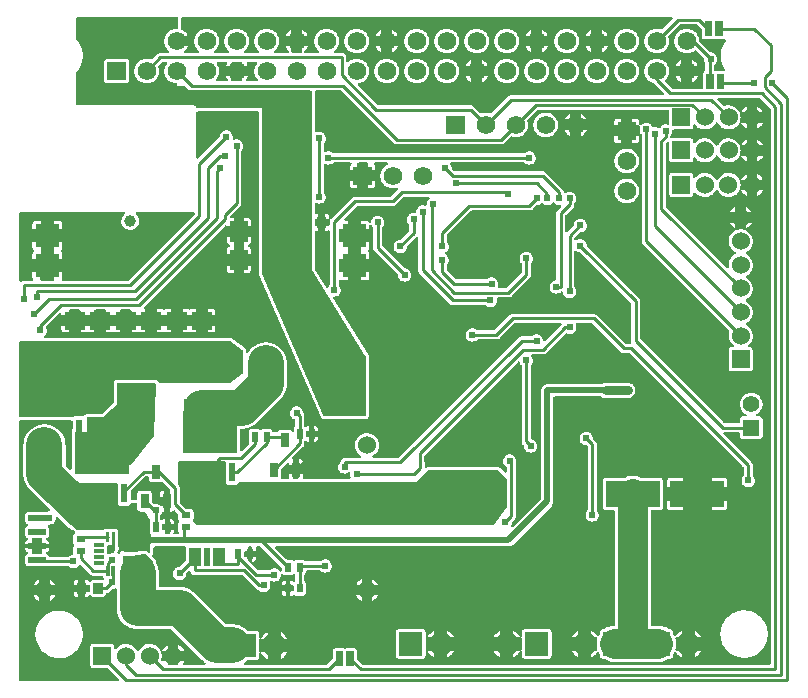
<source format=gtl>
G04 Layer: TopLayer*
G04 EasyEDA v6.4.25, 2021-09-19T11:37:02+02:00*
G04 64e9d69745c74d7bbaee3c671462624f,10*
G04 Gerber Generator version 0.2*
G04 Scale: 100 percent, Rotated: No, Reflected: No *
G04 Dimensions in inches *
G04 leading zeros omitted , absolute positions ,3 integer and 6 decimal *
%FSLAX36Y36*%
%MOIN*%

%ADD10C,0.0100*%
%ADD11C,0.0102*%
%ADD12C,0.1200*%
%ADD13C,0.0300*%
%ADD14C,0.0200*%
%ADD15C,0.1000*%
%ADD16C,0.0240*%
%ADD17C,0.0240*%
%ADD20R,0.0197X0.0315*%
%ADD21R,0.0315X0.0197*%
%ADD23R,0.0680X0.0585*%
%ADD25R,0.0591X0.0197*%
%ADD26R,0.0807X0.0650*%
%ADD27R,0.0394X0.0610*%
%ADD28R,0.0118X0.0335*%
%ADD29R,0.0335X0.0118*%
%ADD30R,0.0500X0.0315*%
%ADD32R,0.0236X0.0630*%
%ADD33R,0.1811X0.1417*%
%ADD34R,0.0276X0.0492*%
%ADD35C,0.0620*%
%ADD36R,0.0620X0.0620*%
%ADD37C,0.0600*%
%ADD38R,0.0600X0.0600*%
%ADD39R,0.0551X0.0551*%
%ADD40C,0.0551*%
%ADD42C,0.0787*%
%ADD43C,0.0394*%

%LPD*%
G36*
X-786580Y1355320D02*
G01*
X-788080Y1355600D01*
X-789340Y1356420D01*
X-790220Y1357660D01*
X-790580Y1359139D01*
X-790360Y1360640D01*
X-789580Y1361960D01*
X-787380Y1364480D01*
X-784380Y1368959D01*
X-782000Y1373779D01*
X-780280Y1378880D01*
X-779220Y1384180D01*
X-778860Y1389540D01*
X-779220Y1394920D01*
X-780280Y1400220D01*
X-782000Y1405320D01*
X-784380Y1410140D01*
X-786600Y1413460D01*
X-787220Y1415060D01*
X-787120Y1416759D01*
X-786320Y1418280D01*
X-784940Y1419319D01*
X-783280Y1419680D01*
X-756840Y1419680D01*
X-755160Y1419319D01*
X-753800Y1418280D01*
X-753000Y1416759D01*
X-752900Y1415060D01*
X-753520Y1413460D01*
X-755740Y1410140D01*
X-757020Y1407540D01*
X-738060Y1407540D01*
X-738060Y1415680D01*
X-737760Y1417220D01*
X-736880Y1418520D01*
X-735580Y1419379D01*
X-734060Y1419680D01*
X-706060Y1419680D01*
X-704520Y1419379D01*
X-703240Y1418520D01*
X-702360Y1417220D01*
X-702060Y1415680D01*
X-702060Y1407540D01*
X-683100Y1407540D01*
X-684380Y1410140D01*
X-686600Y1413460D01*
X-687220Y1415060D01*
X-687120Y1416759D01*
X-686320Y1418280D01*
X-684940Y1419319D01*
X-683280Y1419680D01*
X-656840Y1419680D01*
X-655160Y1419319D01*
X-653800Y1418280D01*
X-653000Y1416759D01*
X-652900Y1415060D01*
X-653520Y1413460D01*
X-655740Y1410140D01*
X-658120Y1405320D01*
X-659840Y1400220D01*
X-660900Y1394920D01*
X-661260Y1389540D01*
X-660900Y1384180D01*
X-659840Y1378880D01*
X-658120Y1373779D01*
X-655740Y1368959D01*
X-652740Y1364480D01*
X-650520Y1361960D01*
X-649760Y1360640D01*
X-649539Y1359139D01*
X-649900Y1357660D01*
X-650780Y1356420D01*
X-652039Y1355600D01*
X-653540Y1355320D01*
X-686580Y1355320D01*
X-688080Y1355600D01*
X-689340Y1356420D01*
X-690220Y1357660D01*
X-690580Y1359139D01*
X-690360Y1360640D01*
X-689580Y1361960D01*
X-687380Y1364480D01*
X-684380Y1368959D01*
X-683100Y1371540D01*
X-702060Y1371540D01*
X-702060Y1359319D01*
X-702360Y1357780D01*
X-703240Y1356480D01*
X-704520Y1355620D01*
X-706060Y1355320D01*
X-734060Y1355320D01*
X-735580Y1355620D01*
X-736880Y1356480D01*
X-737760Y1357780D01*
X-738060Y1359319D01*
X-738060Y1371540D01*
X-757020Y1371540D01*
X-755740Y1368959D01*
X-752740Y1364480D01*
X-750520Y1361960D01*
X-749760Y1360640D01*
X-749539Y1359139D01*
X-749900Y1357660D01*
X-750780Y1356420D01*
X-752039Y1355600D01*
X-753540Y1355320D01*
G37*

%LPD*%
G36*
X94480Y1248480D02*
G01*
X93040Y1248820D01*
X91820Y1249660D01*
X70800Y1270700D01*
X68320Y1272720D01*
X65680Y1274140D01*
X62800Y1275000D01*
X59620Y1275320D01*
X-246980Y1275320D01*
X-248500Y1275620D01*
X-249800Y1276480D01*
X-315520Y1342200D01*
X-316440Y1343640D01*
X-316680Y1345340D01*
X-316180Y1346980D01*
X-315040Y1348260D01*
X-313460Y1348959D01*
X-309400Y1349760D01*
X-304300Y1351500D01*
X-299460Y1353880D01*
X-294980Y1356879D01*
X-290940Y1360420D01*
X-287380Y1364480D01*
X-284380Y1368959D01*
X-282000Y1373779D01*
X-280280Y1378880D01*
X-279220Y1384180D01*
X-278860Y1389540D01*
X-279220Y1394920D01*
X-280280Y1400220D01*
X-282000Y1405320D01*
X-284380Y1410140D01*
X-287380Y1414620D01*
X-290940Y1418680D01*
X-294980Y1422220D01*
X-299460Y1425220D01*
X-304300Y1427600D01*
X-309400Y1429340D01*
X-314680Y1430380D01*
X-320060Y1430740D01*
X-325439Y1430380D01*
X-330720Y1429340D01*
X-335820Y1427600D01*
X-340660Y1425220D01*
X-345140Y1422220D01*
X-348020Y1419700D01*
X-349340Y1418920D01*
X-350840Y1418700D01*
X-352320Y1419060D01*
X-353560Y1419940D01*
X-354380Y1421220D01*
X-354660Y1422700D01*
X-354660Y1434800D01*
X-354980Y1437980D01*
X-355840Y1440860D01*
X-357260Y1443500D01*
X-359159Y1445820D01*
X-361480Y1447720D01*
X-364120Y1449139D01*
X-367000Y1450000D01*
X-370180Y1450320D01*
X-391820Y1450320D01*
X-393400Y1450640D01*
X-394720Y1451560D01*
X-395580Y1452900D01*
X-395820Y1454500D01*
X-395439Y1456040D01*
X-394460Y1457320D01*
X-390940Y1460420D01*
X-387380Y1464480D01*
X-384380Y1468959D01*
X-382000Y1473779D01*
X-380280Y1478880D01*
X-379219Y1484180D01*
X-378860Y1489540D01*
X-379219Y1494920D01*
X-380280Y1500220D01*
X-382000Y1505320D01*
X-384380Y1510140D01*
X-387380Y1514620D01*
X-390940Y1518680D01*
X-394980Y1522220D01*
X-399460Y1525220D01*
X-404300Y1527600D01*
X-409400Y1529340D01*
X-414680Y1530380D01*
X-420060Y1530740D01*
X-425439Y1530380D01*
X-430720Y1529340D01*
X-435820Y1527600D01*
X-440660Y1525220D01*
X-445140Y1522220D01*
X-449180Y1518680D01*
X-452740Y1514620D01*
X-455740Y1510140D01*
X-458120Y1505320D01*
X-459840Y1500220D01*
X-460900Y1494920D01*
X-461260Y1489540D01*
X-460900Y1484180D01*
X-459840Y1478880D01*
X-458120Y1473779D01*
X-455740Y1468959D01*
X-452740Y1464480D01*
X-449180Y1460420D01*
X-445660Y1457320D01*
X-444680Y1456040D01*
X-444300Y1454500D01*
X-444540Y1452900D01*
X-445400Y1451560D01*
X-446719Y1450640D01*
X-448300Y1450320D01*
X-491820Y1450320D01*
X-493400Y1450640D01*
X-494720Y1451560D01*
X-495580Y1452900D01*
X-495820Y1454500D01*
X-495439Y1456040D01*
X-494460Y1457320D01*
X-490940Y1460420D01*
X-487380Y1464480D01*
X-484380Y1468959D01*
X-483100Y1471540D01*
X-502060Y1471540D01*
X-502060Y1454319D01*
X-502360Y1452780D01*
X-503240Y1451480D01*
X-504520Y1450620D01*
X-506060Y1450320D01*
X-534060Y1450320D01*
X-535580Y1450620D01*
X-536880Y1451480D01*
X-537760Y1452780D01*
X-538060Y1454319D01*
X-538060Y1471540D01*
X-557020Y1471540D01*
X-555740Y1468959D01*
X-552740Y1464480D01*
X-549180Y1460420D01*
X-545660Y1457320D01*
X-544680Y1456040D01*
X-544300Y1454500D01*
X-544540Y1452900D01*
X-545400Y1451560D01*
X-546720Y1450640D01*
X-548300Y1450320D01*
X-591820Y1450320D01*
X-593400Y1450640D01*
X-594720Y1451560D01*
X-595580Y1452900D01*
X-595820Y1454500D01*
X-595440Y1456040D01*
X-594460Y1457320D01*
X-590940Y1460420D01*
X-587380Y1464480D01*
X-584380Y1468959D01*
X-582000Y1473779D01*
X-580280Y1478880D01*
X-579220Y1484180D01*
X-578860Y1489540D01*
X-579220Y1494920D01*
X-580280Y1500220D01*
X-582000Y1505320D01*
X-584380Y1510140D01*
X-587380Y1514620D01*
X-590940Y1518680D01*
X-594980Y1522220D01*
X-599460Y1525220D01*
X-604300Y1527600D01*
X-609400Y1529340D01*
X-614680Y1530380D01*
X-620060Y1530740D01*
X-625440Y1530380D01*
X-630720Y1529340D01*
X-635820Y1527600D01*
X-640660Y1525220D01*
X-645140Y1522220D01*
X-649180Y1518680D01*
X-652740Y1514620D01*
X-655740Y1510140D01*
X-658120Y1505320D01*
X-659840Y1500220D01*
X-660900Y1494920D01*
X-661260Y1489540D01*
X-660900Y1484180D01*
X-659840Y1478880D01*
X-658120Y1473779D01*
X-655740Y1468959D01*
X-652740Y1464480D01*
X-649180Y1460420D01*
X-645660Y1457320D01*
X-644680Y1456040D01*
X-644300Y1454500D01*
X-644539Y1452900D01*
X-645400Y1451560D01*
X-646720Y1450640D01*
X-648300Y1450320D01*
X-691820Y1450320D01*
X-693400Y1450640D01*
X-694720Y1451560D01*
X-695580Y1452900D01*
X-695819Y1454500D01*
X-695440Y1456040D01*
X-694460Y1457320D01*
X-690939Y1460420D01*
X-687380Y1464480D01*
X-684380Y1468959D01*
X-682000Y1473779D01*
X-680280Y1478880D01*
X-679220Y1484180D01*
X-678860Y1489540D01*
X-679220Y1494920D01*
X-680280Y1500220D01*
X-682000Y1505320D01*
X-684380Y1510140D01*
X-687380Y1514620D01*
X-690939Y1518680D01*
X-694980Y1522220D01*
X-699460Y1525220D01*
X-704300Y1527600D01*
X-709400Y1529340D01*
X-714680Y1530380D01*
X-720060Y1530740D01*
X-725440Y1530380D01*
X-730720Y1529340D01*
X-735819Y1527600D01*
X-740660Y1525220D01*
X-745140Y1522220D01*
X-749180Y1518680D01*
X-752740Y1514620D01*
X-755740Y1510140D01*
X-758120Y1505320D01*
X-759840Y1500220D01*
X-760900Y1494920D01*
X-761260Y1489540D01*
X-760900Y1484180D01*
X-759840Y1478880D01*
X-758120Y1473779D01*
X-755740Y1468959D01*
X-752740Y1464480D01*
X-749180Y1460420D01*
X-745660Y1457320D01*
X-744680Y1456040D01*
X-744300Y1454500D01*
X-744539Y1452900D01*
X-745400Y1451560D01*
X-746720Y1450640D01*
X-748300Y1450320D01*
X-791820Y1450320D01*
X-793400Y1450640D01*
X-794720Y1451560D01*
X-795580Y1452900D01*
X-795819Y1454500D01*
X-795440Y1456040D01*
X-794460Y1457320D01*
X-790939Y1460420D01*
X-787380Y1464480D01*
X-784380Y1468959D01*
X-782000Y1473779D01*
X-780280Y1478880D01*
X-779220Y1484180D01*
X-778860Y1489540D01*
X-779220Y1494920D01*
X-780280Y1500220D01*
X-782000Y1505320D01*
X-784380Y1510140D01*
X-787380Y1514620D01*
X-790939Y1518680D01*
X-794980Y1522220D01*
X-799460Y1525220D01*
X-804300Y1527600D01*
X-809400Y1529340D01*
X-814680Y1530380D01*
X-820060Y1530740D01*
X-825440Y1530380D01*
X-830720Y1529340D01*
X-835819Y1527600D01*
X-840660Y1525220D01*
X-845140Y1522220D01*
X-849180Y1518680D01*
X-852740Y1514620D01*
X-855740Y1510140D01*
X-858120Y1505320D01*
X-859840Y1500220D01*
X-860900Y1494920D01*
X-861260Y1489540D01*
X-860900Y1484180D01*
X-859840Y1478880D01*
X-858120Y1473779D01*
X-855740Y1468959D01*
X-852740Y1464480D01*
X-849180Y1460420D01*
X-845660Y1457320D01*
X-844680Y1456040D01*
X-844300Y1454500D01*
X-844539Y1452900D01*
X-845400Y1451560D01*
X-846720Y1450640D01*
X-848300Y1450320D01*
X-891820Y1450320D01*
X-893400Y1450640D01*
X-894720Y1451560D01*
X-895580Y1452900D01*
X-895819Y1454500D01*
X-895440Y1456040D01*
X-894460Y1457320D01*
X-890939Y1460420D01*
X-887380Y1464480D01*
X-884380Y1468959D01*
X-883100Y1471540D01*
X-900980Y1471540D01*
X-902520Y1471860D01*
X-903800Y1472720D01*
X-904680Y1474019D01*
X-904980Y1475540D01*
X-904980Y1503540D01*
X-904680Y1505080D01*
X-903800Y1506380D01*
X-902520Y1507240D01*
X-900980Y1507540D01*
X-883100Y1507540D01*
X-884380Y1510140D01*
X-887380Y1514620D01*
X-890939Y1518680D01*
X-894980Y1522220D01*
X-899460Y1525220D01*
X-902740Y1526840D01*
X-903920Y1527720D01*
X-904700Y1528980D01*
X-904980Y1530440D01*
X-904980Y1565800D01*
X-904680Y1567340D01*
X-903800Y1568620D01*
X-902520Y1569500D01*
X-900980Y1569800D01*
X729040Y1569800D01*
X730560Y1569500D01*
X731860Y1568620D01*
X732740Y1567340D01*
X733040Y1565800D01*
X732740Y1564259D01*
X731860Y1562980D01*
X698060Y1529160D01*
X696840Y1528340D01*
X695400Y1528000D01*
X693940Y1528200D01*
X690600Y1529340D01*
X685320Y1530380D01*
X679940Y1530740D01*
X674560Y1530380D01*
X669280Y1529340D01*
X664180Y1527600D01*
X659340Y1525220D01*
X654860Y1522220D01*
X650819Y1518680D01*
X647260Y1514620D01*
X644260Y1510140D01*
X641880Y1505320D01*
X640160Y1500220D01*
X639100Y1494920D01*
X638740Y1489540D01*
X639100Y1484180D01*
X640160Y1478880D01*
X641880Y1473779D01*
X644260Y1468959D01*
X647260Y1464480D01*
X650819Y1460420D01*
X654860Y1456879D01*
X659340Y1453880D01*
X664180Y1451500D01*
X669280Y1449760D01*
X674560Y1448720D01*
X679940Y1448360D01*
X685320Y1448720D01*
X690600Y1449760D01*
X695699Y1451500D01*
X700540Y1453880D01*
X705020Y1456879D01*
X709060Y1460420D01*
X712620Y1464480D01*
X715620Y1468959D01*
X718000Y1473779D01*
X719720Y1478880D01*
X720780Y1484180D01*
X721140Y1489540D01*
X720780Y1494920D01*
X719720Y1500220D01*
X718600Y1503560D01*
X718379Y1505020D01*
X718720Y1506459D01*
X719560Y1507660D01*
X755520Y1543620D01*
X756820Y1544500D01*
X758340Y1544800D01*
X814060Y1544800D01*
X815600Y1544500D01*
X816900Y1543620D01*
X828139Y1532380D01*
X829020Y1531080D01*
X829320Y1529540D01*
X829320Y1505220D01*
X829599Y1502740D01*
X830360Y1500580D01*
X831560Y1498660D01*
X833180Y1497040D01*
X835100Y1495840D01*
X837260Y1495080D01*
X839740Y1494800D01*
X864300Y1494800D01*
X866780Y1495080D01*
X868700Y1495760D01*
X870020Y1495980D01*
X871340Y1495760D01*
X873259Y1495080D01*
X875740Y1494800D01*
X900300Y1494800D01*
X902780Y1495080D01*
X904780Y1495780D01*
X906480Y1495980D01*
X908120Y1495460D01*
X909380Y1494319D01*
X910040Y1492740D01*
X909980Y1491040D01*
X909220Y1489500D01*
X907560Y1487420D01*
X903379Y1481040D01*
X899820Y1474259D01*
X896940Y1467200D01*
X894760Y1459860D01*
X893280Y1452360D01*
X892540Y1444760D01*
X892540Y1437120D01*
X893280Y1429520D01*
X894760Y1422020D01*
X896940Y1414680D01*
X899820Y1407600D01*
X903379Y1400840D01*
X906280Y1396399D01*
X906900Y1394800D01*
X906780Y1393100D01*
X905980Y1391600D01*
X904620Y1390560D01*
X902940Y1390200D01*
X880740Y1390200D01*
X878259Y1389920D01*
X877540Y1389680D01*
X876040Y1389440D01*
X874560Y1389800D01*
X873340Y1390680D01*
X872500Y1391960D01*
X872220Y1393440D01*
X872220Y1409500D01*
X872420Y1410760D01*
X873020Y1411900D01*
X874260Y1413000D01*
X876979Y1415740D01*
X879200Y1418899D01*
X880840Y1422420D01*
X881840Y1426140D01*
X882180Y1430000D01*
X881840Y1433860D01*
X880840Y1437580D01*
X879200Y1441100D01*
X876979Y1444259D01*
X874260Y1447000D01*
X871080Y1449220D01*
X867580Y1450840D01*
X863840Y1451840D01*
X860680Y1452120D01*
X859340Y1452480D01*
X858199Y1453280D01*
X822140Y1489340D01*
X821320Y1490520D01*
X820980Y1491920D01*
X820780Y1494920D01*
X819720Y1500220D01*
X818000Y1505320D01*
X815620Y1510140D01*
X812620Y1514620D01*
X809060Y1518680D01*
X805020Y1522220D01*
X800540Y1525220D01*
X795699Y1527600D01*
X790600Y1529340D01*
X785320Y1530380D01*
X779940Y1530740D01*
X774560Y1530380D01*
X769280Y1529340D01*
X764180Y1527600D01*
X759340Y1525220D01*
X754860Y1522220D01*
X750819Y1518680D01*
X747260Y1514620D01*
X744260Y1510140D01*
X741880Y1505320D01*
X740160Y1500220D01*
X739100Y1494920D01*
X738740Y1489540D01*
X739100Y1484180D01*
X740160Y1478880D01*
X741880Y1473779D01*
X744260Y1468959D01*
X747260Y1464480D01*
X750819Y1460420D01*
X754860Y1456879D01*
X759340Y1453880D01*
X764180Y1451500D01*
X769280Y1449760D01*
X774560Y1448720D01*
X779940Y1448360D01*
X785320Y1448720D01*
X790600Y1449760D01*
X795699Y1451500D01*
X800540Y1453880D01*
X805020Y1456879D01*
X805720Y1457480D01*
X807020Y1458240D01*
X808480Y1458480D01*
X809940Y1458160D01*
X811180Y1457300D01*
X836700Y1431780D01*
X837500Y1430640D01*
X837860Y1429300D01*
X838139Y1426140D01*
X839140Y1422420D01*
X840780Y1418899D01*
X841640Y1417360D01*
X841820Y1416160D01*
X841820Y1392460D01*
X841600Y1391140D01*
X840939Y1389960D01*
X839960Y1389060D01*
X838180Y1387960D01*
X836560Y1386339D01*
X835360Y1384420D01*
X834599Y1382260D01*
X834320Y1379780D01*
X834320Y1334199D01*
X834020Y1332660D01*
X833139Y1331380D01*
X831860Y1330500D01*
X830320Y1330200D01*
X732940Y1330200D01*
X731420Y1330500D01*
X730120Y1331380D01*
X707820Y1353660D01*
X706940Y1355020D01*
X706660Y1356620D01*
X707039Y1358200D01*
X708020Y1359500D01*
X709060Y1360420D01*
X712620Y1364480D01*
X715620Y1368959D01*
X718000Y1373779D01*
X719720Y1378880D01*
X720780Y1384180D01*
X721140Y1389540D01*
X720780Y1394920D01*
X719720Y1400220D01*
X718000Y1405320D01*
X715620Y1410140D01*
X712620Y1414620D01*
X709060Y1418680D01*
X705020Y1422220D01*
X700540Y1425220D01*
X695699Y1427600D01*
X690600Y1429340D01*
X685320Y1430380D01*
X679940Y1430740D01*
X674560Y1430380D01*
X669280Y1429340D01*
X664180Y1427600D01*
X659340Y1425220D01*
X654860Y1422220D01*
X650819Y1418680D01*
X647260Y1414620D01*
X644260Y1410140D01*
X641880Y1405320D01*
X640160Y1400220D01*
X639100Y1394920D01*
X638740Y1389540D01*
X639100Y1384180D01*
X640160Y1378880D01*
X641880Y1373779D01*
X644260Y1368959D01*
X647260Y1364480D01*
X650819Y1360420D01*
X654860Y1356879D01*
X659340Y1353880D01*
X664200Y1351480D01*
X667700Y1350240D01*
X669200Y1349300D01*
X702740Y1315740D01*
X703620Y1314440D01*
X703920Y1312920D01*
X703620Y1311380D01*
X702740Y1310080D01*
X701460Y1309220D01*
X699920Y1308920D01*
X193619Y1308920D01*
X190440Y1308600D01*
X187560Y1307740D01*
X184920Y1306320D01*
X182440Y1304300D01*
X127820Y1249660D01*
X126600Y1248820D01*
X125160Y1248480D01*
X123699Y1248700D01*
X120480Y1249780D01*
X115200Y1250840D01*
X109820Y1251200D01*
X104440Y1250840D01*
X99160Y1249780D01*
X95940Y1248700D01*
G37*

%LPC*%
G36*
X797940Y1407540D02*
G01*
X816900Y1407540D01*
X815620Y1410140D01*
X812620Y1414620D01*
X809060Y1418680D01*
X805020Y1422220D01*
X800540Y1425220D01*
X797940Y1426500D01*
G37*
G36*
X379940Y1348360D02*
G01*
X385319Y1348720D01*
X390600Y1349760D01*
X395700Y1351500D01*
X400540Y1353880D01*
X405020Y1356879D01*
X409060Y1360420D01*
X412620Y1364480D01*
X415620Y1368959D01*
X418000Y1373779D01*
X419720Y1378880D01*
X420780Y1384180D01*
X421140Y1389540D01*
X420780Y1394920D01*
X419720Y1400220D01*
X418000Y1405320D01*
X415620Y1410140D01*
X412620Y1414620D01*
X409060Y1418680D01*
X405020Y1422220D01*
X400540Y1425220D01*
X395700Y1427600D01*
X390600Y1429340D01*
X385319Y1430380D01*
X379940Y1430740D01*
X374560Y1430380D01*
X369280Y1429340D01*
X364180Y1427600D01*
X359340Y1425220D01*
X354860Y1422220D01*
X350820Y1418680D01*
X347260Y1414620D01*
X344260Y1410140D01*
X341880Y1405320D01*
X340160Y1400220D01*
X339099Y1394920D01*
X338740Y1389540D01*
X339099Y1384180D01*
X340160Y1378880D01*
X341880Y1373779D01*
X344260Y1368959D01*
X347260Y1364480D01*
X350820Y1360420D01*
X354860Y1356879D01*
X359340Y1353880D01*
X364180Y1351500D01*
X369280Y1349760D01*
X374560Y1348720D01*
G37*
G36*
X479940Y1348360D02*
G01*
X485319Y1348720D01*
X490600Y1349760D01*
X495700Y1351500D01*
X500540Y1353880D01*
X505020Y1356879D01*
X509060Y1360420D01*
X512620Y1364480D01*
X515620Y1368959D01*
X518000Y1373779D01*
X519720Y1378880D01*
X520780Y1384180D01*
X521140Y1389540D01*
X520780Y1394920D01*
X519720Y1400220D01*
X518000Y1405320D01*
X515620Y1410140D01*
X512620Y1414620D01*
X509060Y1418680D01*
X505020Y1422220D01*
X500540Y1425220D01*
X495700Y1427600D01*
X490600Y1429340D01*
X485319Y1430380D01*
X479940Y1430740D01*
X474560Y1430380D01*
X469280Y1429340D01*
X464180Y1427600D01*
X459340Y1425220D01*
X454860Y1422220D01*
X450820Y1418680D01*
X447260Y1414620D01*
X444260Y1410140D01*
X441880Y1405320D01*
X440160Y1400220D01*
X439099Y1394920D01*
X438740Y1389540D01*
X439099Y1384180D01*
X440160Y1378880D01*
X441880Y1373779D01*
X444260Y1368959D01*
X447260Y1364480D01*
X450820Y1360420D01*
X454860Y1356879D01*
X459340Y1353880D01*
X464180Y1351500D01*
X469280Y1349760D01*
X474560Y1348720D01*
G37*
G36*
X-120060Y1348360D02*
G01*
X-114680Y1348720D01*
X-109400Y1349760D01*
X-104300Y1351500D01*
X-99460Y1353880D01*
X-94980Y1356879D01*
X-90940Y1360420D01*
X-87380Y1364480D01*
X-84380Y1368959D01*
X-82000Y1373779D01*
X-80280Y1378880D01*
X-79220Y1384180D01*
X-78860Y1389540D01*
X-79220Y1394920D01*
X-80280Y1400220D01*
X-82000Y1405320D01*
X-84380Y1410140D01*
X-87380Y1414620D01*
X-90940Y1418680D01*
X-94980Y1422220D01*
X-99460Y1425220D01*
X-104300Y1427600D01*
X-109400Y1429340D01*
X-114680Y1430380D01*
X-120060Y1430740D01*
X-125440Y1430380D01*
X-130719Y1429340D01*
X-135820Y1427600D01*
X-140660Y1425220D01*
X-145140Y1422220D01*
X-149180Y1418680D01*
X-152740Y1414620D01*
X-155740Y1410140D01*
X-158120Y1405320D01*
X-159840Y1400220D01*
X-160900Y1394920D01*
X-161260Y1389540D01*
X-160900Y1384180D01*
X-159840Y1378880D01*
X-158120Y1373779D01*
X-155740Y1368959D01*
X-152740Y1364480D01*
X-149180Y1360420D01*
X-145140Y1356879D01*
X-140660Y1353880D01*
X-135820Y1351500D01*
X-130719Y1349760D01*
X-125440Y1348720D01*
G37*
G36*
X-20059Y1348360D02*
G01*
X-14680Y1348720D01*
X-9400Y1349760D01*
X-4300Y1351500D01*
X540Y1353880D01*
X5020Y1356879D01*
X9060Y1360420D01*
X12620Y1364480D01*
X15620Y1368959D01*
X18000Y1373779D01*
X19720Y1378880D01*
X20780Y1384180D01*
X21140Y1389540D01*
X20780Y1394920D01*
X19720Y1400220D01*
X18000Y1405320D01*
X15620Y1410140D01*
X12620Y1414620D01*
X9060Y1418680D01*
X5020Y1422220D01*
X540Y1425220D01*
X-4300Y1427600D01*
X-9400Y1429340D01*
X-14680Y1430380D01*
X-20059Y1430740D01*
X-25440Y1430380D01*
X-30720Y1429340D01*
X-35820Y1427600D01*
X-40660Y1425220D01*
X-45140Y1422220D01*
X-49180Y1418680D01*
X-52740Y1414620D01*
X-55740Y1410140D01*
X-58120Y1405320D01*
X-59840Y1400220D01*
X-60900Y1394920D01*
X-61260Y1389540D01*
X-60900Y1384180D01*
X-59840Y1378880D01*
X-58120Y1373779D01*
X-55740Y1368959D01*
X-52740Y1364480D01*
X-49180Y1360420D01*
X-45140Y1356879D01*
X-40660Y1353880D01*
X-35820Y1351500D01*
X-30720Y1349760D01*
X-25440Y1348720D01*
G37*
G36*
X179940Y1348360D02*
G01*
X185320Y1348720D01*
X190600Y1349760D01*
X195700Y1351500D01*
X200539Y1353880D01*
X205020Y1356879D01*
X209060Y1360420D01*
X212620Y1364480D01*
X215620Y1368959D01*
X218000Y1373779D01*
X219720Y1378880D01*
X220780Y1384180D01*
X221140Y1389540D01*
X220780Y1394920D01*
X219720Y1400220D01*
X218000Y1405320D01*
X215620Y1410140D01*
X212620Y1414620D01*
X209060Y1418680D01*
X205020Y1422220D01*
X200539Y1425220D01*
X195700Y1427600D01*
X190600Y1429340D01*
X185320Y1430380D01*
X179940Y1430740D01*
X174560Y1430380D01*
X169280Y1429340D01*
X164180Y1427600D01*
X159340Y1425220D01*
X154860Y1422220D01*
X150820Y1418680D01*
X147260Y1414620D01*
X144260Y1410140D01*
X141880Y1405320D01*
X140160Y1400220D01*
X139100Y1394920D01*
X138740Y1389540D01*
X139100Y1384180D01*
X140160Y1378880D01*
X141880Y1373779D01*
X144260Y1368959D01*
X147260Y1364480D01*
X150820Y1360420D01*
X154860Y1356879D01*
X159340Y1353880D01*
X164180Y1351500D01*
X169280Y1349760D01*
X174560Y1348720D01*
G37*
G36*
X279940Y1348360D02*
G01*
X285320Y1348720D01*
X290600Y1349760D01*
X295700Y1351500D01*
X300540Y1353880D01*
X305020Y1356879D01*
X309060Y1360420D01*
X312620Y1364480D01*
X315620Y1368959D01*
X318000Y1373779D01*
X319720Y1378880D01*
X320780Y1384180D01*
X321140Y1389540D01*
X320780Y1394920D01*
X319720Y1400220D01*
X318000Y1405320D01*
X315620Y1410140D01*
X312620Y1414620D01*
X309060Y1418680D01*
X305020Y1422220D01*
X300540Y1425220D01*
X295700Y1427600D01*
X290600Y1429340D01*
X285320Y1430380D01*
X279940Y1430740D01*
X274560Y1430380D01*
X269280Y1429340D01*
X264180Y1427600D01*
X259340Y1425220D01*
X254860Y1422220D01*
X250820Y1418680D01*
X247260Y1414620D01*
X244259Y1410140D01*
X241880Y1405320D01*
X240159Y1400220D01*
X239100Y1394920D01*
X238740Y1389540D01*
X239100Y1384180D01*
X240159Y1378880D01*
X241880Y1373779D01*
X244259Y1368959D01*
X247260Y1364480D01*
X250820Y1360420D01*
X254860Y1356879D01*
X259340Y1353880D01*
X264180Y1351500D01*
X269280Y1349760D01*
X274560Y1348720D01*
G37*
G36*
X579940Y1348360D02*
G01*
X585320Y1348720D01*
X590600Y1349760D01*
X595700Y1351500D01*
X600540Y1353880D01*
X605020Y1356879D01*
X609060Y1360420D01*
X612620Y1364480D01*
X615620Y1368959D01*
X618000Y1373779D01*
X619720Y1378880D01*
X620780Y1384180D01*
X621140Y1389540D01*
X620780Y1394920D01*
X619720Y1400220D01*
X618000Y1405320D01*
X615620Y1410140D01*
X612620Y1414620D01*
X609060Y1418680D01*
X605020Y1422220D01*
X600540Y1425220D01*
X595700Y1427600D01*
X590600Y1429340D01*
X585320Y1430380D01*
X579940Y1430740D01*
X574560Y1430380D01*
X569280Y1429340D01*
X564180Y1427600D01*
X559340Y1425220D01*
X554860Y1422220D01*
X550820Y1418680D01*
X547260Y1414620D01*
X544260Y1410140D01*
X541880Y1405320D01*
X540160Y1400220D01*
X539100Y1394920D01*
X538740Y1389540D01*
X539100Y1384180D01*
X540160Y1378880D01*
X541880Y1373779D01*
X544260Y1368959D01*
X547260Y1364480D01*
X550820Y1360420D01*
X554860Y1356879D01*
X559340Y1353880D01*
X564180Y1351500D01*
X569280Y1349760D01*
X574560Y1348720D01*
G37*
G36*
X-220060Y1348360D02*
G01*
X-214680Y1348720D01*
X-209400Y1349760D01*
X-204300Y1351500D01*
X-199460Y1353880D01*
X-194980Y1356879D01*
X-190940Y1360420D01*
X-187380Y1364480D01*
X-184380Y1368959D01*
X-182000Y1373779D01*
X-180280Y1378880D01*
X-179220Y1384180D01*
X-178860Y1389540D01*
X-179220Y1394920D01*
X-180280Y1400220D01*
X-182000Y1405320D01*
X-184380Y1410140D01*
X-187380Y1414620D01*
X-190940Y1418680D01*
X-194980Y1422220D01*
X-199460Y1425220D01*
X-204300Y1427600D01*
X-209400Y1429340D01*
X-214680Y1430380D01*
X-220060Y1430740D01*
X-225440Y1430380D01*
X-230720Y1429340D01*
X-235820Y1427600D01*
X-240660Y1425220D01*
X-245140Y1422220D01*
X-249180Y1418680D01*
X-252740Y1414620D01*
X-255740Y1410140D01*
X-258120Y1405320D01*
X-259840Y1400220D01*
X-260900Y1394920D01*
X-261260Y1389540D01*
X-260900Y1384180D01*
X-259840Y1378880D01*
X-258120Y1373779D01*
X-255740Y1368959D01*
X-252740Y1364480D01*
X-249180Y1360420D01*
X-245140Y1356879D01*
X-240660Y1353880D01*
X-235820Y1351500D01*
X-230720Y1349760D01*
X-225440Y1348720D01*
G37*
G36*
X797940Y1352600D02*
G01*
X800540Y1353880D01*
X805020Y1356879D01*
X809060Y1360420D01*
X812620Y1364480D01*
X815620Y1368959D01*
X816900Y1371540D01*
X797940Y1371540D01*
G37*
G36*
X97940Y1352600D02*
G01*
X100540Y1353880D01*
X105020Y1356879D01*
X109060Y1360420D01*
X112620Y1364480D01*
X115620Y1368959D01*
X116900Y1371540D01*
X97940Y1371540D01*
G37*
G36*
X761940Y1352600D02*
G01*
X761940Y1371540D01*
X742980Y1371540D01*
X744260Y1368959D01*
X747260Y1364480D01*
X750819Y1360420D01*
X754860Y1356879D01*
X759340Y1353880D01*
G37*
G36*
X61940Y1352600D02*
G01*
X61940Y1371540D01*
X42980Y1371540D01*
X44260Y1368959D01*
X47260Y1364480D01*
X50820Y1360420D01*
X54860Y1356879D01*
X59340Y1353880D01*
G37*
G36*
X-202060Y1507540D02*
G01*
X-183100Y1507540D01*
X-184380Y1510140D01*
X-187380Y1514620D01*
X-190940Y1518680D01*
X-194980Y1522220D01*
X-199460Y1525220D01*
X-202060Y1526500D01*
G37*
G36*
X742980Y1407540D02*
G01*
X761940Y1407540D01*
X761940Y1426500D01*
X759340Y1425220D01*
X754860Y1422220D01*
X750819Y1418680D01*
X747260Y1414620D01*
X744260Y1410140D01*
G37*
G36*
X42980Y1407540D02*
G01*
X61940Y1407540D01*
X61940Y1426500D01*
X59340Y1425220D01*
X54860Y1422220D01*
X50820Y1418680D01*
X47260Y1414620D01*
X44260Y1410140D01*
G37*
G36*
X97940Y1407540D02*
G01*
X116900Y1407540D01*
X115620Y1410140D01*
X112620Y1414620D01*
X109060Y1418680D01*
X105020Y1422220D01*
X100540Y1425220D01*
X97940Y1426500D01*
G37*
G36*
X-502060Y1507540D02*
G01*
X-483100Y1507540D01*
X-484380Y1510140D01*
X-487380Y1514620D01*
X-490940Y1518680D01*
X-494980Y1522220D01*
X-499460Y1525220D01*
X-502060Y1526500D01*
G37*
G36*
X179940Y1448360D02*
G01*
X185320Y1448720D01*
X190600Y1449760D01*
X195700Y1451500D01*
X200539Y1453880D01*
X205020Y1456879D01*
X209060Y1460420D01*
X212620Y1464480D01*
X215620Y1468959D01*
X218000Y1473779D01*
X219720Y1478880D01*
X220780Y1484180D01*
X221140Y1489540D01*
X220780Y1494920D01*
X219720Y1500220D01*
X218000Y1505320D01*
X215620Y1510140D01*
X212620Y1514620D01*
X209060Y1518680D01*
X205020Y1522220D01*
X200539Y1525220D01*
X195700Y1527600D01*
X190600Y1529340D01*
X185320Y1530380D01*
X179940Y1530740D01*
X174560Y1530380D01*
X169280Y1529340D01*
X164180Y1527600D01*
X159340Y1525220D01*
X154860Y1522220D01*
X150820Y1518680D01*
X147260Y1514620D01*
X144260Y1510140D01*
X141880Y1505320D01*
X140160Y1500220D01*
X139100Y1494920D01*
X138740Y1489540D01*
X139100Y1484180D01*
X140160Y1478880D01*
X141880Y1473779D01*
X144260Y1468959D01*
X147260Y1464480D01*
X150820Y1460420D01*
X154860Y1456879D01*
X159340Y1453880D01*
X164180Y1451500D01*
X169280Y1449760D01*
X174560Y1448720D01*
G37*
G36*
X379940Y1448360D02*
G01*
X385319Y1448720D01*
X390600Y1449760D01*
X395700Y1451500D01*
X400540Y1453880D01*
X405020Y1456879D01*
X409060Y1460420D01*
X412620Y1464480D01*
X415620Y1468959D01*
X418000Y1473779D01*
X419720Y1478880D01*
X420780Y1484180D01*
X421140Y1489540D01*
X420780Y1494920D01*
X419720Y1500220D01*
X418000Y1505320D01*
X415620Y1510140D01*
X412620Y1514620D01*
X409060Y1518680D01*
X405020Y1522220D01*
X400540Y1525220D01*
X395700Y1527600D01*
X390600Y1529340D01*
X385319Y1530380D01*
X379940Y1530740D01*
X374560Y1530380D01*
X369280Y1529340D01*
X364180Y1527600D01*
X359340Y1525220D01*
X354860Y1522220D01*
X350820Y1518680D01*
X347260Y1514620D01*
X344260Y1510140D01*
X341880Y1505320D01*
X340160Y1500220D01*
X339099Y1494920D01*
X338740Y1489540D01*
X339099Y1484180D01*
X340160Y1478880D01*
X341880Y1473779D01*
X344260Y1468959D01*
X347260Y1464480D01*
X350820Y1460420D01*
X354860Y1456879D01*
X359340Y1453880D01*
X364180Y1451500D01*
X369280Y1449760D01*
X374560Y1448720D01*
G37*
G36*
X-120060Y1448360D02*
G01*
X-114680Y1448720D01*
X-109400Y1449760D01*
X-104300Y1451500D01*
X-99460Y1453880D01*
X-94980Y1456879D01*
X-90940Y1460420D01*
X-87380Y1464480D01*
X-84380Y1468959D01*
X-82000Y1473779D01*
X-80280Y1478880D01*
X-79220Y1484180D01*
X-78860Y1489540D01*
X-79220Y1494920D01*
X-80280Y1500220D01*
X-82000Y1505320D01*
X-84380Y1510140D01*
X-87380Y1514620D01*
X-90940Y1518680D01*
X-94980Y1522220D01*
X-99460Y1525220D01*
X-104300Y1527600D01*
X-109400Y1529340D01*
X-114680Y1530380D01*
X-120060Y1530740D01*
X-125440Y1530380D01*
X-130719Y1529340D01*
X-135820Y1527600D01*
X-140660Y1525220D01*
X-145140Y1522220D01*
X-149180Y1518680D01*
X-152740Y1514620D01*
X-155740Y1510140D01*
X-158120Y1505320D01*
X-159840Y1500220D01*
X-160900Y1494920D01*
X-161260Y1489540D01*
X-160900Y1484180D01*
X-159840Y1478880D01*
X-158120Y1473779D01*
X-155740Y1468959D01*
X-152740Y1464480D01*
X-149180Y1460420D01*
X-145140Y1456879D01*
X-140660Y1453880D01*
X-135820Y1451500D01*
X-130719Y1449760D01*
X-125440Y1448720D01*
G37*
G36*
X-20059Y1448360D02*
G01*
X-14680Y1448720D01*
X-9400Y1449760D01*
X-4300Y1451500D01*
X540Y1453880D01*
X5020Y1456879D01*
X9060Y1460420D01*
X12620Y1464480D01*
X15620Y1468959D01*
X18000Y1473779D01*
X19720Y1478880D01*
X20780Y1484180D01*
X21140Y1489540D01*
X20780Y1494920D01*
X19720Y1500220D01*
X18000Y1505320D01*
X15620Y1510140D01*
X12620Y1514620D01*
X9060Y1518680D01*
X5020Y1522220D01*
X540Y1525220D01*
X-4300Y1527600D01*
X-9400Y1529340D01*
X-14680Y1530380D01*
X-20059Y1530740D01*
X-25440Y1530380D01*
X-30720Y1529340D01*
X-35820Y1527600D01*
X-40660Y1525220D01*
X-45140Y1522220D01*
X-49180Y1518680D01*
X-52740Y1514620D01*
X-55740Y1510140D01*
X-58120Y1505320D01*
X-59840Y1500220D01*
X-60900Y1494920D01*
X-61260Y1489540D01*
X-60900Y1484180D01*
X-59840Y1478880D01*
X-58120Y1473779D01*
X-55740Y1468959D01*
X-52740Y1464480D01*
X-49180Y1460420D01*
X-45140Y1456879D01*
X-40660Y1453880D01*
X-35820Y1451500D01*
X-30720Y1449760D01*
X-25440Y1448720D01*
G37*
G36*
X-320060Y1448360D02*
G01*
X-314680Y1448720D01*
X-309400Y1449760D01*
X-304300Y1451500D01*
X-299460Y1453880D01*
X-294980Y1456879D01*
X-290940Y1460420D01*
X-287380Y1464480D01*
X-284380Y1468959D01*
X-282000Y1473779D01*
X-280280Y1478880D01*
X-279220Y1484180D01*
X-278860Y1489540D01*
X-279220Y1494920D01*
X-280280Y1500220D01*
X-282000Y1505320D01*
X-284380Y1510140D01*
X-287380Y1514620D01*
X-290940Y1518680D01*
X-294980Y1522220D01*
X-299460Y1525220D01*
X-304300Y1527600D01*
X-309400Y1529340D01*
X-314680Y1530380D01*
X-320060Y1530740D01*
X-325439Y1530380D01*
X-330720Y1529340D01*
X-335820Y1527600D01*
X-340660Y1525220D01*
X-345140Y1522220D01*
X-349180Y1518680D01*
X-352740Y1514620D01*
X-355740Y1510140D01*
X-358120Y1505320D01*
X-359840Y1500220D01*
X-360900Y1494920D01*
X-361260Y1489540D01*
X-360900Y1484180D01*
X-359840Y1478880D01*
X-358120Y1473779D01*
X-355740Y1468959D01*
X-352740Y1464480D01*
X-349180Y1460420D01*
X-345140Y1456879D01*
X-340660Y1453880D01*
X-335820Y1451500D01*
X-330720Y1449760D01*
X-325439Y1448720D01*
G37*
G36*
X579940Y1448360D02*
G01*
X585320Y1448720D01*
X590600Y1449760D01*
X595700Y1451500D01*
X600540Y1453880D01*
X605020Y1456879D01*
X609060Y1460420D01*
X612620Y1464480D01*
X615620Y1468959D01*
X618000Y1473779D01*
X619720Y1478880D01*
X620780Y1484180D01*
X621140Y1489540D01*
X620780Y1494920D01*
X619720Y1500220D01*
X618000Y1505320D01*
X615620Y1510140D01*
X612620Y1514620D01*
X609060Y1518680D01*
X605020Y1522220D01*
X600540Y1525220D01*
X595700Y1527600D01*
X590600Y1529340D01*
X585320Y1530380D01*
X579940Y1530740D01*
X574560Y1530380D01*
X569280Y1529340D01*
X564180Y1527600D01*
X559340Y1525220D01*
X554860Y1522220D01*
X550820Y1518680D01*
X547260Y1514620D01*
X544260Y1510140D01*
X541880Y1505320D01*
X540160Y1500220D01*
X539100Y1494920D01*
X538740Y1489540D01*
X539100Y1484180D01*
X540160Y1478880D01*
X541880Y1473779D01*
X544260Y1468959D01*
X547260Y1464480D01*
X550820Y1460420D01*
X554860Y1456879D01*
X559340Y1453880D01*
X564180Y1451500D01*
X569280Y1449760D01*
X574560Y1448720D01*
G37*
G36*
X79940Y1448360D02*
G01*
X85320Y1448720D01*
X90600Y1449760D01*
X95700Y1451500D01*
X100540Y1453880D01*
X105020Y1456879D01*
X109060Y1460420D01*
X112620Y1464480D01*
X115620Y1468959D01*
X118000Y1473779D01*
X119720Y1478880D01*
X120780Y1484180D01*
X121140Y1489540D01*
X120780Y1494920D01*
X119720Y1500220D01*
X118000Y1505320D01*
X115620Y1510140D01*
X112620Y1514620D01*
X109060Y1518680D01*
X105020Y1522220D01*
X100540Y1525220D01*
X95700Y1527600D01*
X90600Y1529340D01*
X85320Y1530380D01*
X79940Y1530740D01*
X74560Y1530380D01*
X69280Y1529340D01*
X64180Y1527600D01*
X59340Y1525220D01*
X54860Y1522220D01*
X50820Y1518680D01*
X47260Y1514620D01*
X44260Y1510140D01*
X41880Y1505320D01*
X40160Y1500220D01*
X39100Y1494920D01*
X38740Y1489540D01*
X39100Y1484180D01*
X40160Y1478880D01*
X41880Y1473779D01*
X44260Y1468959D01*
X47260Y1464480D01*
X50820Y1460420D01*
X54860Y1456879D01*
X59340Y1453880D01*
X64180Y1451500D01*
X69280Y1449760D01*
X74560Y1448720D01*
G37*
G36*
X261940Y1452600D02*
G01*
X261940Y1471540D01*
X242979Y1471540D01*
X244259Y1468959D01*
X247260Y1464480D01*
X250820Y1460420D01*
X254860Y1456879D01*
X259340Y1453880D01*
G37*
G36*
X-202060Y1452600D02*
G01*
X-199460Y1453880D01*
X-194980Y1456879D01*
X-190940Y1460420D01*
X-187380Y1464480D01*
X-184380Y1468959D01*
X-183100Y1471540D01*
X-202060Y1471540D01*
G37*
G36*
X497939Y1452600D02*
G01*
X500540Y1453880D01*
X505020Y1456879D01*
X509060Y1460420D01*
X512620Y1464480D01*
X515620Y1468959D01*
X516900Y1471540D01*
X497939Y1471540D01*
G37*
G36*
X-238060Y1452600D02*
G01*
X-238060Y1471540D01*
X-257020Y1471540D01*
X-255740Y1468959D01*
X-252740Y1464480D01*
X-249180Y1460420D01*
X-245140Y1456879D01*
X-240660Y1453880D01*
G37*
G36*
X461940Y1452600D02*
G01*
X461940Y1471540D01*
X442980Y1471540D01*
X444260Y1468959D01*
X447260Y1464480D01*
X450820Y1460420D01*
X454860Y1456879D01*
X459340Y1453880D01*
G37*
G36*
X297940Y1452600D02*
G01*
X300540Y1453880D01*
X305020Y1456879D01*
X309060Y1460420D01*
X312620Y1464480D01*
X315620Y1468959D01*
X316900Y1471540D01*
X297940Y1471540D01*
G37*
G36*
X242979Y1507540D02*
G01*
X261940Y1507540D01*
X261940Y1526500D01*
X259340Y1525220D01*
X254860Y1522220D01*
X250820Y1518680D01*
X247260Y1514620D01*
X244259Y1510140D01*
G37*
G36*
X-557020Y1507540D02*
G01*
X-538060Y1507540D01*
X-538060Y1526500D01*
X-540660Y1525220D01*
X-545140Y1522220D01*
X-549180Y1518680D01*
X-552740Y1514620D01*
X-555740Y1510140D01*
G37*
G36*
X-257020Y1507540D02*
G01*
X-238060Y1507540D01*
X-238060Y1526500D01*
X-240660Y1525220D01*
X-245140Y1522220D01*
X-249180Y1518680D01*
X-252740Y1514620D01*
X-255740Y1510140D01*
G37*
G36*
X442980Y1507540D02*
G01*
X461940Y1507540D01*
X461940Y1526500D01*
X459340Y1525220D01*
X454860Y1522220D01*
X450820Y1518680D01*
X447260Y1514620D01*
X444260Y1510140D01*
G37*
G36*
X497939Y1507540D02*
G01*
X516900Y1507540D01*
X515620Y1510140D01*
X512620Y1514620D01*
X509060Y1518680D01*
X505020Y1522220D01*
X500540Y1525220D01*
X497939Y1526500D01*
G37*
G36*
X297940Y1507540D02*
G01*
X316900Y1507540D01*
X315620Y1510140D01*
X312620Y1514620D01*
X309060Y1518680D01*
X305020Y1522220D01*
X300540Y1525220D01*
X297940Y1526500D01*
G37*

%LPD*%
G36*
X-1441240Y686700D02*
G01*
X-1442700Y687080D01*
X-1443899Y687960D01*
X-1444700Y689220D01*
X-1444980Y690699D01*
X-1444980Y915800D01*
X-1444680Y917340D01*
X-1443800Y918620D01*
X-1442520Y919500D01*
X-1440980Y919800D01*
X-1096920Y919800D01*
X-1095380Y919500D01*
X-1094060Y918620D01*
X-1093200Y917300D01*
X-1092920Y915740D01*
X-1093240Y914220D01*
X-1094140Y912920D01*
X-1097300Y909860D01*
X-1100080Y906240D01*
X-1102260Y902220D01*
X-1103820Y897900D01*
X-1104680Y893420D01*
X-1104860Y888840D01*
X-1104340Y884300D01*
X-1103120Y879900D01*
X-1101240Y875720D01*
X-1098760Y871880D01*
X-1095720Y868460D01*
X-1092200Y865560D01*
X-1088260Y863220D01*
X-1084020Y861520D01*
X-1079560Y860460D01*
X-1075000Y860120D01*
X-1070440Y860460D01*
X-1066000Y861520D01*
X-1061760Y863220D01*
X-1057820Y865560D01*
X-1054300Y868460D01*
X-1051240Y871880D01*
X-1048760Y875720D01*
X-1046900Y879900D01*
X-1045680Y884300D01*
X-1045160Y888840D01*
X-1045320Y893420D01*
X-1046200Y897900D01*
X-1047740Y902220D01*
X-1049940Y906240D01*
X-1052700Y909860D01*
X-1055880Y912920D01*
X-1056760Y914220D01*
X-1057100Y915740D01*
X-1056800Y917300D01*
X-1055940Y918620D01*
X-1054640Y919500D01*
X-1053100Y919800D01*
X-865220Y919800D01*
X-862980Y919720D01*
X-861520Y918900D01*
X-860540Y917540D01*
X-860180Y915900D01*
X-860180Y912980D01*
X-860480Y911460D01*
X-861360Y910160D01*
X-1080140Y691380D01*
X-1081440Y690500D01*
X-1082960Y690200D01*
X-1300060Y690200D01*
X-1301720Y690560D01*
X-1303080Y691560D01*
X-1303899Y693040D01*
X-1304019Y694740D01*
X-1303460Y696320D01*
X-1302740Y697480D01*
X-1301980Y699620D01*
X-1301699Y702120D01*
X-1301699Y719080D01*
X-1329079Y719080D01*
X-1329079Y694200D01*
X-1329379Y692660D01*
X-1330260Y691380D01*
X-1331560Y690500D01*
X-1333080Y690200D01*
X-1369460Y690200D01*
X-1370980Y690500D01*
X-1372280Y691380D01*
X-1373140Y692660D01*
X-1373460Y694200D01*
X-1373460Y719080D01*
X-1400840Y719080D01*
X-1400840Y702120D01*
X-1400560Y699620D01*
X-1399800Y697480D01*
X-1399079Y696320D01*
X-1398500Y694740D01*
X-1398640Y693040D01*
X-1399460Y691560D01*
X-1400820Y690560D01*
X-1402480Y690200D01*
X-1429780Y690200D01*
X-1432940Y689880D01*
X-1435780Y689020D01*
X-1439760Y686880D01*
G37*

%LPC*%
G36*
X-1329079Y763439D02*
G01*
X-1301699Y763439D01*
X-1301699Y780400D01*
X-1301980Y782900D01*
X-1302740Y785040D01*
X-1303940Y786979D01*
X-1305400Y788439D01*
X-1306260Y789720D01*
X-1306579Y791260D01*
X-1306260Y792800D01*
X-1305400Y794080D01*
X-1303940Y795540D01*
X-1302740Y797480D01*
X-1301980Y799620D01*
X-1301699Y802120D01*
X-1301699Y819080D01*
X-1329079Y819080D01*
G37*
G36*
X-1400840Y863439D02*
G01*
X-1373460Y863439D01*
X-1373460Y890819D01*
X-1390420Y890819D01*
X-1392900Y890540D01*
X-1395060Y889800D01*
X-1396980Y888580D01*
X-1398600Y886979D01*
X-1399800Y885040D01*
X-1400560Y882900D01*
X-1400840Y880400D01*
G37*
G36*
X-1329079Y863439D02*
G01*
X-1301699Y863439D01*
X-1301699Y880400D01*
X-1301980Y882900D01*
X-1302740Y885040D01*
X-1303940Y886979D01*
X-1305560Y888580D01*
X-1307480Y889800D01*
X-1309640Y890540D01*
X-1312120Y890819D01*
X-1329079Y890819D01*
G37*
G36*
X-1400840Y763439D02*
G01*
X-1373460Y763439D01*
X-1373460Y819080D01*
X-1400840Y819080D01*
X-1400840Y802120D01*
X-1400560Y799620D01*
X-1399800Y797480D01*
X-1398600Y795540D01*
X-1397140Y794080D01*
X-1396260Y792800D01*
X-1395960Y791260D01*
X-1396260Y789720D01*
X-1397140Y788439D01*
X-1398600Y786979D01*
X-1399800Y785040D01*
X-1400560Y782900D01*
X-1400840Y780400D01*
G37*

%LPD*%
G36*
X-419540Y666500D02*
G01*
X-421120Y667120D01*
X-422320Y668319D01*
X-459360Y726979D01*
X-459820Y728000D01*
X-459980Y729100D01*
X-459980Y853379D01*
X-459640Y855020D01*
X-458640Y856360D01*
X-457200Y857180D01*
X-455540Y857360D01*
X-453140Y857080D01*
X-448000Y857080D01*
X-448000Y873640D01*
X-455980Y873640D01*
X-457520Y873940D01*
X-458800Y874820D01*
X-459680Y876120D01*
X-459980Y877640D01*
X-459980Y892360D01*
X-459680Y893880D01*
X-458800Y895180D01*
X-457520Y896060D01*
X-455980Y896360D01*
X-448000Y896360D01*
X-448000Y912920D01*
X-453140Y912920D01*
X-455540Y912640D01*
X-457200Y912820D01*
X-458640Y913640D01*
X-459640Y914980D01*
X-459980Y916620D01*
X-459980Y946320D01*
X-459660Y947880D01*
X-458760Y949200D01*
X-457420Y950060D01*
X-455840Y950320D01*
X-454280Y949940D01*
X-452600Y949160D01*
X-448860Y948160D01*
X-445000Y947820D01*
X-441160Y948160D01*
X-437420Y949160D01*
X-433920Y950780D01*
X-430740Y953000D01*
X-428020Y955740D01*
X-425800Y958900D01*
X-424159Y962420D01*
X-423160Y966140D01*
X-422819Y970000D01*
X-423160Y973860D01*
X-424159Y977580D01*
X-425800Y981100D01*
X-428020Y984260D01*
X-428640Y984880D01*
X-429500Y986180D01*
X-429799Y987720D01*
X-429799Y1076240D01*
X-429500Y1077800D01*
X-428579Y1079120D01*
X-427239Y1079980D01*
X-425680Y1080240D01*
X-424120Y1079860D01*
X-422600Y1079160D01*
X-418860Y1078160D01*
X-415000Y1077820D01*
X-411160Y1078160D01*
X-407420Y1079160D01*
X-403920Y1080780D01*
X-400740Y1083000D01*
X-400120Y1083620D01*
X-398820Y1084500D01*
X-397299Y1084800D01*
X-341140Y1084800D01*
X-339600Y1084500D01*
X-338300Y1083620D01*
X-337440Y1082340D01*
X-337140Y1080800D01*
X-337440Y1079260D01*
X-338300Y1077980D01*
X-338940Y1077340D01*
X-340140Y1075420D01*
X-340900Y1073260D01*
X-341180Y1070780D01*
X-341180Y1058000D01*
X-317980Y1058000D01*
X-317980Y1080800D01*
X-317680Y1082340D01*
X-316800Y1083620D01*
X-315520Y1084500D01*
X-313980Y1084800D01*
X-285980Y1084800D01*
X-284440Y1084500D01*
X-283160Y1083620D01*
X-282280Y1082340D01*
X-281980Y1080800D01*
X-281980Y1058000D01*
X-258780Y1058000D01*
X-258780Y1070780D01*
X-259060Y1073260D01*
X-259820Y1075420D01*
X-261020Y1077340D01*
X-261660Y1077980D01*
X-262520Y1079260D01*
X-262820Y1080800D01*
X-262520Y1082340D01*
X-261660Y1083620D01*
X-260360Y1084500D01*
X-258820Y1084800D01*
X-219220Y1084800D01*
X-217500Y1084400D01*
X-216100Y1083300D01*
X-215320Y1081700D01*
X-215320Y1079940D01*
X-216080Y1078340D01*
X-217460Y1077220D01*
X-220580Y1075680D01*
X-225060Y1072680D01*
X-229100Y1069120D01*
X-232659Y1065080D01*
X-235660Y1060600D01*
X-238039Y1055760D01*
X-239760Y1050660D01*
X-240820Y1045380D01*
X-241180Y1040000D01*
X-240820Y1034620D01*
X-239760Y1029340D01*
X-238039Y1024240D01*
X-235660Y1019400D01*
X-232659Y1014920D01*
X-229100Y1010879D01*
X-225060Y1007320D01*
X-220580Y1004320D01*
X-215740Y1001940D01*
X-210640Y1000220D01*
X-205360Y999160D01*
X-199980Y998800D01*
X-194600Y999160D01*
X-189320Y1000220D01*
X-186100Y1001300D01*
X-184340Y1001480D01*
X-182659Y1000900D01*
X-181420Y999640D01*
X-180840Y997960D01*
X-181040Y996200D01*
X-181980Y994680D01*
X-205180Y971480D01*
X-206480Y970620D01*
X-208020Y970320D01*
X-324820Y970320D01*
X-328000Y970000D01*
X-330860Y969140D01*
X-333500Y967720D01*
X-335980Y965699D01*
X-404840Y896820D01*
X-406140Y895960D01*
X-407680Y895660D01*
X-409200Y895960D01*
X-410500Y896820D01*
X-411380Y898120D01*
X-411680Y899659D01*
X-411680Y902500D01*
X-411960Y904980D01*
X-412700Y907140D01*
X-413920Y909060D01*
X-415540Y910680D01*
X-417460Y911880D01*
X-419620Y912640D01*
X-422100Y912920D01*
X-427260Y912920D01*
X-427260Y896360D01*
X-412860Y896360D01*
X-411400Y896080D01*
X-410160Y895300D01*
X-409260Y894100D01*
X-408880Y892680D01*
X-409040Y891200D01*
X-410020Y887980D01*
X-410319Y884800D01*
X-410319Y877640D01*
X-410640Y876120D01*
X-411500Y874820D01*
X-412800Y873940D01*
X-414320Y873640D01*
X-427260Y873640D01*
X-427260Y857080D01*
X-422100Y857080D01*
X-419620Y857360D01*
X-417460Y858120D01*
X-416460Y858740D01*
X-414860Y859320D01*
X-413180Y859200D01*
X-411700Y858379D01*
X-410680Y857020D01*
X-410319Y855360D01*
X-410319Y677600D01*
X-410640Y676080D01*
X-411500Y674780D01*
X-412020Y674260D01*
X-414219Y671100D01*
X-415319Y668780D01*
X-416340Y667420D01*
X-417840Y666620D01*
G37*

%LPC*%
G36*
X-330760Y998800D02*
G01*
X-317980Y998800D01*
X-317980Y1022000D01*
X-341180Y1022000D01*
X-341180Y1009220D01*
X-340900Y1006740D01*
X-340140Y1004580D01*
X-338940Y1002660D01*
X-337320Y1001040D01*
X-335400Y999840D01*
X-333240Y999080D01*
G37*
G36*
X-281980Y998800D02*
G01*
X-269200Y998800D01*
X-266720Y999080D01*
X-264560Y999840D01*
X-262640Y1001040D01*
X-261020Y1002660D01*
X-259820Y1004580D01*
X-259060Y1006740D01*
X-258780Y1009220D01*
X-258780Y1022000D01*
X-281980Y1022000D01*
G37*

%LPD*%
G36*
X-427540Y240000D02*
G01*
X-429060Y240300D01*
X-430360Y241140D01*
X-431220Y242420D01*
X-634860Y714240D01*
X-635180Y715819D01*
X-635180Y1264600D01*
X-635580Y1265000D01*
X-851380Y1265000D01*
X-852920Y1265300D01*
X-854220Y1266180D01*
X-855100Y1267500D01*
X-855879Y1269460D01*
X-857320Y1271520D01*
X-858500Y1272720D01*
X-859920Y1273760D01*
X-862099Y1274740D01*
X-865040Y1275200D01*
X-1251180Y1275200D01*
X-1252720Y1275500D01*
X-1254000Y1276380D01*
X-1254880Y1277660D01*
X-1255180Y1279200D01*
X-1255180Y1384199D01*
X-1254920Y1385620D01*
X-1254180Y1386860D01*
X-1250180Y1391360D01*
X-1245680Y1397560D01*
X-1241800Y1404139D01*
X-1238580Y1411080D01*
X-1236040Y1418300D01*
X-1234220Y1425720D01*
X-1233100Y1433300D01*
X-1232740Y1440940D01*
X-1233100Y1448580D01*
X-1234220Y1456160D01*
X-1236040Y1463580D01*
X-1238580Y1470800D01*
X-1241800Y1477740D01*
X-1245680Y1484319D01*
X-1250180Y1490520D01*
X-1254180Y1495020D01*
X-1254920Y1496260D01*
X-1255180Y1497680D01*
X-1255180Y1565800D01*
X-1254880Y1567340D01*
X-1254000Y1568620D01*
X-1252720Y1569500D01*
X-1251180Y1569800D01*
X-919180Y1569800D01*
X-917640Y1569500D01*
X-916360Y1568620D01*
X-915480Y1567340D01*
X-915180Y1565800D01*
X-915180Y1534780D01*
X-915520Y1533180D01*
X-916440Y1531860D01*
X-917840Y1531000D01*
X-919440Y1530780D01*
X-920060Y1530820D01*
X-925440Y1530460D01*
X-930740Y1529420D01*
X-935860Y1527680D01*
X-940699Y1525300D01*
X-945180Y1522300D01*
X-949240Y1518740D01*
X-952800Y1514680D01*
X-955800Y1510180D01*
X-958180Y1505340D01*
X-959920Y1500240D01*
X-960980Y1494940D01*
X-961340Y1489540D01*
X-960980Y1484160D01*
X-959920Y1478860D01*
X-958180Y1473760D01*
X-955800Y1468920D01*
X-952800Y1464420D01*
X-949240Y1460360D01*
X-945860Y1457400D01*
X-944900Y1456120D01*
X-944500Y1454580D01*
X-944760Y1452980D01*
X-945620Y1451639D01*
X-946940Y1450720D01*
X-948500Y1450400D01*
X-974419Y1450400D01*
X-977620Y1450080D01*
X-980500Y1449199D01*
X-983160Y1447780D01*
X-985639Y1445740D01*
X-1002080Y1429300D01*
X-1003300Y1428460D01*
X-1004740Y1428120D01*
X-1006200Y1428340D01*
X-1009380Y1429420D01*
X-1014680Y1430460D01*
X-1020060Y1430820D01*
X-1025440Y1430460D01*
X-1030740Y1429420D01*
X-1035860Y1427680D01*
X-1040699Y1425300D01*
X-1045180Y1422300D01*
X-1049240Y1418740D01*
X-1052800Y1414680D01*
X-1055800Y1410180D01*
X-1058180Y1405340D01*
X-1059920Y1400240D01*
X-1060980Y1394940D01*
X-1061340Y1389540D01*
X-1060980Y1384160D01*
X-1059920Y1378860D01*
X-1058180Y1373760D01*
X-1055800Y1368920D01*
X-1052800Y1364420D01*
X-1049240Y1360360D01*
X-1045180Y1356800D01*
X-1040699Y1353800D01*
X-1035860Y1351420D01*
X-1030740Y1349680D01*
X-1025440Y1348640D01*
X-1020060Y1348280D01*
X-1014680Y1348640D01*
X-1009380Y1349680D01*
X-1004260Y1351420D01*
X-999419Y1353800D01*
X-994940Y1356800D01*
X-990879Y1360360D01*
X-987320Y1364420D01*
X-984320Y1368920D01*
X-981919Y1373760D01*
X-980200Y1378860D01*
X-979140Y1384160D01*
X-978780Y1389540D01*
X-979140Y1394940D01*
X-980200Y1400240D01*
X-981280Y1403400D01*
X-981480Y1404860D01*
X-981140Y1406300D01*
X-980320Y1407520D01*
X-969400Y1418440D01*
X-968100Y1419300D01*
X-966580Y1419600D01*
X-957000Y1419600D01*
X-955320Y1419240D01*
X-953960Y1418200D01*
X-953139Y1416680D01*
X-953040Y1414980D01*
X-953660Y1413380D01*
X-955800Y1410180D01*
X-958180Y1405340D01*
X-959920Y1400240D01*
X-960980Y1394940D01*
X-961340Y1389540D01*
X-960980Y1384160D01*
X-959920Y1378860D01*
X-958180Y1373760D01*
X-955800Y1368920D01*
X-952800Y1364420D01*
X-949240Y1360360D01*
X-945180Y1356800D01*
X-940699Y1353800D01*
X-935860Y1351420D01*
X-930740Y1349680D01*
X-925440Y1348640D01*
X-921220Y1348360D01*
X-919740Y1347960D01*
X-918520Y1347060D01*
X-917740Y1345780D01*
X-917480Y1344280D01*
X-917800Y1342800D01*
X-918640Y1341540D01*
X-920060Y1340060D01*
X-919780Y1340000D01*
X-893940Y1340000D01*
X-892420Y1339700D01*
X-891120Y1338820D01*
X-881540Y1329259D01*
X-879060Y1327220D01*
X-876400Y1325800D01*
X-873520Y1324920D01*
X-870320Y1324600D01*
X-474180Y1324600D01*
X-472640Y1324300D01*
X-471360Y1323440D01*
X-470480Y1322140D01*
X-470180Y1320600D01*
X-470180Y725400D01*
X-470060Y724820D01*
X-290800Y440980D01*
X-290340Y439960D01*
X-290180Y438840D01*
X-290180Y244000D01*
X-290480Y242460D01*
X-291360Y241180D01*
X-292640Y240300D01*
X-294180Y240000D01*
G37*

%LPC*%
G36*
X-1150800Y1348260D02*
G01*
X-1089260Y1348260D01*
X-1086740Y1348560D01*
X-1084580Y1349319D01*
X-1082640Y1350540D01*
X-1081020Y1352160D01*
X-1079780Y1354100D01*
X-1079040Y1356260D01*
X-1078740Y1358779D01*
X-1078740Y1420320D01*
X-1079040Y1422840D01*
X-1079780Y1425000D01*
X-1081020Y1426940D01*
X-1082640Y1428560D01*
X-1084580Y1429780D01*
X-1086740Y1430540D01*
X-1089260Y1430820D01*
X-1150800Y1430820D01*
X-1153320Y1430540D01*
X-1155480Y1429780D01*
X-1157420Y1428560D01*
X-1159040Y1426940D01*
X-1160260Y1425000D01*
X-1161020Y1422840D01*
X-1161300Y1420320D01*
X-1161300Y1358779D01*
X-1161020Y1356260D01*
X-1160260Y1354100D01*
X-1159040Y1352160D01*
X-1157420Y1350540D01*
X-1155480Y1349319D01*
X-1153320Y1348560D01*
G37*

%LPD*%
G36*
X-1440980Y235000D02*
G01*
X-1442520Y235300D01*
X-1443800Y236180D01*
X-1444680Y237460D01*
X-1444980Y239000D01*
X-1444980Y486000D01*
X-1444680Y487540D01*
X-1443800Y488820D01*
X-1442520Y489700D01*
X-1440980Y490000D01*
X-746220Y490000D01*
X-745060Y489820D01*
X-744000Y489320D01*
X-701800Y461180D01*
X-700840Y460300D01*
X-700220Y459140D01*
X-700000Y457860D01*
X-700000Y382140D01*
X-700220Y380860D01*
X-700840Y379700D01*
X-701800Y378820D01*
X-744000Y350680D01*
X-745060Y350180D01*
X-746220Y350000D01*
X-976480Y350000D01*
X-978100Y350340D01*
X-979460Y351340D01*
X-980280Y352780D01*
X-980720Y354159D01*
X-981880Y356120D01*
X-983439Y357780D01*
X-985340Y359040D01*
X-987440Y359840D01*
X-990260Y360200D01*
X-1119780Y360200D01*
X-1122280Y359920D01*
X-1124420Y359159D01*
X-1126360Y357960D01*
X-1127960Y356340D01*
X-1129180Y354420D01*
X-1129920Y352260D01*
X-1130200Y349780D01*
X-1130200Y285880D01*
X-1130520Y284360D01*
X-1131380Y283060D01*
X-1168060Y246380D01*
X-1169360Y245500D01*
X-1170900Y245200D01*
X-1219780Y245200D01*
X-1222280Y244920D01*
X-1224420Y244160D01*
X-1226360Y242960D01*
X-1227960Y241340D01*
X-1229260Y239800D01*
X-1230600Y239160D01*
X-1232080Y239040D01*
X-1233420Y239200D01*
X-1256600Y239200D01*
X-1259080Y238920D01*
X-1261240Y238160D01*
X-1263160Y236960D01*
X-1263940Y236180D01*
X-1265240Y235300D01*
X-1266780Y235000D01*
G37*

%LPD*%
G36*
X-1216200Y75000D02*
G01*
X-1217920Y75380D01*
X-1219300Y76460D01*
X-1220080Y78020D01*
X-1220140Y79780D01*
X-1220000Y80399D01*
X-1220000Y231000D01*
X-1219700Y232540D01*
X-1218840Y233820D01*
X-1217540Y234700D01*
X-1216000Y235000D01*
X-1165400Y235000D01*
X-1164740Y235280D01*
X-1138060Y261940D01*
X-1136560Y262900D01*
X-1135240Y263360D01*
X-1133320Y264560D01*
X-1131700Y266180D01*
X-1130480Y268100D01*
X-1129640Y270220D01*
X-1129080Y270940D01*
X-1120280Y279720D01*
X-1120000Y280400D01*
X-1120000Y346000D01*
X-1119700Y347540D01*
X-1118840Y348820D01*
X-1117540Y349700D01*
X-1116000Y350000D01*
X-994120Y350000D01*
X-992560Y349680D01*
X-991260Y348780D01*
X-990400Y347460D01*
X-990120Y345880D01*
X-994980Y176340D01*
X-995220Y175080D01*
X-995840Y173960D01*
X-1073800Y76500D01*
X-1075200Y75400D01*
X-1076940Y75000D01*
G37*

%LPD*%
G36*
X-569660Y30200D02*
G01*
X-571280Y30540D01*
X-572640Y31540D01*
X-573460Y32980D01*
X-573620Y34640D01*
X-573420Y36420D01*
X-573420Y61620D01*
X-573120Y63160D01*
X-572260Y64460D01*
X-553420Y83300D01*
X-552120Y84160D01*
X-550580Y84460D01*
X-549060Y84160D01*
X-547760Y83300D01*
X-546900Y82000D01*
X-546580Y80460D01*
X-546580Y75600D01*
X-532000Y75600D01*
X-532000Y95640D01*
X-533640Y96260D01*
X-534860Y97520D01*
X-535420Y99200D01*
X-535220Y100940D01*
X-534280Y102440D01*
X-499080Y137640D01*
X-497060Y140080D01*
X-495660Y142720D01*
X-494799Y145560D01*
X-494480Y148720D01*
X-494480Y153660D01*
X-494180Y155200D01*
X-493320Y156500D01*
X-492840Y156960D01*
X-491540Y157840D01*
X-490020Y158140D01*
X-488480Y157840D01*
X-487180Y156960D01*
X-486520Y156300D01*
X-484580Y155080D01*
X-482440Y154340D01*
X-479940Y154060D01*
X-477760Y154060D01*
X-477760Y169620D01*
X-485660Y169620D01*
X-487180Y169940D01*
X-488480Y170799D01*
X-489360Y172100D01*
X-489660Y173619D01*
X-489660Y186380D01*
X-489360Y187900D01*
X-488480Y189200D01*
X-487180Y190060D01*
X-485660Y190380D01*
X-477760Y190380D01*
X-477760Y205940D01*
X-479940Y205940D01*
X-482440Y205660D01*
X-484580Y204920D01*
X-486520Y203700D01*
X-487180Y203039D01*
X-488480Y202160D01*
X-490020Y201860D01*
X-491540Y202160D01*
X-492840Y203039D01*
X-493320Y203500D01*
X-494180Y204800D01*
X-494480Y206340D01*
X-494480Y239480D01*
X-494799Y242640D01*
X-495660Y245460D01*
X-497360Y248580D01*
X-497840Y250159D01*
X-498160Y253860D01*
X-499159Y257580D01*
X-500800Y261100D01*
X-503020Y264260D01*
X-505740Y267000D01*
X-508920Y269220D01*
X-512420Y270840D01*
X-516160Y271840D01*
X-520000Y272180D01*
X-523860Y271840D01*
X-527600Y270840D01*
X-531100Y269220D01*
X-534280Y267000D01*
X-537000Y264260D01*
X-539220Y261100D01*
X-540860Y257580D01*
X-541860Y253860D01*
X-542200Y250000D01*
X-541860Y246140D01*
X-540860Y242420D01*
X-539220Y238900D01*
X-537000Y235740D01*
X-534280Y233000D01*
X-531100Y230799D01*
X-527220Y228980D01*
X-525980Y228100D01*
X-525180Y226840D01*
X-524880Y225360D01*
X-524880Y206360D01*
X-525200Y204820D01*
X-526060Y203520D01*
X-527500Y202100D01*
X-528700Y200159D01*
X-529460Y198020D01*
X-529740Y195520D01*
X-529740Y190460D01*
X-530100Y188780D01*
X-531140Y187420D01*
X-532640Y186620D01*
X-534340Y186500D01*
X-535940Y187100D01*
X-537120Y188320D01*
X-538280Y190159D01*
X-539880Y191759D01*
X-541820Y192979D01*
X-543960Y193720D01*
X-546460Y194000D01*
X-573560Y194000D01*
X-576060Y193720D01*
X-578200Y192979D01*
X-580140Y191759D01*
X-581740Y190159D01*
X-583920Y186480D01*
X-585260Y185539D01*
X-586860Y185200D01*
X-596740Y185200D01*
X-598340Y185539D01*
X-599680Y186480D01*
X-600520Y187880D01*
X-601320Y190159D01*
X-602540Y192100D01*
X-604140Y193700D01*
X-606080Y194920D01*
X-608220Y195660D01*
X-610720Y195940D01*
X-629940Y195940D01*
X-632440Y195660D01*
X-634580Y194920D01*
X-636520Y193700D01*
X-637180Y193039D01*
X-638480Y192160D01*
X-640020Y191860D01*
X-641540Y192160D01*
X-642840Y193039D01*
X-643520Y193700D01*
X-645440Y194920D01*
X-647600Y195660D01*
X-650080Y195940D01*
X-669320Y195940D01*
X-672180Y195620D01*
X-673240Y195720D01*
X-674280Y194700D01*
X-675879Y193700D01*
X-677500Y192100D01*
X-678700Y190159D01*
X-679460Y188020D01*
X-679740Y185520D01*
X-679740Y154480D01*
X-679460Y151980D01*
X-679000Y150680D01*
X-678780Y149200D01*
X-679120Y147760D01*
X-679940Y146520D01*
X-702420Y124040D01*
X-703720Y123180D01*
X-705260Y122880D01*
X-706780Y123180D01*
X-708080Y124040D01*
X-708960Y125340D01*
X-709260Y126880D01*
X-709260Y193299D01*
X-708960Y194840D01*
X-708080Y196119D01*
X-706780Y197000D01*
X-705260Y197300D01*
X-702580Y197300D01*
X-697080Y197500D01*
X-695460Y197659D01*
X-690020Y198420D01*
X-688420Y198720D01*
X-683100Y200040D01*
X-681520Y200500D01*
X-677780Y201860D01*
X-676120Y202079D01*
X-675620Y202260D01*
X-674340Y203220D01*
X-669940Y205300D01*
X-668480Y206080D01*
X-663780Y208920D01*
X-662440Y209840D01*
X-658060Y213140D01*
X-656820Y214180D01*
X-652760Y217940D01*
X-573420Y297280D01*
X-569660Y301340D01*
X-568620Y302580D01*
X-565320Y306960D01*
X-564400Y308300D01*
X-561560Y313000D01*
X-560800Y314440D01*
X-558440Y319380D01*
X-557820Y320880D01*
X-555980Y326060D01*
X-555520Y327620D01*
X-554200Y332939D01*
X-553900Y334540D01*
X-553140Y339980D01*
X-552980Y341599D01*
X-552780Y347100D01*
X-552780Y414900D01*
X-553140Y422100D01*
X-554220Y429140D01*
X-556000Y436019D01*
X-558480Y442680D01*
X-561600Y449060D01*
X-565360Y455100D01*
X-569720Y460720D01*
X-574620Y465880D01*
X-580020Y470500D01*
X-585840Y474580D01*
X-592060Y478020D01*
X-598600Y480820D01*
X-605380Y482960D01*
X-612360Y484380D01*
X-619420Y485100D01*
X-626540Y485100D01*
X-633600Y484380D01*
X-640580Y482960D01*
X-647360Y480820D01*
X-653900Y478020D01*
X-660120Y474580D01*
X-665939Y470500D01*
X-671340Y465880D01*
X-676240Y460720D01*
X-680600Y455100D01*
X-682420Y452180D01*
X-683600Y450959D01*
X-685200Y450340D01*
X-686900Y450439D01*
X-688420Y451260D01*
X-689440Y452620D01*
X-689800Y454300D01*
X-689840Y460720D01*
X-690320Y463100D01*
X-691260Y465180D01*
X-692620Y467000D01*
X-694539Y468620D01*
X-739160Y498360D01*
X-741400Y499500D01*
X-743680Y500100D01*
X-745140Y500200D01*
X-1359220Y500200D01*
X-1360840Y500560D01*
X-1362200Y501540D01*
X-1363020Y503000D01*
X-1363180Y504660D01*
X-1362640Y506260D01*
X-1361500Y507480D01*
X-1360740Y508000D01*
X-1358020Y510740D01*
X-1355800Y513900D01*
X-1354160Y517420D01*
X-1353160Y521140D01*
X-1352820Y525000D01*
X-1353160Y528860D01*
X-1354160Y532580D01*
X-1355120Y534640D01*
X-1355500Y536220D01*
X-1355220Y537800D01*
X-1354319Y539160D01*
X-1311060Y582440D01*
X-1309760Y583300D01*
X-1308220Y583600D01*
X-1306699Y583300D01*
X-1305400Y582440D01*
X-1304520Y581140D01*
X-1304220Y579600D01*
X-1304220Y574820D01*
X-1279520Y574820D01*
X-1279520Y590800D01*
X-1279220Y592340D01*
X-1278340Y593620D01*
X-1277040Y594500D01*
X-1275520Y594800D01*
X-1244500Y594800D01*
X-1242980Y594500D01*
X-1241680Y593620D01*
X-1240800Y592340D01*
X-1240500Y590800D01*
X-1240500Y574820D01*
X-1194520Y574820D01*
X-1194520Y590800D01*
X-1194220Y592340D01*
X-1193340Y593620D01*
X-1192040Y594500D01*
X-1190520Y594800D01*
X-1159500Y594800D01*
X-1157980Y594500D01*
X-1156680Y593620D01*
X-1155800Y592340D01*
X-1155500Y590800D01*
X-1155500Y574820D01*
X-1109520Y574820D01*
X-1109520Y590800D01*
X-1109220Y592340D01*
X-1108340Y593620D01*
X-1107040Y594500D01*
X-1105520Y594800D01*
X-1074500Y594800D01*
X-1072980Y594500D01*
X-1071680Y593620D01*
X-1070800Y592340D01*
X-1070500Y590800D01*
X-1070500Y574820D01*
X-1024520Y574820D01*
X-1024520Y597120D01*
X-1026700Y597120D01*
X-1028220Y597440D01*
X-1029520Y598300D01*
X-1030400Y599600D01*
X-1030699Y601120D01*
X-1030400Y602660D01*
X-1029520Y603960D01*
X-759140Y874340D01*
X-757900Y875200D01*
X-756420Y875520D01*
X-754940Y875280D01*
X-753660Y874500D01*
X-730000Y874500D01*
X-730000Y899220D01*
X-739620Y899220D01*
X-741140Y899520D01*
X-742440Y900380D01*
X-743300Y901680D01*
X-743620Y903220D01*
X-743300Y904740D01*
X-742440Y906040D01*
X-709380Y939120D01*
X-707360Y941560D01*
X-705960Y944200D01*
X-705100Y947039D01*
X-704780Y950200D01*
X-704780Y1122320D01*
X-704479Y1123840D01*
X-703600Y1125140D01*
X-703020Y1125740D01*
X-700800Y1128900D01*
X-699160Y1132420D01*
X-698160Y1136140D01*
X-697820Y1140000D01*
X-698160Y1143860D01*
X-699160Y1147580D01*
X-700800Y1151100D01*
X-703020Y1154260D01*
X-705740Y1157000D01*
X-708920Y1159220D01*
X-712420Y1160840D01*
X-716160Y1161840D01*
X-720000Y1162180D01*
X-723860Y1161840D01*
X-729260Y1160380D01*
X-730759Y1160580D01*
X-732060Y1161320D01*
X-733020Y1162480D01*
X-733460Y1163920D01*
X-733360Y1165420D01*
X-733160Y1166140D01*
X-732820Y1170000D01*
X-733160Y1173860D01*
X-734160Y1177580D01*
X-735800Y1181100D01*
X-738020Y1184260D01*
X-740740Y1187000D01*
X-743920Y1189220D01*
X-747420Y1190840D01*
X-751160Y1191840D01*
X-755000Y1192180D01*
X-758860Y1191840D01*
X-762600Y1190840D01*
X-766100Y1189220D01*
X-769280Y1187000D01*
X-772000Y1184260D01*
X-774220Y1181100D01*
X-775860Y1177580D01*
X-776860Y1173860D01*
X-777140Y1170700D01*
X-777500Y1169360D01*
X-778300Y1168220D01*
X-847960Y1098560D01*
X-849240Y1097680D01*
X-850780Y1097380D01*
X-852320Y1097680D01*
X-853600Y1098560D01*
X-854479Y1099860D01*
X-854780Y1101380D01*
X-854780Y1250800D01*
X-854479Y1252340D01*
X-853600Y1253620D01*
X-852320Y1254500D01*
X-850780Y1254800D01*
X-649380Y1254800D01*
X-647840Y1254500D01*
X-646560Y1253620D01*
X-645680Y1252340D01*
X-645380Y1250800D01*
X-645380Y715180D01*
X-645200Y713180D01*
X-644460Y710759D01*
X-439560Y236000D01*
X-438140Y233660D01*
X-436520Y232040D01*
X-434600Y230840D01*
X-432440Y230080D01*
X-429960Y229800D01*
X-290400Y229800D01*
X-287920Y230080D01*
X-285760Y230840D01*
X-283840Y232040D01*
X-282220Y233660D01*
X-281020Y235580D01*
X-280260Y237740D01*
X-279980Y240219D01*
X-279980Y243760D01*
X-279820Y244860D01*
X-279100Y246300D01*
X-278360Y248440D01*
X-278080Y250940D01*
X-278080Y329219D01*
X-278360Y331719D01*
X-279100Y333860D01*
X-279820Y335300D01*
X-279980Y336400D01*
X-279980Y343760D01*
X-279820Y344860D01*
X-279100Y346300D01*
X-278360Y348440D01*
X-278080Y350940D01*
X-278080Y429219D01*
X-278360Y431719D01*
X-279100Y433860D01*
X-279820Y435300D01*
X-279980Y436400D01*
X-279980Y439880D01*
X-280240Y442260D01*
X-281000Y444420D01*
X-281620Y445540D01*
X-399200Y631720D01*
X-399799Y633380D01*
X-399620Y635140D01*
X-398700Y636640D01*
X-397220Y637620D01*
X-391160Y638140D01*
X-387420Y639140D01*
X-383920Y640780D01*
X-380740Y643000D01*
X-378000Y645740D01*
X-375800Y648900D01*
X-374159Y652400D01*
X-373160Y656140D01*
X-372819Y660000D01*
X-373160Y663860D01*
X-374159Y667600D01*
X-375800Y671100D01*
X-378000Y674260D01*
X-378519Y674780D01*
X-379380Y676080D01*
X-379700Y677600D01*
X-379700Y690680D01*
X-379340Y692320D01*
X-378320Y693680D01*
X-376840Y694500D01*
X-375160Y694640D01*
X-373560Y694060D01*
X-371440Y692720D01*
X-369280Y691979D01*
X-366800Y691680D01*
X-349840Y691680D01*
X-349840Y719080D01*
X-375700Y719080D01*
X-377220Y719380D01*
X-378519Y720240D01*
X-379380Y721540D01*
X-379700Y723080D01*
X-379700Y759440D01*
X-379380Y760980D01*
X-378519Y762280D01*
X-377220Y763139D01*
X-375700Y763439D01*
X-349840Y763439D01*
X-349840Y819080D01*
X-375700Y819080D01*
X-377220Y819380D01*
X-378519Y820240D01*
X-379380Y821540D01*
X-379700Y823080D01*
X-379700Y859440D01*
X-379380Y860980D01*
X-378519Y862280D01*
X-377220Y863139D01*
X-375700Y863439D01*
X-349840Y863439D01*
X-349840Y890819D01*
X-357860Y890819D01*
X-359400Y891140D01*
X-360680Y892000D01*
X-361560Y893300D01*
X-361860Y894820D01*
X-361560Y896360D01*
X-360680Y897660D01*
X-319840Y938520D01*
X-318540Y939380D01*
X-317000Y939680D01*
X-200200Y939680D01*
X-197020Y940000D01*
X-194160Y940860D01*
X-191500Y942280D01*
X-189040Y944300D01*
X-164840Y968520D01*
X-163540Y969380D01*
X-162000Y969680D01*
X-80980Y969680D01*
X-79340Y969340D01*
X-77980Y968340D01*
X-77160Y966880D01*
X-77000Y965220D01*
X-77540Y963640D01*
X-78680Y962400D01*
X-79280Y962000D01*
X-82000Y959260D01*
X-84220Y956100D01*
X-85860Y952580D01*
X-86860Y948860D01*
X-87360Y943480D01*
X-88080Y942140D01*
X-89240Y941160D01*
X-90700Y940680D01*
X-92220Y940800D01*
X-96160Y941840D01*
X-100000Y942180D01*
X-103859Y941840D01*
X-107600Y940840D01*
X-111100Y939220D01*
X-114280Y937000D01*
X-117000Y934260D01*
X-119220Y931100D01*
X-120860Y927580D01*
X-121860Y923860D01*
X-122140Y920520D01*
X-122579Y919020D01*
X-123560Y917800D01*
X-124940Y917039D01*
X-126480Y916880D01*
X-130000Y917180D01*
X-133860Y916840D01*
X-137600Y915840D01*
X-141100Y914220D01*
X-144280Y912000D01*
X-147000Y909260D01*
X-149220Y906100D01*
X-150860Y902580D01*
X-151860Y898860D01*
X-152200Y895000D01*
X-151860Y891140D01*
X-150860Y887420D01*
X-149220Y883900D01*
X-147000Y880740D01*
X-146360Y880080D01*
X-145480Y878780D01*
X-145180Y877260D01*
X-145180Y857960D01*
X-145480Y856420D01*
X-146360Y855120D01*
X-173200Y828280D01*
X-174340Y827480D01*
X-175680Y827120D01*
X-178860Y826840D01*
X-182600Y825840D01*
X-186100Y824220D01*
X-189280Y822000D01*
X-192000Y819260D01*
X-194220Y816100D01*
X-195859Y812580D01*
X-196860Y808860D01*
X-197200Y805000D01*
X-196860Y801140D01*
X-195859Y797420D01*
X-194220Y793900D01*
X-192000Y790740D01*
X-189280Y788000D01*
X-186100Y785780D01*
X-182600Y784160D01*
X-178860Y783160D01*
X-175000Y782820D01*
X-171160Y783160D01*
X-167420Y784160D01*
X-163920Y785780D01*
X-160740Y788000D01*
X-158020Y790740D01*
X-155800Y793900D01*
X-154160Y797420D01*
X-153160Y801140D01*
X-152880Y804280D01*
X-152520Y805620D01*
X-151740Y806760D01*
X-122000Y836480D01*
X-120719Y837340D01*
X-119179Y837640D01*
X-117640Y837340D01*
X-116359Y836480D01*
X-115480Y835180D01*
X-115180Y833640D01*
X-115180Y725200D01*
X-114860Y722039D01*
X-114000Y719200D01*
X-112600Y716560D01*
X-110580Y714120D01*
X-10860Y614400D01*
X-8420Y612380D01*
X-5780Y610980D01*
X-2940Y610120D01*
X220Y609800D01*
X107280Y609800D01*
X108800Y609500D01*
X110100Y608620D01*
X110719Y608000D01*
X113900Y605780D01*
X117400Y604160D01*
X121140Y603160D01*
X125000Y602820D01*
X128840Y603160D01*
X132580Y604160D01*
X136080Y605780D01*
X139260Y608000D01*
X141980Y610740D01*
X144200Y613900D01*
X145840Y617420D01*
X146840Y621140D01*
X147180Y625000D01*
X146840Y628860D01*
X146600Y629760D01*
X146480Y631220D01*
X146900Y632620D01*
X147780Y633780D01*
X149020Y634540D01*
X150460Y634800D01*
X184820Y634800D01*
X187979Y635120D01*
X190820Y635980D01*
X193460Y637380D01*
X195900Y639400D01*
X255620Y699120D01*
X257640Y701560D01*
X259040Y704200D01*
X259899Y707039D01*
X260219Y710200D01*
X260219Y747300D01*
X260520Y748840D01*
X261400Y750140D01*
X262000Y750740D01*
X264200Y753900D01*
X265840Y757400D01*
X266840Y761140D01*
X267180Y765000D01*
X266840Y768860D01*
X265840Y772600D01*
X264200Y776100D01*
X262000Y779260D01*
X259259Y782000D01*
X256080Y784220D01*
X252580Y785860D01*
X248840Y786860D01*
X245000Y787200D01*
X241140Y786860D01*
X237399Y785860D01*
X233900Y784220D01*
X230720Y782000D01*
X227979Y779260D01*
X225780Y776100D01*
X224140Y772600D01*
X223140Y768860D01*
X222800Y765000D01*
X223140Y761140D01*
X224140Y757400D01*
X225780Y753900D01*
X227979Y750740D01*
X228640Y750080D01*
X229520Y748780D01*
X229820Y747240D01*
X229820Y717960D01*
X229520Y716420D01*
X228640Y715120D01*
X179899Y666380D01*
X178600Y665500D01*
X177060Y665200D01*
X153760Y665200D01*
X152180Y665520D01*
X150880Y666420D01*
X150020Y667760D01*
X149760Y669340D01*
X150120Y670900D01*
X150840Y672420D01*
X151840Y676140D01*
X152180Y680000D01*
X151840Y683860D01*
X150840Y687580D01*
X149200Y691100D01*
X146980Y694260D01*
X144260Y697000D01*
X141080Y699220D01*
X137580Y700840D01*
X133840Y701840D01*
X130000Y702180D01*
X126140Y701840D01*
X122400Y700840D01*
X118900Y699220D01*
X115719Y697000D01*
X115100Y696380D01*
X113800Y695500D01*
X112280Y695200D01*
X12980Y695200D01*
X11439Y695500D01*
X10140Y696380D01*
X-18600Y725120D01*
X-19480Y726420D01*
X-19780Y727960D01*
X-19780Y742320D01*
X-19480Y743840D01*
X-18600Y745140D01*
X-18020Y745740D01*
X-15800Y748900D01*
X-14160Y752420D01*
X-13160Y756140D01*
X-12820Y760000D01*
X-13160Y763860D01*
X-14160Y767580D01*
X-15800Y771100D01*
X-18020Y774260D01*
X-20740Y777000D01*
X-23940Y779220D01*
X-25000Y780320D01*
X-25560Y781740D01*
X-25560Y783259D01*
X-25000Y784680D01*
X-23940Y785780D01*
X-20740Y788000D01*
X-18020Y790740D01*
X-15800Y793900D01*
X-14160Y797420D01*
X-13160Y801140D01*
X-12820Y805000D01*
X-13160Y808860D01*
X-14160Y812580D01*
X-15800Y816100D01*
X-18020Y819260D01*
X-18640Y819880D01*
X-19500Y821180D01*
X-19800Y822720D01*
X-19800Y842039D01*
X-19500Y843580D01*
X-18640Y844880D01*
X60119Y923620D01*
X61420Y924500D01*
X62939Y924800D01*
X254800Y924800D01*
X257960Y925120D01*
X260799Y925980D01*
X263420Y927380D01*
X265880Y929400D01*
X278200Y941720D01*
X279340Y942520D01*
X280680Y942880D01*
X283840Y943160D01*
X287580Y944160D01*
X291080Y945780D01*
X295960Y949280D01*
X297500Y949580D01*
X299020Y949280D01*
X303900Y945780D01*
X307400Y944160D01*
X311140Y943160D01*
X315000Y942820D01*
X318840Y943160D01*
X322580Y944160D01*
X326079Y945780D01*
X329260Y948000D01*
X332160Y950920D01*
X333459Y951780D01*
X335000Y952080D01*
X336520Y951780D01*
X337819Y950920D01*
X340720Y948000D01*
X343900Y945780D01*
X347400Y944160D01*
X351140Y943160D01*
X355000Y942820D01*
X356440Y942940D01*
X358060Y942760D01*
X359460Y941940D01*
X360420Y940639D01*
X360800Y939080D01*
X360520Y937480D01*
X359620Y936120D01*
X349380Y925879D01*
X347360Y923439D01*
X345959Y920800D01*
X345100Y917960D01*
X344799Y914800D01*
X344799Y695840D01*
X344520Y694380D01*
X343740Y693139D01*
X342560Y692240D01*
X337400Y690840D01*
X333900Y689220D01*
X330720Y687000D01*
X328000Y684260D01*
X325780Y681100D01*
X324140Y677580D01*
X323140Y673860D01*
X322800Y670000D01*
X323140Y666140D01*
X324140Y662420D01*
X325780Y658900D01*
X328000Y655740D01*
X330720Y653000D01*
X333900Y650780D01*
X337400Y649160D01*
X341140Y648160D01*
X345000Y647820D01*
X348840Y648160D01*
X352580Y649160D01*
X356079Y650780D01*
X359260Y653000D01*
X360160Y653920D01*
X361160Y654659D01*
X362340Y655040D01*
X363459Y655220D01*
X365080Y655160D01*
X366560Y654440D01*
X367620Y653199D01*
X369140Y647420D01*
X370780Y643900D01*
X373000Y640740D01*
X375720Y638000D01*
X378900Y635780D01*
X382400Y634160D01*
X386140Y633160D01*
X390000Y632820D01*
X393840Y633160D01*
X397580Y634160D01*
X401079Y635780D01*
X404260Y638000D01*
X406980Y640740D01*
X409200Y643900D01*
X410840Y647420D01*
X411840Y651140D01*
X412180Y655000D01*
X411840Y658860D01*
X410840Y662580D01*
X409200Y666100D01*
X406980Y669260D01*
X406360Y669880D01*
X405500Y671180D01*
X405200Y672720D01*
X405200Y786320D01*
X405560Y788020D01*
X406620Y789380D01*
X408160Y790180D01*
X409880Y790260D01*
X411480Y789599D01*
X413220Y788379D01*
X416719Y786740D01*
X420460Y785740D01*
X423640Y785460D01*
X424980Y785100D01*
X426120Y784320D01*
X593640Y616780D01*
X594520Y615480D01*
X594820Y613940D01*
X594820Y490200D01*
X595140Y487040D01*
X595640Y485360D01*
X595800Y483880D01*
X595420Y482460D01*
X594520Y481260D01*
X593260Y480480D01*
X591820Y480200D01*
X577980Y480200D01*
X576440Y480500D01*
X575140Y481380D01*
X480900Y575600D01*
X478459Y577620D01*
X475820Y579020D01*
X472980Y579880D01*
X469820Y580200D01*
X200219Y580200D01*
X197060Y579880D01*
X194220Y579020D01*
X191580Y577620D01*
X189140Y575600D01*
X139900Y526380D01*
X138600Y525500D01*
X137060Y525200D01*
X82720Y525200D01*
X81180Y525500D01*
X79880Y526380D01*
X79260Y527000D01*
X76080Y529220D01*
X72580Y530860D01*
X68840Y531860D01*
X65000Y532200D01*
X61140Y531860D01*
X57400Y530860D01*
X53900Y529220D01*
X50720Y527000D01*
X47980Y524260D01*
X45780Y521100D01*
X44140Y517600D01*
X43140Y513860D01*
X42800Y510000D01*
X43140Y506140D01*
X44140Y502400D01*
X45780Y498900D01*
X47980Y495740D01*
X50720Y493000D01*
X53900Y490780D01*
X57400Y489140D01*
X61140Y488140D01*
X65000Y487800D01*
X68840Y488140D01*
X72580Y489140D01*
X76080Y490780D01*
X79260Y493000D01*
X79880Y493620D01*
X81180Y494500D01*
X82720Y494799D01*
X144820Y494799D01*
X147980Y495120D01*
X150820Y495980D01*
X153460Y497380D01*
X155900Y499400D01*
X205140Y548620D01*
X206439Y549500D01*
X207979Y549800D01*
X358660Y549800D01*
X360200Y549500D01*
X361500Y548620D01*
X362360Y547340D01*
X362660Y545800D01*
X362360Y544260D01*
X361500Y542980D01*
X308760Y490220D01*
X307500Y489380D01*
X306040Y489060D01*
X304560Y489300D01*
X303260Y490060D01*
X302340Y491260D01*
X301940Y492700D01*
X301840Y493860D01*
X300840Y497580D01*
X299200Y501100D01*
X296980Y504260D01*
X294260Y507000D01*
X291080Y509219D01*
X287580Y510840D01*
X283840Y511840D01*
X280000Y512180D01*
X276140Y511840D01*
X272400Y510840D01*
X268900Y509219D01*
X265720Y507000D01*
X265100Y506380D01*
X263800Y505500D01*
X262280Y505200D01*
X230219Y505200D01*
X227060Y504880D01*
X224220Y504020D01*
X221580Y502620D01*
X219140Y500600D01*
X-180100Y101380D01*
X-181400Y100500D01*
X-182940Y100200D01*
X-263880Y100200D01*
X-265580Y100580D01*
X-266960Y101660D01*
X-267760Y103200D01*
X-267800Y104960D01*
X-267120Y106560D01*
X-265800Y107700D01*
X-264520Y108400D01*
X-260200Y111600D01*
X-256340Y115320D01*
X-253020Y119540D01*
X-250280Y124160D01*
X-248180Y129100D01*
X-246759Y134280D01*
X-246040Y139600D01*
X-246040Y144960D01*
X-246759Y150280D01*
X-248180Y155460D01*
X-250280Y160400D01*
X-253020Y165020D01*
X-256340Y169240D01*
X-260200Y172979D01*
X-264520Y176160D01*
X-269240Y178740D01*
X-274240Y180660D01*
X-279460Y181920D01*
X-284800Y182460D01*
X-290180Y182280D01*
X-295460Y181380D01*
X-300600Y179780D01*
X-305460Y177520D01*
X-310000Y174640D01*
X-314100Y171180D01*
X-317700Y167200D01*
X-320740Y162760D01*
X-323160Y157980D01*
X-324920Y152900D01*
X-325980Y147640D01*
X-326340Y142280D01*
X-325980Y136920D01*
X-324920Y131660D01*
X-323160Y126600D01*
X-320740Y121800D01*
X-317700Y117380D01*
X-314100Y113400D01*
X-310000Y109920D01*
X-306300Y107579D01*
X-305100Y106380D01*
X-304500Y104780D01*
X-304620Y103080D01*
X-305420Y101580D01*
X-306800Y100559D01*
X-308460Y100200D01*
X-359780Y100200D01*
X-362939Y99880D01*
X-365780Y99019D01*
X-368420Y97620D01*
X-370720Y95740D01*
X-372600Y93440D01*
X-374000Y90800D01*
X-375260Y86340D01*
X-376060Y85220D01*
X-377000Y84260D01*
X-379219Y81100D01*
X-380860Y77580D01*
X-381860Y73860D01*
X-382200Y70000D01*
X-381860Y66140D01*
X-380860Y62420D01*
X-379219Y58900D01*
X-377000Y55740D01*
X-374280Y53000D01*
X-371100Y50780D01*
X-367600Y49160D01*
X-363860Y48160D01*
X-360000Y47820D01*
X-356160Y48160D01*
X-352420Y49160D01*
X-348920Y50780D01*
X-348240Y51260D01*
X-346880Y51880D01*
X-345360Y51940D01*
X-343940Y51440D01*
X-342819Y50460D01*
X-342120Y49140D01*
X-341960Y47640D01*
X-342200Y45000D01*
X-341860Y41140D01*
X-340860Y37420D01*
X-340140Y35900D01*
X-339780Y34340D01*
X-340040Y32759D01*
X-340900Y31420D01*
X-342200Y30520D01*
X-343780Y30200D01*
X-494860Y30200D01*
X-496480Y30540D01*
X-497840Y31540D01*
X-498660Y32980D01*
X-498820Y34640D01*
X-498620Y36420D01*
X-498620Y46000D01*
X-513220Y46000D01*
X-513220Y34200D01*
X-513519Y32660D01*
X-514400Y31380D01*
X-515680Y30500D01*
X-517220Y30200D01*
X-528000Y30200D01*
X-529520Y30500D01*
X-530820Y31380D01*
X-531700Y32660D01*
X-532000Y34200D01*
X-532000Y46000D01*
X-546580Y46000D01*
X-546580Y36420D01*
X-546380Y34640D01*
X-546560Y32980D01*
X-547380Y31540D01*
X-548740Y30540D01*
X-550360Y30200D01*
G37*

%LPC*%
G36*
X-1155500Y518260D02*
G01*
X-1141220Y518260D01*
X-1138720Y518540D01*
X-1136580Y519300D01*
X-1134640Y520520D01*
X-1133260Y521060D01*
X-1131760Y521060D01*
X-1130380Y520520D01*
X-1128440Y519300D01*
X-1126280Y518540D01*
X-1123800Y518260D01*
X-1109520Y518260D01*
X-1109520Y540580D01*
X-1155500Y540580D01*
G37*
G36*
X-160000Y687820D02*
G01*
X-156160Y688160D01*
X-152420Y689160D01*
X-148920Y690780D01*
X-145740Y693000D01*
X-143020Y695740D01*
X-140800Y698900D01*
X-139160Y702420D01*
X-138160Y706140D01*
X-137820Y710000D01*
X-138160Y713860D01*
X-139160Y717580D01*
X-140800Y721100D01*
X-143020Y724260D01*
X-145740Y727000D01*
X-148920Y729220D01*
X-152420Y730840D01*
X-156160Y731840D01*
X-159320Y732120D01*
X-160660Y732480D01*
X-161800Y733280D01*
X-233640Y805120D01*
X-234500Y806420D01*
X-234800Y807960D01*
X-234800Y867280D01*
X-234500Y868820D01*
X-233640Y870120D01*
X-233020Y870740D01*
X-230799Y873900D01*
X-229160Y877420D01*
X-228160Y881140D01*
X-227820Y885000D01*
X-228160Y888860D01*
X-229160Y892580D01*
X-230799Y896100D01*
X-233020Y899260D01*
X-235740Y902000D01*
X-238920Y904220D01*
X-242420Y905840D01*
X-246160Y906840D01*
X-250000Y907180D01*
X-253860Y906840D01*
X-257600Y905840D01*
X-261100Y904220D01*
X-264280Y902000D01*
X-267000Y899260D01*
X-269220Y896100D01*
X-270860Y892580D01*
X-271860Y888860D01*
X-272000Y887240D01*
X-272480Y885660D01*
X-273560Y884400D01*
X-275040Y883700D01*
X-276700Y883660D01*
X-278220Y884280D01*
X-279380Y885460D01*
X-280320Y886979D01*
X-281940Y888580D01*
X-283860Y889800D01*
X-286020Y890540D01*
X-288500Y890819D01*
X-305460Y890819D01*
X-305460Y863439D01*
X-278080Y863439D01*
X-278080Y874860D01*
X-277780Y876360D01*
X-276940Y877640D01*
X-275680Y878520D01*
X-274180Y878860D01*
X-272660Y878600D01*
X-271360Y877780D01*
X-270460Y876540D01*
X-269220Y873900D01*
X-267000Y870740D01*
X-266380Y870120D01*
X-265520Y868820D01*
X-265200Y867280D01*
X-265200Y800200D01*
X-264900Y797039D01*
X-264040Y794200D01*
X-262640Y791560D01*
X-260620Y789120D01*
X-183299Y711780D01*
X-182500Y710639D01*
X-182140Y709300D01*
X-181860Y706140D01*
X-180859Y702420D01*
X-179220Y698900D01*
X-177000Y695740D01*
X-174280Y693000D01*
X-171100Y690780D01*
X-167600Y689160D01*
X-163860Y688160D01*
G37*
G36*
X-513220Y75600D02*
G01*
X-498620Y75600D01*
X-498620Y85180D01*
X-498900Y87680D01*
X-499660Y89820D01*
X-500880Y91760D01*
X-502480Y93360D01*
X-504420Y94580D01*
X-506560Y95320D01*
X-509060Y95600D01*
X-513220Y95600D01*
G37*
G36*
X-985500Y574820D02*
G01*
X-939520Y574820D01*
X-939520Y597120D01*
X-953800Y597120D01*
X-956280Y596840D01*
X-958439Y596100D01*
X-960380Y594880D01*
X-961760Y594340D01*
X-963259Y594340D01*
X-964640Y594880D01*
X-966580Y596100D01*
X-968720Y596840D01*
X-971220Y597120D01*
X-985500Y597120D01*
G37*
G36*
X-695759Y779500D02*
G01*
X-673439Y779500D01*
X-673439Y793800D01*
X-673720Y796280D01*
X-674479Y798439D01*
X-675680Y800360D01*
X-677300Y801979D01*
X-679220Y803180D01*
X-680780Y803720D01*
X-682180Y804560D01*
X-683120Y805900D01*
X-683460Y807500D01*
X-683120Y809100D01*
X-682180Y810440D01*
X-680780Y811280D01*
X-679220Y811820D01*
X-677300Y813020D01*
X-675680Y814640D01*
X-674479Y816560D01*
X-673720Y818720D01*
X-673439Y821200D01*
X-673439Y835500D01*
X-695759Y835500D01*
G37*
G36*
X-900500Y574820D02*
G01*
X-854520Y574820D01*
X-854520Y597120D01*
X-868800Y597120D01*
X-871280Y596840D01*
X-873439Y596100D01*
X-875380Y594880D01*
X-876760Y594340D01*
X-878259Y594340D01*
X-879640Y594880D01*
X-881580Y596100D01*
X-883720Y596840D01*
X-886220Y597120D01*
X-900500Y597120D01*
G37*
G36*
X-752300Y779500D02*
G01*
X-730000Y779500D01*
X-730000Y835500D01*
X-752300Y835500D01*
X-752300Y821200D01*
X-752020Y818720D01*
X-751280Y816560D01*
X-750060Y814640D01*
X-748460Y813020D01*
X-746520Y811820D01*
X-744980Y811280D01*
X-743580Y810440D01*
X-742640Y809100D01*
X-742300Y807500D01*
X-742640Y805900D01*
X-743580Y804560D01*
X-744980Y803720D01*
X-746520Y803180D01*
X-748460Y801979D01*
X-750060Y800360D01*
X-751280Y798439D01*
X-752020Y796280D01*
X-752300Y793800D01*
G37*
G36*
X-305460Y763439D02*
G01*
X-278080Y763439D01*
X-278080Y780400D01*
X-278360Y782900D01*
X-279100Y785040D01*
X-280320Y786979D01*
X-281780Y788439D01*
X-282640Y789720D01*
X-282960Y791260D01*
X-282640Y792800D01*
X-281780Y794080D01*
X-280320Y795540D01*
X-279100Y797480D01*
X-278360Y799620D01*
X-278080Y802120D01*
X-278080Y819080D01*
X-305460Y819080D01*
G37*
G36*
X-815500Y574820D02*
G01*
X-790800Y574820D01*
X-790800Y586700D01*
X-791080Y589200D01*
X-791820Y591340D01*
X-793040Y593280D01*
X-794640Y594880D01*
X-796580Y596100D01*
X-798720Y596840D01*
X-801220Y597120D01*
X-815500Y597120D01*
G37*
G36*
X-695759Y715780D02*
G01*
X-683860Y715780D01*
X-681380Y716060D01*
X-679220Y716820D01*
X-677300Y718020D01*
X-675680Y719640D01*
X-674479Y721560D01*
X-673720Y723720D01*
X-673439Y726200D01*
X-673439Y740500D01*
X-695759Y740500D01*
G37*
G36*
X-462900Y154060D02*
G01*
X-460720Y154060D01*
X-458220Y154340D01*
X-456079Y155080D01*
X-454140Y156300D01*
X-452540Y157900D01*
X-451320Y159840D01*
X-450560Y161980D01*
X-450280Y164480D01*
X-450280Y169620D01*
X-462900Y169620D01*
G37*
G36*
X-462900Y190380D02*
G01*
X-450280Y190380D01*
X-450280Y195520D01*
X-450560Y198020D01*
X-451320Y200159D01*
X-452540Y202100D01*
X-454140Y203700D01*
X-456079Y204920D01*
X-458220Y205660D01*
X-460720Y205940D01*
X-462900Y205940D01*
G37*
G36*
X-1070500Y518260D02*
G01*
X-1056220Y518260D01*
X-1053720Y518540D01*
X-1051580Y519300D01*
X-1049640Y520520D01*
X-1048259Y521060D01*
X-1046760Y521060D01*
X-1045380Y520520D01*
X-1043439Y519300D01*
X-1041280Y518540D01*
X-1038800Y518260D01*
X-1024520Y518260D01*
X-1024520Y540580D01*
X-1070500Y540580D01*
G37*
G36*
X-1240500Y518260D02*
G01*
X-1226220Y518260D01*
X-1223720Y518540D01*
X-1221580Y519300D01*
X-1219640Y520520D01*
X-1218260Y521060D01*
X-1216760Y521060D01*
X-1215380Y520520D01*
X-1213440Y519300D01*
X-1211280Y518540D01*
X-1208800Y518260D01*
X-1194520Y518260D01*
X-1194520Y540580D01*
X-1240500Y540580D01*
G37*
G36*
X-900500Y518260D02*
G01*
X-886220Y518260D01*
X-883720Y518540D01*
X-881580Y519300D01*
X-879640Y520520D01*
X-878259Y521060D01*
X-876760Y521060D01*
X-875380Y520520D01*
X-873439Y519300D01*
X-871280Y518540D01*
X-868800Y518260D01*
X-854520Y518260D01*
X-854520Y540580D01*
X-900500Y540580D01*
G37*
G36*
X-741880Y715780D02*
G01*
X-730000Y715780D01*
X-730000Y740500D01*
X-752300Y740500D01*
X-752300Y726200D01*
X-752020Y723720D01*
X-751280Y721560D01*
X-750060Y719640D01*
X-748460Y718020D01*
X-746520Y716820D01*
X-744380Y716060D01*
G37*
G36*
X-985500Y518260D02*
G01*
X-971220Y518260D01*
X-968720Y518540D01*
X-966580Y519300D01*
X-964640Y520520D01*
X-963259Y521060D01*
X-961760Y521060D01*
X-960380Y520520D01*
X-958439Y519300D01*
X-956280Y518540D01*
X-953800Y518260D01*
X-939520Y518260D01*
X-939520Y540580D01*
X-985500Y540580D01*
G37*
G36*
X-695759Y874500D02*
G01*
X-673439Y874500D01*
X-673439Y888800D01*
X-673720Y891280D01*
X-674479Y893439D01*
X-675680Y895360D01*
X-677300Y896979D01*
X-679220Y898180D01*
X-681380Y898940D01*
X-683860Y899220D01*
X-695759Y899220D01*
G37*
G36*
X-305460Y691680D02*
G01*
X-288500Y691680D01*
X-286020Y691979D01*
X-283860Y692720D01*
X-281940Y693940D01*
X-280320Y695540D01*
X-279100Y697480D01*
X-278360Y699620D01*
X-278080Y702120D01*
X-278080Y719080D01*
X-305460Y719080D01*
G37*
G36*
X-1293800Y518260D02*
G01*
X-1279520Y518260D01*
X-1279520Y540580D01*
X-1304220Y540580D01*
X-1304220Y528680D01*
X-1303940Y526200D01*
X-1303200Y524040D01*
X-1301980Y522120D01*
X-1300360Y520500D01*
X-1298440Y519300D01*
X-1296279Y518540D01*
G37*
G36*
X-815500Y518260D02*
G01*
X-801220Y518260D01*
X-798720Y518540D01*
X-796580Y519300D01*
X-794640Y520500D01*
X-793040Y522120D01*
X-791820Y524040D01*
X-791080Y526200D01*
X-790800Y528680D01*
X-790800Y540580D01*
X-815500Y540580D01*
G37*

%LPD*%
G36*
X-848640Y-125000D02*
G01*
X-849940Y-124780D01*
X-851080Y-124179D01*
X-866060Y-112660D01*
X-867159Y-111359D01*
X-867620Y-109740D01*
X-867360Y-108080D01*
X-865100Y-104580D01*
X-864340Y-102420D01*
X-864060Y-99940D01*
X-864060Y-80700D01*
X-864340Y-78220D01*
X-865100Y-76060D01*
X-866300Y-74140D01*
X-867920Y-72520D01*
X-869840Y-71320D01*
X-872000Y-70560D01*
X-874479Y-70280D01*
X-886840Y-70280D01*
X-888379Y-69980D01*
X-889680Y-69100D01*
X-908600Y-50180D01*
X-909479Y-48880D01*
X-909780Y-47340D01*
X-909780Y-200D01*
X-910100Y2960D01*
X-910960Y5800D01*
X-912360Y8440D01*
X-914100Y10560D01*
X-914780Y11740D01*
X-915000Y13100D01*
X-915000Y86000D01*
X-914700Y87540D01*
X-913840Y88820D01*
X-912540Y89700D01*
X-911000Y90000D01*
X-760800Y90000D01*
X-759160Y89660D01*
X-757820Y88660D01*
X-756979Y87220D01*
X-756820Y85559D01*
X-757020Y83780D01*
X-757020Y21220D01*
X-756740Y18740D01*
X-755980Y16580D01*
X-754780Y14660D01*
X-753160Y13040D01*
X-751240Y11840D01*
X-749080Y11080D01*
X-746600Y10800D01*
X-723420Y10800D01*
X-720939Y11080D01*
X-718780Y11840D01*
X-716860Y13040D01*
X-715240Y14660D01*
X-714040Y16580D01*
X-713780Y17320D01*
X-712940Y18720D01*
X-711600Y19660D01*
X-710000Y20000D01*
X-120399Y20000D01*
X-119740Y20280D01*
X-81180Y58820D01*
X-79880Y59700D01*
X-78360Y60000D01*
X148340Y60000D01*
X149860Y59700D01*
X151160Y58820D01*
X178619Y31380D01*
X179480Y30080D01*
X179800Y28540D01*
X179800Y-63940D01*
X179579Y-65199D01*
X179000Y-66340D01*
X136200Y-123400D01*
X135300Y-124260D01*
X134200Y-124820D01*
X133000Y-125000D01*
G37*

%LPD*%
G36*
X-953760Y-154800D02*
G01*
X-955280Y-154500D01*
X-956580Y-153620D01*
X-957440Y-152340D01*
X-957760Y-150800D01*
X-957760Y-140380D01*
X-965660Y-140380D01*
X-967180Y-140060D01*
X-968480Y-139200D01*
X-969360Y-137900D01*
X-969659Y-136380D01*
X-969659Y-123620D01*
X-969360Y-122100D01*
X-968480Y-120800D01*
X-967180Y-119940D01*
X-965660Y-119620D01*
X-957760Y-119620D01*
X-957760Y-104060D01*
X-959940Y-104060D01*
X-962440Y-104340D01*
X-964580Y-105079D01*
X-966520Y-106300D01*
X-967180Y-106960D01*
X-968480Y-107840D01*
X-970020Y-108140D01*
X-971540Y-107840D01*
X-972840Y-106960D01*
X-973319Y-106480D01*
X-974200Y-105180D01*
X-974500Y-103660D01*
X-974500Y-92420D01*
X-974200Y-90879D01*
X-970800Y-86100D01*
X-969160Y-82600D01*
X-968980Y-81980D01*
X-968199Y-80440D01*
X-966820Y-79380D01*
X-965120Y-79000D01*
X-962000Y-79000D01*
X-962000Y-59000D01*
X-973080Y-59000D01*
X-974300Y-58820D01*
X-975400Y-58280D01*
X-978920Y-55780D01*
X-982420Y-54140D01*
X-986160Y-53140D01*
X-990000Y-52800D01*
X-995460Y-53320D01*
X-996800Y-52960D01*
X-997940Y-52160D01*
X-1002260Y-47859D01*
X-1003120Y-46560D01*
X-1003420Y-45020D01*
X-1003420Y-19820D01*
X-1003700Y-17320D01*
X-1004460Y-15180D01*
X-1005680Y-13240D01*
X-1007280Y-11640D01*
X-1009220Y-10420D01*
X-1011360Y-9680D01*
X-1013860Y-9400D01*
X-1040960Y-9400D01*
X-1043460Y-9680D01*
X-1045600Y-10420D01*
X-1047540Y-11640D01*
X-1049140Y-13240D01*
X-1050360Y-15180D01*
X-1051100Y-17320D01*
X-1051380Y-19820D01*
X-1051380Y-35800D01*
X-1051700Y-37340D01*
X-1052560Y-38620D01*
X-1053860Y-39500D01*
X-1055380Y-39800D01*
X-1069000Y-39800D01*
X-1070520Y-39500D01*
X-1071820Y-38620D01*
X-1072700Y-37340D01*
X-1073000Y-35800D01*
X-1073000Y-11180D01*
X-1072700Y-9640D01*
X-1071820Y-8340D01*
X-1025660Y37820D01*
X-1024360Y38700D01*
X-1022820Y39000D01*
X-1017980Y39000D01*
X-1016460Y38700D01*
X-1015160Y37820D01*
X-1014300Y36540D01*
X-1013980Y35000D01*
X-1013980Y29820D01*
X-1013700Y27320D01*
X-1012960Y25179D01*
X-1011740Y23240D01*
X-1010140Y21640D01*
X-1008199Y20419D01*
X-1006060Y19680D01*
X-1003560Y19400D01*
X-976460Y19400D01*
X-973960Y19680D01*
X-970260Y21140D01*
X-968920Y21220D01*
X-967640Y20840D01*
X-966540Y20059D01*
X-943920Y-2560D01*
X-943000Y-3980D01*
X-942740Y-5659D01*
X-943220Y-7300D01*
X-943220Y-29520D01*
X-941640Y-30299D01*
X-940560Y-31680D01*
X-940180Y-33400D01*
X-940180Y-55000D01*
X-940560Y-56720D01*
X-941640Y-58099D01*
X-943220Y-58880D01*
X-943220Y-79000D01*
X-939060Y-79000D01*
X-936560Y-78720D01*
X-934419Y-77980D01*
X-932480Y-76760D01*
X-931580Y-75860D01*
X-930260Y-74980D01*
X-928700Y-74680D01*
X-927159Y-75020D01*
X-925860Y-75920D01*
X-925020Y-77260D01*
X-924200Y-79360D01*
X-922980Y-81320D01*
X-921040Y-83240D01*
X-917520Y-85940D01*
X-916680Y-86820D01*
X-916140Y-87899D01*
X-915960Y-89100D01*
X-915960Y-99940D01*
X-915680Y-102420D01*
X-914920Y-104580D01*
X-913720Y-106500D01*
X-913040Y-107180D01*
X-912180Y-108480D01*
X-911880Y-110000D01*
X-912180Y-111540D01*
X-913040Y-112840D01*
X-913720Y-113500D01*
X-914920Y-115440D01*
X-915680Y-117579D01*
X-915960Y-120079D01*
X-915960Y-139300D01*
X-915680Y-141800D01*
X-914920Y-143940D01*
X-913720Y-145880D01*
X-912120Y-147480D01*
X-911260Y-148760D01*
X-910939Y-150800D01*
X-911260Y-152340D01*
X-912120Y-153620D01*
X-913420Y-154500D01*
X-914940Y-154800D01*
X-927300Y-154800D01*
X-928800Y-154520D01*
X-930060Y-153700D01*
X-930939Y-152460D01*
X-931300Y-150980D01*
X-931080Y-149480D01*
X-930560Y-148020D01*
X-930280Y-145520D01*
X-930280Y-140380D01*
X-942900Y-140380D01*
X-942900Y-150800D01*
X-943220Y-152340D01*
X-944080Y-153620D01*
X-945380Y-154500D01*
X-946900Y-154800D01*
G37*

%LPC*%
G36*
X-976580Y-29400D02*
G01*
X-962000Y-29400D01*
X-962000Y-9400D01*
X-966160Y-9400D01*
X-968660Y-9680D01*
X-970800Y-10420D01*
X-972740Y-11640D01*
X-974340Y-13240D01*
X-975560Y-15180D01*
X-976300Y-17320D01*
X-976580Y-19820D01*
G37*
G36*
X-942900Y-119620D02*
G01*
X-930280Y-119620D01*
X-930280Y-114480D01*
X-930560Y-111980D01*
X-931320Y-109840D01*
X-932540Y-107899D01*
X-934140Y-106300D01*
X-936080Y-105079D01*
X-938220Y-104340D01*
X-940720Y-104060D01*
X-942900Y-104060D01*
G37*

%LPD*%
G36*
X-1114360Y-220000D02*
G01*
X-1116040Y-219620D01*
X-1117420Y-218560D01*
X-1118220Y-217020D01*
X-1118280Y-215280D01*
X-1117600Y-213680D01*
X-1115900Y-211300D01*
X-1114160Y-207580D01*
X-1113160Y-203860D01*
X-1112820Y-200000D01*
X-1113160Y-196140D01*
X-1114160Y-192420D01*
X-1115340Y-189899D01*
X-1115700Y-188200D01*
X-1115700Y-184360D01*
X-1115480Y-183039D01*
X-1115100Y-181920D01*
X-1114820Y-179420D01*
X-1114820Y-146400D01*
X-1115100Y-143920D01*
X-1115840Y-141760D01*
X-1117060Y-139840D01*
X-1118660Y-138220D01*
X-1120600Y-137020D01*
X-1122740Y-136260D01*
X-1125240Y-135980D01*
X-1136600Y-135980D01*
X-1139080Y-136260D01*
X-1140760Y-136600D01*
X-1142420Y-136260D01*
X-1144920Y-135980D01*
X-1156280Y-135980D01*
X-1158760Y-136260D01*
X-1160920Y-137020D01*
X-1162840Y-138220D01*
X-1163440Y-138820D01*
X-1164740Y-139700D01*
X-1166280Y-140000D01*
X-1248680Y-140000D01*
X-1249940Y-139800D01*
X-1251080Y-139200D01*
X-1268400Y-126199D01*
X-1269260Y-125320D01*
X-1269820Y-124220D01*
X-1270000Y-123000D01*
X-1270000Y11000D01*
X-1269700Y12540D01*
X-1268840Y13819D01*
X-1267540Y14700D01*
X-1266000Y15000D01*
X-1121020Y15000D01*
X-1119480Y14700D01*
X-1118200Y13819D01*
X-1117320Y12540D01*
X-1117020Y11000D01*
X-1117020Y-48780D01*
X-1116740Y-51260D01*
X-1115980Y-53420D01*
X-1114780Y-55340D01*
X-1113160Y-56960D01*
X-1111240Y-58160D01*
X-1109080Y-58920D01*
X-1106600Y-59200D01*
X-1083420Y-59200D01*
X-1080940Y-58920D01*
X-1078780Y-58160D01*
X-1076860Y-56960D01*
X-1075240Y-55340D01*
X-1074040Y-53420D01*
X-1073780Y-52680D01*
X-1072940Y-51280D01*
X-1071600Y-50340D01*
X-1070000Y-50000D01*
X-1055380Y-50000D01*
X-1053860Y-50300D01*
X-1052560Y-51180D01*
X-1051700Y-52460D01*
X-1051380Y-54000D01*
X-1051380Y-68580D01*
X-1051100Y-71080D01*
X-1050360Y-73220D01*
X-1049140Y-75160D01*
X-1047540Y-76760D01*
X-1045600Y-77980D01*
X-1043460Y-78720D01*
X-1040960Y-79000D01*
X-1029400Y-79000D01*
X-1028060Y-79240D01*
X-1026880Y-79900D01*
X-1025980Y-80920D01*
X-1009520Y-107680D01*
X-1008940Y-109340D01*
X-1009140Y-111100D01*
X-1009460Y-111980D01*
X-1009740Y-114480D01*
X-1009740Y-145520D01*
X-1009460Y-148020D01*
X-1008700Y-150160D01*
X-1007500Y-152100D01*
X-1006180Y-153400D01*
X-1005320Y-154700D01*
X-1005000Y-156240D01*
X-1005020Y-165180D01*
X-1009280Y-212020D01*
X-1009700Y-213460D01*
X-1010620Y-214660D01*
X-1011900Y-215420D01*
X-1013379Y-215660D01*
X-1014860Y-215340D01*
X-1016100Y-214480D01*
X-1018660Y-212040D01*
X-1020580Y-210820D01*
X-1022740Y-210060D01*
X-1025120Y-209800D01*
X-1099780Y-209800D01*
X-1102280Y-210080D01*
X-1104420Y-210840D01*
X-1106360Y-212040D01*
X-1107960Y-213660D01*
X-1109080Y-215320D01*
X-1109780Y-217320D01*
X-1110620Y-218720D01*
X-1111960Y-219660D01*
X-1113560Y-220000D01*
G37*

%LPD*%
G36*
X-1147280Y-220940D02*
G01*
X-1148920Y-220620D01*
X-1150300Y-219620D01*
X-1151140Y-218180D01*
X-1151300Y-216500D01*
X-1151220Y-215840D01*
X-1151220Y-204480D01*
X-1151500Y-201980D01*
X-1151860Y-200320D01*
X-1151500Y-198640D01*
X-1151220Y-196160D01*
X-1151220Y-193840D01*
X-1150920Y-192320D01*
X-1150060Y-191020D01*
X-1148760Y-190159D01*
X-1147220Y-189840D01*
X-1144920Y-189840D01*
X-1142420Y-189560D01*
X-1140760Y-189220D01*
X-1139080Y-189560D01*
X-1136600Y-189840D01*
X-1134200Y-189840D01*
X-1132680Y-190159D01*
X-1131380Y-191020D01*
X-1130520Y-192320D01*
X-1130200Y-193840D01*
X-1130200Y-213880D01*
X-1130540Y-215479D01*
X-1131500Y-216820D01*
X-1132920Y-217659D01*
X-1138860Y-218160D01*
X-1142600Y-219160D01*
X-1145640Y-220560D01*
G37*

%LPD*%
G36*
X-574200Y-278840D02*
G01*
X-575800Y-278300D01*
X-577020Y-277160D01*
X-578020Y-275740D01*
X-580740Y-273000D01*
X-583920Y-270780D01*
X-587420Y-269160D01*
X-591160Y-268160D01*
X-595000Y-267820D01*
X-598860Y-268160D01*
X-602600Y-269160D01*
X-606100Y-270780D01*
X-609280Y-273000D01*
X-609900Y-273620D01*
X-611200Y-274500D01*
X-612720Y-274800D01*
X-647020Y-274800D01*
X-648560Y-274500D01*
X-649860Y-273620D01*
X-670699Y-252780D01*
X-671580Y-251480D01*
X-671900Y-249920D01*
X-673439Y-249620D01*
X-674740Y-248740D01*
X-681580Y-241900D01*
X-682440Y-240600D01*
X-682760Y-239080D01*
X-682760Y-230380D01*
X-690660Y-230380D01*
X-692180Y-230060D01*
X-693480Y-229200D01*
X-694360Y-227900D01*
X-694659Y-226380D01*
X-694659Y-213619D01*
X-694360Y-212100D01*
X-693480Y-210799D01*
X-692180Y-209940D01*
X-690660Y-209620D01*
X-682760Y-209620D01*
X-682760Y-199200D01*
X-682440Y-197659D01*
X-681580Y-196380D01*
X-680280Y-195500D01*
X-678760Y-195200D01*
X-671900Y-195200D01*
X-670380Y-195500D01*
X-669080Y-196380D01*
X-668220Y-197659D01*
X-667900Y-199200D01*
X-667900Y-209620D01*
X-655280Y-209620D01*
X-655280Y-204480D01*
X-655560Y-201980D01*
X-656080Y-200520D01*
X-656300Y-199020D01*
X-655939Y-197540D01*
X-655060Y-196300D01*
X-653800Y-195479D01*
X-652300Y-195200D01*
X-642640Y-195200D01*
X-641100Y-195500D01*
X-639800Y-196380D01*
X-570920Y-265260D01*
X-570040Y-266560D01*
X-569740Y-268100D01*
X-569740Y-274880D01*
X-570100Y-276500D01*
X-571080Y-277860D01*
X-572540Y-278680D01*
G37*

%LPC*%
G36*
X-665720Y-245940D02*
G01*
X-663220Y-245660D01*
X-661080Y-244920D01*
X-659140Y-243700D01*
X-657540Y-242100D01*
X-656320Y-240159D01*
X-655560Y-238020D01*
X-655280Y-235520D01*
X-655280Y-230380D01*
X-667900Y-230380D01*
X-667900Y-245920D01*
G37*

%LPD*%
G36*
X-1088360Y-440000D02*
G01*
X-1089880Y-439700D01*
X-1091180Y-438820D01*
X-1098840Y-431180D01*
X-1099700Y-429880D01*
X-1100000Y-428340D01*
X-1100000Y-230260D01*
X-1099700Y-228740D01*
X-1098840Y-227440D01*
X-1097540Y-226560D01*
X-1096000Y-226260D01*
X-1047080Y-226260D01*
X-1044599Y-225980D01*
X-1042440Y-225240D01*
X-1040520Y-224020D01*
X-1038900Y-222399D01*
X-1037680Y-220880D01*
X-1036500Y-220219D01*
X-1035180Y-220000D01*
X-1026660Y-220000D01*
X-1025140Y-220300D01*
X-1023840Y-221180D01*
X-1001180Y-243820D01*
X-1000320Y-245120D01*
X-1000000Y-246660D01*
X-1000000Y-436000D01*
X-1000320Y-437540D01*
X-1001180Y-438820D01*
X-1002480Y-439700D01*
X-1004000Y-440000D01*
G37*

%LPD*%
G36*
X-692500Y-589800D02*
G01*
X-694100Y-589460D01*
X-695440Y-588500D01*
X-696280Y-587100D01*
X-696480Y-585460D01*
X-696000Y-583880D01*
X-694940Y-582640D01*
X-689280Y-578260D01*
X-686560Y-575680D01*
X-685280Y-574860D01*
X-683800Y-574580D01*
X-655860Y-574580D01*
X-653379Y-574280D01*
X-651220Y-573540D01*
X-649300Y-572320D01*
X-647680Y-570720D01*
X-646480Y-568780D01*
X-645720Y-566640D01*
X-645440Y-564140D01*
X-645440Y-551560D01*
X-645060Y-549880D01*
X-644040Y-548500D01*
X-642520Y-547700D01*
X-640800Y-547600D01*
X-639200Y-548240D01*
X-638020Y-549480D01*
X-635800Y-553160D01*
X-632100Y-557860D01*
X-627880Y-562100D01*
X-623160Y-565780D01*
X-618040Y-568880D01*
X-617200Y-569260D01*
X-617200Y-547180D01*
X-641440Y-547180D01*
X-642960Y-546880D01*
X-644260Y-546020D01*
X-645140Y-544720D01*
X-645440Y-543180D01*
X-645440Y-506820D01*
X-645140Y-505280D01*
X-644260Y-503980D01*
X-642960Y-503120D01*
X-641440Y-502819D01*
X-617200Y-502819D01*
X-617200Y-480740D01*
X-618040Y-481120D01*
X-623160Y-484219D01*
X-627880Y-487900D01*
X-632100Y-492140D01*
X-635800Y-496840D01*
X-638020Y-500520D01*
X-639200Y-501760D01*
X-640800Y-502400D01*
X-642520Y-502299D01*
X-644040Y-501500D01*
X-645060Y-500120D01*
X-645440Y-498440D01*
X-645440Y-485860D01*
X-645720Y-483360D01*
X-646480Y-481220D01*
X-647680Y-479280D01*
X-649300Y-477680D01*
X-651220Y-476460D01*
X-653379Y-475720D01*
X-655860Y-475439D01*
X-683800Y-475439D01*
X-685280Y-475140D01*
X-686560Y-474320D01*
X-689280Y-471740D01*
X-694900Y-467380D01*
X-700939Y-463620D01*
X-707320Y-460500D01*
X-714000Y-458020D01*
X-720879Y-456240D01*
X-727900Y-455160D01*
X-735120Y-454799D01*
X-754240Y-454799D01*
X-755780Y-454500D01*
X-757080Y-453620D01*
X-860260Y-350439D01*
X-864320Y-346680D01*
X-865560Y-345640D01*
X-869940Y-342340D01*
X-871280Y-341420D01*
X-875980Y-338579D01*
X-877420Y-337819D01*
X-882360Y-335460D01*
X-883860Y-334840D01*
X-889040Y-333000D01*
X-890600Y-332540D01*
X-895920Y-331220D01*
X-897520Y-330920D01*
X-902960Y-330160D01*
X-904580Y-330000D01*
X-910080Y-329799D01*
X-975800Y-329799D01*
X-977320Y-329500D01*
X-978620Y-328620D01*
X-979500Y-327340D01*
X-979800Y-325800D01*
X-979800Y-285080D01*
X-980180Y-277880D01*
X-981260Y-270860D01*
X-983040Y-263960D01*
X-985500Y-257300D01*
X-988640Y-250920D01*
X-989659Y-249000D01*
X-989800Y-247900D01*
X-989880Y-243860D01*
X-990380Y-241640D01*
X-991380Y-239579D01*
X-992880Y-237700D01*
X-1000639Y-229940D01*
X-1001420Y-228840D01*
X-1001780Y-227560D01*
X-1001720Y-226220D01*
X-1000840Y-224420D01*
X-1000060Y-222180D01*
X-999840Y-220799D01*
X-997840Y-198840D01*
X-997440Y-197420D01*
X-996560Y-196240D01*
X-995300Y-195479D01*
X-993860Y-195200D01*
X-893240Y-195200D01*
X-891600Y-195539D01*
X-890240Y-196540D01*
X-889419Y-197979D01*
X-889260Y-199720D01*
X-889260Y-241100D01*
X-889560Y-242640D01*
X-890440Y-243939D01*
X-908220Y-261720D01*
X-909360Y-262520D01*
X-910699Y-262880D01*
X-913860Y-263160D01*
X-917600Y-264160D01*
X-921100Y-265780D01*
X-924280Y-268000D01*
X-927000Y-270740D01*
X-929220Y-273900D01*
X-930860Y-277420D01*
X-931860Y-281140D01*
X-932200Y-285000D01*
X-931860Y-288860D01*
X-930860Y-292580D01*
X-929220Y-296100D01*
X-927000Y-299260D01*
X-924280Y-302000D01*
X-921100Y-304220D01*
X-917600Y-305840D01*
X-913860Y-306840D01*
X-910000Y-307180D01*
X-906160Y-306840D01*
X-902420Y-305840D01*
X-898920Y-304220D01*
X-895740Y-302000D01*
X-893020Y-299260D01*
X-890800Y-296100D01*
X-889160Y-292580D01*
X-888160Y-288860D01*
X-887880Y-285700D01*
X-887520Y-284360D01*
X-886720Y-283220D01*
X-881120Y-277620D01*
X-879740Y-276720D01*
X-878120Y-276440D01*
X-876520Y-276860D01*
X-875220Y-277880D01*
X-874460Y-279340D01*
X-874080Y-280620D01*
X-872720Y-283260D01*
X-870860Y-285600D01*
X-868580Y-287500D01*
X-865980Y-288940D01*
X-863160Y-289840D01*
X-859780Y-290200D01*
X-702940Y-290200D01*
X-701400Y-290500D01*
X-700100Y-291380D01*
X-655860Y-335600D01*
X-653420Y-337620D01*
X-650780Y-339020D01*
X-646320Y-340280D01*
X-645200Y-341079D01*
X-644280Y-342000D01*
X-641100Y-344219D01*
X-637600Y-345840D01*
X-633860Y-346840D01*
X-630000Y-347180D01*
X-626160Y-346840D01*
X-622420Y-345840D01*
X-618920Y-344219D01*
X-615740Y-342000D01*
X-613020Y-339260D01*
X-610800Y-336100D01*
X-609160Y-332580D01*
X-608160Y-328860D01*
X-607820Y-325000D01*
X-608160Y-321140D01*
X-609160Y-317420D01*
X-610260Y-315080D01*
X-610620Y-313500D01*
X-610340Y-311900D01*
X-609460Y-310560D01*
X-608100Y-309660D01*
X-606520Y-309380D01*
X-604940Y-309760D01*
X-602600Y-310840D01*
X-598860Y-311840D01*
X-595000Y-312180D01*
X-591160Y-311840D01*
X-587420Y-310840D01*
X-583920Y-309220D01*
X-580740Y-307000D01*
X-578020Y-304260D01*
X-575800Y-301100D01*
X-574160Y-297580D01*
X-573160Y-293860D01*
X-572920Y-290980D01*
X-572500Y-289520D01*
X-571580Y-288340D01*
X-570300Y-287560D01*
X-568800Y-287320D01*
X-567340Y-287640D01*
X-565880Y-288700D01*
X-563960Y-289920D01*
X-561800Y-290660D01*
X-559320Y-290940D01*
X-540080Y-290940D01*
X-537600Y-290660D01*
X-535440Y-289920D01*
X-533520Y-288700D01*
X-532840Y-288040D01*
X-531540Y-287160D01*
X-530020Y-286860D01*
X-528480Y-287160D01*
X-527180Y-288040D01*
X-526700Y-288520D01*
X-525840Y-289820D01*
X-525540Y-291340D01*
X-525540Y-308660D01*
X-525840Y-310200D01*
X-526700Y-311500D01*
X-527180Y-311960D01*
X-528480Y-312840D01*
X-530000Y-313140D01*
X-531540Y-312840D01*
X-532840Y-311960D01*
X-533500Y-311300D01*
X-535440Y-310080D01*
X-537580Y-309340D01*
X-540080Y-309060D01*
X-542260Y-309060D01*
X-542260Y-324620D01*
X-534360Y-324620D01*
X-532840Y-324940D01*
X-531540Y-325800D01*
X-530660Y-327100D01*
X-530360Y-328620D01*
X-530360Y-341380D01*
X-530660Y-342900D01*
X-531540Y-344200D01*
X-532840Y-345060D01*
X-534360Y-345379D01*
X-542260Y-345379D01*
X-542260Y-360940D01*
X-540080Y-360940D01*
X-537580Y-360660D01*
X-535440Y-359920D01*
X-533500Y-358700D01*
X-532840Y-358040D01*
X-531540Y-357160D01*
X-530000Y-356860D01*
X-528480Y-357160D01*
X-527180Y-358040D01*
X-526500Y-358700D01*
X-524580Y-359920D01*
X-522420Y-360660D01*
X-519940Y-360940D01*
X-500700Y-360940D01*
X-498220Y-360660D01*
X-496060Y-359920D01*
X-494140Y-358700D01*
X-492520Y-357100D01*
X-491300Y-355160D01*
X-490560Y-353020D01*
X-490280Y-350520D01*
X-490280Y-319480D01*
X-490560Y-316980D01*
X-491300Y-314840D01*
X-492520Y-312900D01*
X-493960Y-311480D01*
X-494820Y-310180D01*
X-495140Y-308640D01*
X-495140Y-291340D01*
X-494820Y-289820D01*
X-493960Y-288520D01*
X-492540Y-287100D01*
X-491320Y-285160D01*
X-490560Y-283020D01*
X-490280Y-280520D01*
X-490280Y-279200D01*
X-489980Y-277660D01*
X-489120Y-276380D01*
X-487819Y-275500D01*
X-486280Y-275200D01*
X-442740Y-275200D01*
X-441200Y-275500D01*
X-439900Y-276380D01*
X-439280Y-277000D01*
X-436100Y-279220D01*
X-432600Y-280860D01*
X-428860Y-281860D01*
X-425000Y-282200D01*
X-421160Y-281860D01*
X-417420Y-280860D01*
X-413920Y-279220D01*
X-410740Y-277000D01*
X-408000Y-274260D01*
X-405800Y-271100D01*
X-404159Y-267600D01*
X-403160Y-263860D01*
X-402819Y-260000D01*
X-403160Y-256140D01*
X-404159Y-252399D01*
X-405800Y-248900D01*
X-408000Y-245740D01*
X-410740Y-243000D01*
X-413920Y-240780D01*
X-417420Y-239140D01*
X-421160Y-238140D01*
X-425000Y-237800D01*
X-428860Y-238140D01*
X-432600Y-239140D01*
X-436100Y-240780D01*
X-439280Y-243000D01*
X-439900Y-243619D01*
X-441200Y-244500D01*
X-442740Y-244800D01*
X-489140Y-244800D01*
X-490460Y-244579D01*
X-491620Y-243920D01*
X-494140Y-241300D01*
X-496079Y-240080D01*
X-498220Y-239340D01*
X-500720Y-239060D01*
X-519940Y-239060D01*
X-522440Y-239340D01*
X-524580Y-240080D01*
X-526520Y-241300D01*
X-527180Y-241960D01*
X-528480Y-242840D01*
X-530020Y-243140D01*
X-531540Y-242840D01*
X-532840Y-241960D01*
X-533520Y-241300D01*
X-535440Y-240080D01*
X-537600Y-239340D01*
X-540080Y-239060D01*
X-552480Y-239060D01*
X-554000Y-238740D01*
X-555300Y-237880D01*
X-591160Y-202020D01*
X-592020Y-200740D01*
X-592320Y-199200D01*
X-592020Y-197659D01*
X-591160Y-196380D01*
X-589860Y-195500D01*
X-588320Y-195200D01*
X184940Y-195200D01*
X186780Y-195120D01*
X188520Y-194880D01*
X190240Y-194500D01*
X191920Y-193980D01*
X193560Y-193299D01*
X195120Y-192500D01*
X196600Y-191540D01*
X198000Y-190479D01*
X199360Y-189220D01*
X329240Y-59340D01*
X330500Y-57980D01*
X331560Y-56580D01*
X332520Y-55100D01*
X333320Y-53540D01*
X334000Y-51900D01*
X334520Y-50220D01*
X334900Y-48500D01*
X335140Y-46760D01*
X335220Y-44920D01*
X335220Y300800D01*
X335520Y302340D01*
X336400Y303620D01*
X337680Y304500D01*
X339219Y304800D01*
X493860Y304800D01*
X495000Y304640D01*
X496040Y304140D01*
X498040Y302840D01*
X501840Y301180D01*
X505880Y300160D01*
X510180Y299800D01*
X583700Y299800D01*
X588020Y300160D01*
X592040Y301180D01*
X595860Y302840D01*
X599340Y305120D01*
X602400Y307940D01*
X604960Y311220D01*
X606920Y314880D01*
X608280Y318820D01*
X608960Y322920D01*
X608960Y327080D01*
X608280Y331180D01*
X606920Y335120D01*
X604960Y338780D01*
X602400Y342060D01*
X599340Y344880D01*
X595860Y347160D01*
X592040Y348820D01*
X588020Y349840D01*
X583700Y350200D01*
X510180Y350200D01*
X505880Y349840D01*
X501840Y348820D01*
X498040Y347160D01*
X496040Y345860D01*
X495000Y345360D01*
X493860Y345200D01*
X315200Y345200D01*
X311520Y344880D01*
X308120Y343960D01*
X304920Y342480D01*
X302040Y340460D01*
X299560Y337980D01*
X297540Y335100D01*
X296060Y331900D01*
X295140Y328500D01*
X294820Y324820D01*
X294820Y-34980D01*
X294520Y-36500D01*
X293640Y-37800D01*
X200479Y-130980D01*
X199140Y-131860D01*
X197580Y-132160D01*
X196040Y-131820D01*
X194740Y-130900D01*
X193900Y-129560D01*
X193640Y-128000D01*
X194020Y-126460D01*
X195840Y-122579D01*
X196840Y-118859D01*
X197120Y-115700D01*
X197480Y-114360D01*
X198280Y-113219D01*
X205600Y-105879D01*
X207620Y-103440D01*
X209020Y-100800D01*
X209880Y-97960D01*
X210200Y-94800D01*
X210200Y80140D01*
X210560Y81840D01*
X210840Y82420D01*
X211840Y86140D01*
X212180Y90000D01*
X211840Y93859D01*
X210840Y97579D01*
X209200Y101100D01*
X206980Y104260D01*
X204259Y107000D01*
X201080Y109220D01*
X197580Y110840D01*
X193840Y111840D01*
X190000Y112180D01*
X186140Y111840D01*
X182399Y110840D01*
X178900Y109220D01*
X175720Y107000D01*
X173000Y104260D01*
X170780Y101100D01*
X169140Y97579D01*
X168140Y93859D01*
X167800Y90000D01*
X168140Y86140D01*
X169140Y82420D01*
X170780Y78900D01*
X173000Y75740D01*
X175720Y73000D01*
X178080Y71360D01*
X179000Y70460D01*
X179579Y69340D01*
X179800Y68080D01*
X179800Y54280D01*
X179480Y52760D01*
X178619Y51460D01*
X177320Y50580D01*
X175799Y50279D01*
X174259Y50580D01*
X172960Y51460D01*
X157280Y67140D01*
X155420Y68640D01*
X153360Y69620D01*
X151140Y70120D01*
X149880Y70200D01*
X-79900Y70200D01*
X-82280Y69940D01*
X-84440Y69180D01*
X-86359Y67980D01*
X-87440Y67000D01*
X-88740Y66220D01*
X-90239Y65980D01*
X-91720Y66320D01*
X-92980Y67180D01*
X-93820Y68460D01*
X-94120Y69940D01*
X-94420Y107400D01*
X-94120Y108960D01*
X-93240Y110260D01*
X217079Y420580D01*
X218480Y421480D01*
X220120Y421740D01*
X221720Y421300D01*
X223020Y420260D01*
X223780Y418780D01*
X224140Y417420D01*
X225780Y413900D01*
X228000Y410740D01*
X228619Y410120D01*
X229480Y408820D01*
X229800Y407280D01*
X229800Y155200D01*
X230100Y152040D01*
X230960Y149180D01*
X232360Y146560D01*
X234380Y144120D01*
X236700Y141780D01*
X237500Y140640D01*
X237860Y139300D01*
X238140Y136140D01*
X239140Y132420D01*
X240780Y128900D01*
X243000Y125740D01*
X245720Y123000D01*
X248900Y120780D01*
X252399Y119160D01*
X256140Y118160D01*
X260000Y117820D01*
X263840Y118160D01*
X267580Y119160D01*
X271080Y120780D01*
X274260Y123000D01*
X276980Y125740D01*
X279200Y128900D01*
X280840Y132420D01*
X281840Y136140D01*
X282180Y140000D01*
X281840Y143860D01*
X280840Y147580D01*
X279200Y151100D01*
X276980Y154260D01*
X274260Y157000D01*
X271080Y159220D01*
X267580Y160840D01*
X262420Y162240D01*
X261240Y163140D01*
X260460Y164380D01*
X260200Y165840D01*
X260200Y407280D01*
X260500Y408820D01*
X261360Y410120D01*
X261980Y410740D01*
X264200Y413900D01*
X265840Y417420D01*
X266840Y421140D01*
X267180Y425000D01*
X266840Y428860D01*
X265840Y432580D01*
X264200Y436100D01*
X262520Y438500D01*
X261860Y440100D01*
X261920Y441840D01*
X262720Y443380D01*
X264100Y444420D01*
X265780Y444799D01*
X299820Y444799D01*
X302980Y445120D01*
X305820Y445980D01*
X308460Y447380D01*
X310900Y449400D01*
X375840Y514320D01*
X377180Y515200D01*
X378780Y515480D01*
X380340Y515120D01*
X382400Y514159D01*
X386140Y513160D01*
X390000Y512819D01*
X393840Y513160D01*
X397580Y514159D01*
X401079Y515780D01*
X404260Y518000D01*
X406980Y520740D01*
X409200Y523900D01*
X410840Y527420D01*
X411840Y531140D01*
X412180Y535000D01*
X411840Y538860D01*
X410840Y542580D01*
X410120Y544100D01*
X409760Y545660D01*
X410020Y547240D01*
X410880Y548580D01*
X412180Y549480D01*
X413760Y549800D01*
X462060Y549800D01*
X463600Y549500D01*
X464900Y548620D01*
X559140Y454400D01*
X561580Y452380D01*
X564220Y450980D01*
X567060Y450120D01*
X570220Y449799D01*
X587060Y449799D01*
X588600Y449500D01*
X589900Y448620D01*
X968640Y69880D01*
X969520Y68580D01*
X969820Y67040D01*
X969820Y42740D01*
X969520Y41220D01*
X968640Y39920D01*
X968000Y39260D01*
X965780Y36100D01*
X964140Y32580D01*
X963139Y28860D01*
X962800Y25000D01*
X963139Y21140D01*
X964140Y17420D01*
X965780Y13899D01*
X968000Y10740D01*
X970720Y8000D01*
X973900Y5780D01*
X977400Y4160D01*
X981140Y3160D01*
X985000Y2819D01*
X988840Y3160D01*
X992580Y4160D01*
X996080Y5780D01*
X999260Y8000D01*
X1001979Y10740D01*
X1004200Y13899D01*
X1005840Y17420D01*
X1006840Y21140D01*
X1007180Y25000D01*
X1006840Y28860D01*
X1005840Y32580D01*
X1004200Y36100D01*
X1001979Y39260D01*
X1001400Y39860D01*
X1000520Y41160D01*
X1000220Y42680D01*
X1000220Y74800D01*
X999900Y77960D01*
X999040Y80800D01*
X997640Y83440D01*
X995620Y85879D01*
X902940Y178580D01*
X902080Y179860D01*
X901780Y181400D01*
X902080Y182940D01*
X902940Y184220D01*
X904240Y185100D01*
X905780Y185400D01*
X953259Y185400D01*
X954800Y185100D01*
X956080Y184220D01*
X956960Y182940D01*
X957260Y181400D01*
X957260Y173260D01*
X957540Y170780D01*
X958300Y168619D01*
X959500Y166700D01*
X961120Y165080D01*
X963040Y163880D01*
X965200Y163120D01*
X967680Y162840D01*
X1022360Y162840D01*
X1024840Y163120D01*
X1027000Y163880D01*
X1028920Y165080D01*
X1030540Y166700D01*
X1031740Y168619D01*
X1032500Y170780D01*
X1032780Y173260D01*
X1032780Y227940D01*
X1032500Y230420D01*
X1031740Y232580D01*
X1030540Y234500D01*
X1028920Y236119D01*
X1027000Y237320D01*
X1024840Y238080D01*
X1022360Y238359D01*
X1014200Y238359D01*
X1012480Y238740D01*
X1011100Y239840D01*
X1010320Y241420D01*
X1010280Y243180D01*
X1011020Y244780D01*
X1012360Y245920D01*
X1014640Y247079D01*
X1018840Y250060D01*
X1022600Y253580D01*
X1025860Y257580D01*
X1028540Y261980D01*
X1030600Y266700D01*
X1031979Y271660D01*
X1032680Y276760D01*
X1032680Y281920D01*
X1031979Y287020D01*
X1030600Y291980D01*
X1028540Y296700D01*
X1025860Y301100D01*
X1022600Y305100D01*
X1018840Y308620D01*
X1014640Y311600D01*
X1010060Y313960D01*
X1005200Y315680D01*
X1000160Y316740D01*
X995020Y317080D01*
X989880Y316740D01*
X984840Y315680D01*
X979980Y313960D01*
X975400Y311600D01*
X971200Y308620D01*
X967440Y305100D01*
X964180Y301100D01*
X961500Y296700D01*
X959460Y291980D01*
X958060Y287020D01*
X957360Y281920D01*
X957360Y276760D01*
X958060Y271660D01*
X959460Y266700D01*
X961500Y261980D01*
X964180Y257580D01*
X967440Y253580D01*
X971200Y250060D01*
X975400Y247079D01*
X977680Y245920D01*
X979020Y244780D01*
X979760Y243180D01*
X979720Y241420D01*
X978940Y239840D01*
X977560Y238740D01*
X975840Y238359D01*
X967680Y238359D01*
X965200Y238080D01*
X963040Y237320D01*
X961120Y236119D01*
X959500Y234500D01*
X958300Y232580D01*
X957540Y230420D01*
X957260Y227940D01*
X957260Y219800D01*
X956960Y218260D01*
X956080Y216980D01*
X954800Y216100D01*
X953259Y215799D01*
X907280Y215799D01*
X905740Y216100D01*
X904440Y216980D01*
X626400Y495120D01*
X625520Y496420D01*
X625220Y497960D01*
X625220Y621700D01*
X624900Y624860D01*
X624040Y627700D01*
X622640Y630340D01*
X620620Y632780D01*
X447600Y805800D01*
X446820Y806940D01*
X446460Y808280D01*
X446180Y811460D01*
X445180Y815200D01*
X443540Y818700D01*
X441320Y821860D01*
X438579Y824599D01*
X435420Y826820D01*
X431920Y828460D01*
X428180Y829460D01*
X424320Y829800D01*
X420460Y829460D01*
X416719Y828460D01*
X413220Y826820D01*
X411480Y825600D01*
X409880Y824940D01*
X408160Y825020D01*
X406620Y825819D01*
X405560Y827180D01*
X405200Y828880D01*
X405200Y832039D01*
X405500Y833580D01*
X406360Y834880D01*
X423200Y851720D01*
X424340Y852520D01*
X425680Y852880D01*
X428840Y853160D01*
X432580Y854160D01*
X436079Y855780D01*
X439260Y858000D01*
X441980Y860740D01*
X444200Y863900D01*
X445840Y867420D01*
X446840Y871140D01*
X447180Y875000D01*
X446840Y878860D01*
X445840Y882580D01*
X444200Y886100D01*
X441980Y889260D01*
X439260Y892000D01*
X436079Y894220D01*
X432580Y895840D01*
X428840Y896840D01*
X425000Y897180D01*
X421140Y896840D01*
X417400Y895840D01*
X413900Y894220D01*
X410720Y892000D01*
X408000Y889260D01*
X405780Y886100D01*
X404140Y882580D01*
X403140Y878860D01*
X402860Y875699D01*
X402500Y874360D01*
X401700Y873220D01*
X382020Y853520D01*
X380720Y852660D01*
X379200Y852360D01*
X377660Y852660D01*
X376360Y853520D01*
X375500Y854820D01*
X375200Y856360D01*
X375200Y907039D01*
X375500Y908580D01*
X376360Y909880D01*
X400600Y934120D01*
X402620Y936560D01*
X404020Y939200D01*
X404880Y942039D01*
X405200Y945200D01*
X405200Y947280D01*
X405500Y948820D01*
X406360Y950120D01*
X406980Y950740D01*
X409200Y953900D01*
X410840Y957420D01*
X411840Y961140D01*
X412180Y965000D01*
X411840Y968860D01*
X410840Y972580D01*
X409200Y976100D01*
X406980Y979260D01*
X404260Y982000D01*
X401079Y984220D01*
X397580Y985840D01*
X393840Y986840D01*
X390000Y987180D01*
X386140Y986840D01*
X382400Y985840D01*
X378900Y984220D01*
X376440Y982500D01*
X374920Y981840D01*
X373260Y981860D01*
X371760Y982560D01*
X370660Y983800D01*
X370160Y985380D01*
X369900Y987960D01*
X369040Y990800D01*
X367640Y993439D01*
X365620Y995879D01*
X310900Y1050600D01*
X308460Y1052620D01*
X305820Y1054020D01*
X302980Y1054880D01*
X299820Y1055200D01*
X7980Y1055200D01*
X6440Y1055500D01*
X5140Y1056380D01*
X-1739Y1063240D01*
X-2520Y1064380D01*
X-2880Y1065720D01*
X-3160Y1068860D01*
X-4160Y1072580D01*
X-5800Y1076100D01*
X-7480Y1078500D01*
X-8139Y1080100D01*
X-8080Y1081840D01*
X-7280Y1083380D01*
X-5900Y1084420D01*
X-4220Y1084800D01*
X237280Y1084800D01*
X238800Y1084500D01*
X240100Y1083620D01*
X240720Y1083000D01*
X243900Y1080780D01*
X247399Y1079160D01*
X251140Y1078160D01*
X255000Y1077820D01*
X258840Y1078160D01*
X262580Y1079160D01*
X266080Y1080780D01*
X269260Y1083000D01*
X271980Y1085740D01*
X274200Y1088900D01*
X275840Y1092420D01*
X276840Y1096140D01*
X277180Y1100000D01*
X276840Y1103860D01*
X275840Y1107580D01*
X274200Y1111100D01*
X271980Y1114260D01*
X269260Y1117000D01*
X266080Y1119220D01*
X262580Y1120840D01*
X258840Y1121840D01*
X255000Y1122180D01*
X251140Y1121840D01*
X247399Y1120840D01*
X243900Y1119220D01*
X240720Y1117000D01*
X240100Y1116380D01*
X238800Y1115500D01*
X237280Y1115200D01*
X-397299Y1115200D01*
X-398820Y1115500D01*
X-400120Y1116380D01*
X-400740Y1117000D01*
X-403920Y1119220D01*
X-407420Y1120840D01*
X-411160Y1121840D01*
X-415000Y1122180D01*
X-418860Y1121840D01*
X-422600Y1120840D01*
X-424120Y1120140D01*
X-425680Y1119760D01*
X-427239Y1120020D01*
X-428579Y1120880D01*
X-429500Y1122200D01*
X-429799Y1123760D01*
X-429799Y1147280D01*
X-429500Y1148820D01*
X-428640Y1150120D01*
X-428020Y1150740D01*
X-425800Y1153900D01*
X-424159Y1157420D01*
X-423160Y1161140D01*
X-422819Y1165000D01*
X-423160Y1168860D01*
X-424159Y1172580D01*
X-425800Y1176100D01*
X-428020Y1179260D01*
X-430740Y1182000D01*
X-433920Y1184220D01*
X-437420Y1185840D01*
X-441160Y1186840D01*
X-445000Y1187180D01*
X-448860Y1186840D01*
X-452600Y1185840D01*
X-454280Y1185060D01*
X-455840Y1184680D01*
X-457420Y1184940D01*
X-458760Y1185800D01*
X-459660Y1187120D01*
X-459980Y1188680D01*
X-459980Y1320680D01*
X-459680Y1322220D01*
X-458800Y1323520D01*
X-457520Y1324379D01*
X-455980Y1324680D01*
X-372980Y1324680D01*
X-371460Y1324379D01*
X-370160Y1323520D01*
X-195960Y1149300D01*
X-193480Y1147280D01*
X-190840Y1145860D01*
X-187960Y1145000D01*
X-184780Y1144680D01*
X159620Y1144680D01*
X162800Y1145000D01*
X165680Y1145860D01*
X168320Y1147280D01*
X170799Y1149300D01*
X191820Y1170340D01*
X193039Y1171180D01*
X194480Y1171520D01*
X195940Y1171300D01*
X199160Y1170220D01*
X204440Y1169160D01*
X209820Y1168800D01*
X215200Y1169160D01*
X220479Y1170220D01*
X225580Y1171940D01*
X230420Y1174320D01*
X234899Y1177320D01*
X238939Y1180880D01*
X242500Y1184920D01*
X245500Y1189400D01*
X247880Y1194240D01*
X249600Y1199340D01*
X250660Y1204620D01*
X251020Y1210000D01*
X250660Y1215380D01*
X249600Y1220660D01*
X248520Y1223880D01*
X248299Y1225340D01*
X248640Y1226780D01*
X249480Y1228000D01*
X281500Y1260020D01*
X282800Y1260880D01*
X284320Y1261180D01*
X717520Y1261180D01*
X719060Y1260880D01*
X720340Y1260020D01*
X721220Y1258720D01*
X721520Y1257180D01*
X721520Y1215000D01*
X721260Y1213560D01*
X720500Y1212320D01*
X719340Y1211440D01*
X717940Y1211020D01*
X716480Y1211140D01*
X713840Y1211840D01*
X710000Y1212180D01*
X706140Y1211840D01*
X702400Y1210840D01*
X698900Y1209220D01*
X695720Y1207000D01*
X693000Y1204260D01*
X690560Y1200780D01*
X689580Y1199800D01*
X688319Y1199200D01*
X686940Y1199080D01*
X685600Y1199440D01*
X682580Y1200840D01*
X678840Y1201840D01*
X675000Y1202180D01*
X671140Y1201840D01*
X669980Y1201540D01*
X668600Y1201420D01*
X667240Y1201780D01*
X666120Y1202580D01*
X665320Y1203700D01*
X664200Y1206100D01*
X661979Y1209260D01*
X659260Y1212000D01*
X656080Y1214220D01*
X652580Y1215840D01*
X648840Y1216840D01*
X645000Y1217180D01*
X641140Y1216840D01*
X637400Y1215840D01*
X633900Y1214220D01*
X630720Y1212000D01*
X627840Y1209120D01*
X626560Y1208240D01*
X625020Y1207940D01*
X623480Y1208240D01*
X622200Y1209120D01*
X621320Y1210420D01*
X621020Y1211940D01*
X621020Y1220780D01*
X620740Y1223260D01*
X619980Y1225420D01*
X618780Y1227340D01*
X617160Y1228960D01*
X615240Y1230160D01*
X613080Y1230920D01*
X610600Y1231200D01*
X597820Y1231200D01*
X597820Y1208000D01*
X620380Y1208000D01*
X621820Y1207740D01*
X623060Y1206980D01*
X623960Y1205820D01*
X624360Y1204420D01*
X624260Y1202960D01*
X623140Y1198840D01*
X622800Y1195000D01*
X623140Y1191140D01*
X624140Y1187420D01*
X625780Y1183920D01*
X628080Y1180640D01*
X628620Y1180120D01*
X629480Y1178820D01*
X629800Y1177280D01*
X629800Y822720D01*
X630100Y819560D01*
X630960Y816720D01*
X632360Y814080D01*
X634380Y811640D01*
X921140Y524860D01*
X921960Y523680D01*
X922320Y522280D01*
X922140Y520860D01*
X920900Y516840D01*
X920000Y511540D01*
X919820Y506180D01*
X920360Y500840D01*
X921600Y495620D01*
X923540Y490600D01*
X926120Y485900D01*
X929300Y481580D01*
X933040Y477720D01*
X935040Y476120D01*
X936100Y474860D01*
X936560Y473300D01*
X936340Y471659D01*
X935500Y470260D01*
X934180Y469320D01*
X932560Y468980D01*
X930220Y468980D01*
X927720Y468700D01*
X925580Y467939D01*
X923640Y466740D01*
X922039Y465120D01*
X920819Y463200D01*
X920080Y461040D01*
X919800Y458560D01*
X919800Y399000D01*
X920080Y396520D01*
X920819Y394360D01*
X922039Y392440D01*
X923640Y390820D01*
X925580Y389620D01*
X927720Y388860D01*
X930220Y388579D01*
X989760Y388579D01*
X992260Y388860D01*
X994400Y389620D01*
X996340Y390820D01*
X997940Y392440D01*
X999160Y394360D01*
X999920Y396520D01*
X1000200Y399000D01*
X1000200Y458560D01*
X999920Y461040D01*
X999160Y463200D01*
X997940Y465120D01*
X996340Y466740D01*
X994400Y467939D01*
X992260Y468700D01*
X989760Y468980D01*
X987420Y468980D01*
X985800Y469320D01*
X984479Y470260D01*
X983640Y471659D01*
X983420Y473300D01*
X983880Y474860D01*
X984940Y476120D01*
X986960Y477720D01*
X990680Y481580D01*
X993860Y485900D01*
X996440Y490600D01*
X998379Y495620D01*
X999620Y500840D01*
X1000160Y506180D01*
X999980Y511540D01*
X999080Y516840D01*
X997500Y521960D01*
X995240Y526840D01*
X992340Y531360D01*
X988880Y535460D01*
X984900Y539060D01*
X980480Y542100D01*
X978160Y543260D01*
X976840Y544340D01*
X976100Y545860D01*
X976040Y547560D01*
X976680Y549120D01*
X977940Y550280D01*
X982740Y553120D01*
X986960Y556460D01*
X990680Y560320D01*
X993860Y564640D01*
X996440Y569340D01*
X998379Y574360D01*
X999620Y579580D01*
X1000160Y584920D01*
X999980Y590280D01*
X999080Y595580D01*
X997500Y600700D01*
X995240Y605580D01*
X992340Y610100D01*
X988880Y614200D01*
X984900Y617800D01*
X980480Y620840D01*
X978160Y622000D01*
X976840Y623080D01*
X976100Y624600D01*
X976040Y626300D01*
X976680Y627860D01*
X977940Y629020D01*
X982740Y631860D01*
X986960Y635200D01*
X990680Y639060D01*
X993860Y643379D01*
X996440Y648080D01*
X998379Y653100D01*
X999620Y658319D01*
X1000160Y663660D01*
X999980Y669020D01*
X999080Y674320D01*
X997500Y679440D01*
X995240Y684320D01*
X992340Y688840D01*
X988880Y692940D01*
X984900Y696540D01*
X980480Y699580D01*
X978160Y700740D01*
X976840Y701820D01*
X976100Y703340D01*
X976040Y705040D01*
X976680Y706600D01*
X977940Y707760D01*
X982740Y710600D01*
X986960Y713940D01*
X990680Y717800D01*
X993860Y722120D01*
X996440Y726820D01*
X998379Y731840D01*
X999620Y737060D01*
X1000160Y742400D01*
X999980Y747760D01*
X999080Y753060D01*
X997500Y758180D01*
X995240Y763060D01*
X992340Y767580D01*
X988880Y771680D01*
X984900Y775280D01*
X980480Y778319D01*
X978160Y779479D01*
X976840Y780560D01*
X976100Y782080D01*
X976040Y783780D01*
X976680Y785340D01*
X977940Y786500D01*
X982740Y789340D01*
X986960Y792680D01*
X990680Y796540D01*
X993860Y800860D01*
X996440Y805560D01*
X998379Y810580D01*
X999620Y815800D01*
X1000160Y821140D01*
X999980Y826500D01*
X999080Y831800D01*
X997500Y836919D01*
X995240Y841800D01*
X992340Y846320D01*
X988880Y850420D01*
X984900Y854020D01*
X980480Y857060D01*
X978160Y858220D01*
X976840Y859300D01*
X976100Y860819D01*
X976060Y861500D01*
X975160Y860840D01*
X973680Y860480D01*
X972180Y860699D01*
X970600Y861240D01*
X965340Y862320D01*
X960000Y862680D01*
X954640Y862320D01*
X949380Y861240D01*
X947800Y860699D01*
X946300Y860480D01*
X944840Y860840D01*
X943920Y861500D01*
X943900Y860819D01*
X943139Y859300D01*
X941820Y858220D01*
X939500Y857060D01*
X935080Y854020D01*
X931100Y850420D01*
X927640Y846320D01*
X924740Y841800D01*
X922480Y836919D01*
X920900Y831800D01*
X920000Y826500D01*
X919820Y821140D01*
X920360Y815800D01*
X921600Y810580D01*
X923540Y805560D01*
X926120Y800860D01*
X929300Y796540D01*
X933040Y792680D01*
X937240Y789340D01*
X942060Y786500D01*
X943300Y785340D01*
X943940Y783780D01*
X943900Y782080D01*
X943139Y780560D01*
X941820Y779479D01*
X939500Y778319D01*
X935080Y775280D01*
X931100Y771680D01*
X927640Y767580D01*
X924740Y763060D01*
X922480Y758180D01*
X920900Y753060D01*
X920000Y747760D01*
X919820Y742400D01*
X920360Y737060D01*
X920500Y736500D01*
X920520Y734780D01*
X919840Y733220D01*
X918560Y732080D01*
X916919Y731580D01*
X915220Y731820D01*
X913780Y732740D01*
X711400Y935120D01*
X710520Y936420D01*
X710220Y937960D01*
X710220Y1147040D01*
X710520Y1148580D01*
X711400Y1149880D01*
X714860Y1153340D01*
X716160Y1154200D01*
X717680Y1154500D01*
X719220Y1154200D01*
X720500Y1153340D01*
X721380Y1152040D01*
X721680Y1150500D01*
X721680Y1095220D01*
X721960Y1092740D01*
X722720Y1090580D01*
X723920Y1088660D01*
X725540Y1087040D01*
X727460Y1085840D01*
X729620Y1085080D01*
X732099Y1084800D01*
X791660Y1084800D01*
X794140Y1085080D01*
X796300Y1085840D01*
X798220Y1087040D01*
X799840Y1088660D01*
X801040Y1090580D01*
X801800Y1092740D01*
X802080Y1095220D01*
X802080Y1097580D01*
X802420Y1099180D01*
X803360Y1100520D01*
X804760Y1101360D01*
X806400Y1101560D01*
X807960Y1101100D01*
X809220Y1100060D01*
X810819Y1098040D01*
X814680Y1094300D01*
X819000Y1091120D01*
X823700Y1088540D01*
X828720Y1086620D01*
X833940Y1085360D01*
X839280Y1084840D01*
X844640Y1085020D01*
X849940Y1085900D01*
X855060Y1087500D01*
X859940Y1089760D01*
X864460Y1092640D01*
X868560Y1096100D01*
X872159Y1100100D01*
X875200Y1104520D01*
X876360Y1106820D01*
X877440Y1108140D01*
X878960Y1108900D01*
X880660Y1108960D01*
X882220Y1108300D01*
X883379Y1107060D01*
X886220Y1102260D01*
X889560Y1098040D01*
X893420Y1094300D01*
X897740Y1091120D01*
X902440Y1088540D01*
X907460Y1086620D01*
X912680Y1085360D01*
X918020Y1084840D01*
X923379Y1085020D01*
X928680Y1085900D01*
X933800Y1087500D01*
X938680Y1089760D01*
X943199Y1092640D01*
X947300Y1096100D01*
X950900Y1100100D01*
X953940Y1104520D01*
X955100Y1106820D01*
X956180Y1108140D01*
X957700Y1108900D01*
X958379Y1108920D01*
X957720Y1109840D01*
X957360Y1111320D01*
X957580Y1112820D01*
X958120Y1114380D01*
X959200Y1119640D01*
X959560Y1125000D01*
X959200Y1130360D01*
X958120Y1135620D01*
X957580Y1137180D01*
X957360Y1138680D01*
X957720Y1140160D01*
X958379Y1141080D01*
X957700Y1141100D01*
X956180Y1141860D01*
X955100Y1143180D01*
X953940Y1145480D01*
X950900Y1149900D01*
X947300Y1153900D01*
X943199Y1157360D01*
X938680Y1160240D01*
X933800Y1162500D01*
X928680Y1164100D01*
X923379Y1164980D01*
X918020Y1165160D01*
X912680Y1164640D01*
X907460Y1163380D01*
X902440Y1161460D01*
X897740Y1158880D01*
X893420Y1155700D01*
X889560Y1151960D01*
X886220Y1147740D01*
X883379Y1142940D01*
X882220Y1141700D01*
X880660Y1141040D01*
X878960Y1141100D01*
X877440Y1141860D01*
X876360Y1143180D01*
X875200Y1145480D01*
X872159Y1149900D01*
X868560Y1153900D01*
X864460Y1157360D01*
X859940Y1160240D01*
X855060Y1162500D01*
X849940Y1164100D01*
X844640Y1164980D01*
X839280Y1165160D01*
X833940Y1164640D01*
X828720Y1163380D01*
X823700Y1161460D01*
X819000Y1158880D01*
X814680Y1155700D01*
X810819Y1151960D01*
X809220Y1149940D01*
X807960Y1148900D01*
X806400Y1148440D01*
X804760Y1148640D01*
X803360Y1149480D01*
X802420Y1150820D01*
X802080Y1152420D01*
X802080Y1154780D01*
X801800Y1157260D01*
X801040Y1159420D01*
X799840Y1161340D01*
X798220Y1162960D01*
X796300Y1164160D01*
X794140Y1164920D01*
X791660Y1165200D01*
X732099Y1165200D01*
X729560Y1164920D01*
X727800Y1165100D01*
X726300Y1166040D01*
X725340Y1167520D01*
X725120Y1169280D01*
X725220Y1172320D01*
X725520Y1173840D01*
X726400Y1175140D01*
X726979Y1175740D01*
X729200Y1178900D01*
X730840Y1182420D01*
X731840Y1186140D01*
X732340Y1192080D01*
X733180Y1193500D01*
X734500Y1194460D01*
X736120Y1194800D01*
X791500Y1194800D01*
X793980Y1195080D01*
X796140Y1195840D01*
X798060Y1197040D01*
X799680Y1198660D01*
X800879Y1200580D01*
X801640Y1202740D01*
X801919Y1205220D01*
X801919Y1207580D01*
X802260Y1209180D01*
X803199Y1210520D01*
X804599Y1211360D01*
X806240Y1211560D01*
X807800Y1211100D01*
X809060Y1210060D01*
X810660Y1208040D01*
X814520Y1204300D01*
X818840Y1201120D01*
X823540Y1198540D01*
X828560Y1196620D01*
X833780Y1195360D01*
X839120Y1194840D01*
X844479Y1195020D01*
X849780Y1195900D01*
X854900Y1197500D01*
X859780Y1199760D01*
X864300Y1202640D01*
X868400Y1206100D01*
X872000Y1210100D01*
X875040Y1214520D01*
X876200Y1216820D01*
X877280Y1218140D01*
X878800Y1218900D01*
X880500Y1218960D01*
X882060Y1218300D01*
X883220Y1217060D01*
X886060Y1212260D01*
X889400Y1208040D01*
X893259Y1204300D01*
X897580Y1201120D01*
X902280Y1198540D01*
X907300Y1196620D01*
X912520Y1195360D01*
X917860Y1194840D01*
X923220Y1195020D01*
X928520Y1195900D01*
X933640Y1197500D01*
X938520Y1199760D01*
X943040Y1202640D01*
X947140Y1206100D01*
X950740Y1210100D01*
X953780Y1214520D01*
X954940Y1216820D01*
X956020Y1218140D01*
X957540Y1218900D01*
X958220Y1218920D01*
X957560Y1219840D01*
X957200Y1221320D01*
X957420Y1222820D01*
X957960Y1224380D01*
X959040Y1229640D01*
X959400Y1235000D01*
X959040Y1240360D01*
X957960Y1245620D01*
X957420Y1247180D01*
X957200Y1248680D01*
X957560Y1250160D01*
X958220Y1251080D01*
X957540Y1251100D01*
X956020Y1251860D01*
X954940Y1253180D01*
X953780Y1255480D01*
X950740Y1259900D01*
X947140Y1263900D01*
X943040Y1267360D01*
X938520Y1270240D01*
X933640Y1272500D01*
X928520Y1274100D01*
X923220Y1274980D01*
X917860Y1275160D01*
X912520Y1274640D01*
X907300Y1273380D01*
X906260Y1272980D01*
X904760Y1272720D01*
X903259Y1273040D01*
X902000Y1273900D01*
X882920Y1292980D01*
X882039Y1294259D01*
X881740Y1295800D01*
X882039Y1297340D01*
X882920Y1298620D01*
X884200Y1299500D01*
X885740Y1299800D01*
X1021940Y1299800D01*
X1023460Y1299500D01*
X1024760Y1298640D01*
X1058640Y1264940D01*
X1059520Y1263640D01*
X1059820Y1262100D01*
X1059820Y-585800D01*
X1059520Y-587340D01*
X1058640Y-588620D01*
X1057360Y-589500D01*
X1055820Y-589800D01*
X-299060Y-589800D01*
X-300580Y-589500D01*
X-301880Y-588620D01*
X-318100Y-572400D01*
X-318980Y-571100D01*
X-319280Y-569580D01*
X-319280Y-545220D01*
X-319560Y-542740D01*
X-320319Y-540580D01*
X-321520Y-538660D01*
X-323140Y-537040D01*
X-325060Y-535840D01*
X-327220Y-535080D01*
X-329700Y-534800D01*
X-354260Y-534800D01*
X-356740Y-535080D01*
X-358660Y-535760D01*
X-359980Y-535980D01*
X-361300Y-535760D01*
X-363220Y-535080D01*
X-365700Y-534800D01*
X-390260Y-534800D01*
X-392740Y-535080D01*
X-394900Y-535840D01*
X-396820Y-537040D01*
X-398440Y-538660D01*
X-399640Y-540580D01*
X-400400Y-542740D01*
X-400680Y-545220D01*
X-400680Y-569520D01*
X-400980Y-571040D01*
X-401860Y-572340D01*
X-418140Y-588620D01*
X-419440Y-589500D01*
X-420959Y-589800D01*
G37*

%LPC*%
G36*
X807200Y-564260D02*
G01*
X808060Y-563880D01*
X813180Y-560780D01*
X817880Y-557100D01*
X822120Y-552860D01*
X825800Y-548160D01*
X828900Y-543040D01*
X829280Y-542180D01*
X807200Y-542180D01*
G37*
G36*
X-18000Y-564260D02*
G01*
X-17140Y-563880D01*
X-12020Y-560780D01*
X-7320Y-557100D01*
X-3080Y-552860D01*
X600Y-548160D01*
X3700Y-543040D01*
X4079Y-542180D01*
X-18000Y-542180D01*
G37*
G36*
X417840Y-564260D02*
G01*
X417840Y-542180D01*
X395760Y-542180D01*
X396140Y-543040D01*
X399240Y-548160D01*
X402920Y-552860D01*
X407160Y-557100D01*
X411860Y-560780D01*
X416980Y-563880D01*
G37*
G36*
X157640Y-564260D02*
G01*
X157640Y-542180D01*
X135560Y-542180D01*
X135940Y-543040D01*
X139040Y-548160D01*
X142720Y-552860D01*
X146960Y-557100D01*
X151660Y-560780D01*
X156780Y-563880D01*
G37*
G36*
X427819Y1228000D02*
G01*
X446780Y1228000D01*
X445500Y1230600D01*
X442500Y1235080D01*
X438940Y1239120D01*
X434900Y1242680D01*
X430420Y1245680D01*
X427819Y1246960D01*
G37*
G36*
X372860Y1228000D02*
G01*
X391820Y1228000D01*
X391820Y1246960D01*
X389219Y1245680D01*
X384739Y1242680D01*
X380700Y1239120D01*
X377140Y1235080D01*
X374140Y1230600D01*
G37*
G36*
X538620Y1208000D02*
G01*
X561820Y1208000D01*
X561820Y1231200D01*
X549040Y1231200D01*
X546560Y1230920D01*
X544400Y1230160D01*
X542480Y1228960D01*
X540860Y1227340D01*
X539660Y1225420D01*
X538900Y1223260D01*
X538620Y1220780D01*
G37*
G36*
X1015440Y1198920D02*
G01*
X1017260Y1199760D01*
X1021780Y1202640D01*
X1025879Y1206100D01*
X1029479Y1210100D01*
X1032520Y1214520D01*
X1034020Y1217500D01*
X1015440Y1217500D01*
G37*
G36*
X980440Y1198860D02*
G01*
X980440Y1217500D01*
X961540Y1217500D01*
X961960Y1217060D01*
X964800Y1212260D01*
X968139Y1208040D01*
X972000Y1204300D01*
X976320Y1201120D01*
G37*
G36*
X961540Y1252500D02*
G01*
X980440Y1252500D01*
X980440Y1271140D01*
X976320Y1268880D01*
X972000Y1265700D01*
X968139Y1261960D01*
X964800Y1257740D01*
X961960Y1252940D01*
G37*
G36*
X540100Y-580200D02*
G01*
X684880Y-580200D01*
X691500Y-579840D01*
X697940Y-578780D01*
X704220Y-577040D01*
X710260Y-574640D01*
X716020Y-571580D01*
X717960Y-570260D01*
X719040Y-569740D01*
X720220Y-569580D01*
X724160Y-569580D01*
X726660Y-569280D01*
X728800Y-568540D01*
X730740Y-567320D01*
X732340Y-565720D01*
X733560Y-563780D01*
X734300Y-561640D01*
X734599Y-559140D01*
X734599Y-555260D01*
X734740Y-554200D01*
X735160Y-553200D01*
X737820Y-548780D01*
X738860Y-547640D01*
X740240Y-546960D01*
X741780Y-546880D01*
X743240Y-547360D01*
X744400Y-548380D01*
X747920Y-552860D01*
X752159Y-557100D01*
X756860Y-560780D01*
X761979Y-563880D01*
X762840Y-564260D01*
X762840Y-542180D01*
X746520Y-542180D01*
X745040Y-541900D01*
X743760Y-541080D01*
X742880Y-539860D01*
X742520Y-538400D01*
X742720Y-536900D01*
X743000Y-536100D01*
X744400Y-529740D01*
X745100Y-523260D01*
X745100Y-516740D01*
X744400Y-510260D01*
X743000Y-503900D01*
X742720Y-503100D01*
X742520Y-501599D01*
X742880Y-500140D01*
X743760Y-498920D01*
X745040Y-498100D01*
X746520Y-497819D01*
X762840Y-497819D01*
X762840Y-475740D01*
X761979Y-476120D01*
X756860Y-479219D01*
X752159Y-482900D01*
X747920Y-487140D01*
X744400Y-491620D01*
X743240Y-492640D01*
X741780Y-493120D01*
X740240Y-493040D01*
X738860Y-492360D01*
X737820Y-491220D01*
X735160Y-486800D01*
X734740Y-485800D01*
X734599Y-484739D01*
X734599Y-480860D01*
X734300Y-478360D01*
X733560Y-476220D01*
X732340Y-474280D01*
X730740Y-472680D01*
X728800Y-471460D01*
X726660Y-470720D01*
X724160Y-470439D01*
X720220Y-470439D01*
X719040Y-470260D01*
X717960Y-469739D01*
X716020Y-468420D01*
X710260Y-465360D01*
X704220Y-462960D01*
X697940Y-461220D01*
X691500Y-460160D01*
X684880Y-459799D01*
X664200Y-459799D01*
X662660Y-459500D01*
X661360Y-458620D01*
X660500Y-457340D01*
X660200Y-455800D01*
X660200Y-77500D01*
X660500Y-75980D01*
X661360Y-74680D01*
X662660Y-73820D01*
X664200Y-73500D01*
X690320Y-73500D01*
X692800Y-73220D01*
X694960Y-72480D01*
X696880Y-71260D01*
X698500Y-69660D01*
X699700Y-67720D01*
X700460Y-65580D01*
X700740Y-63080D01*
X700740Y23080D01*
X700460Y25580D01*
X699700Y27719D01*
X698500Y29660D01*
X696880Y31260D01*
X694960Y32480D01*
X692800Y33220D01*
X690320Y33500D01*
X628360Y33500D01*
X626680Y33880D01*
X622280Y35920D01*
X616100Y38000D01*
X609720Y39400D01*
X603240Y40100D01*
X596740Y40100D01*
X590260Y39400D01*
X583880Y38000D01*
X577720Y35920D01*
X573300Y33880D01*
X571620Y33500D01*
X509660Y33500D01*
X507180Y33220D01*
X505020Y32480D01*
X503100Y31260D01*
X501480Y29660D01*
X500280Y27719D01*
X499520Y25580D01*
X499240Y23080D01*
X499240Y-63080D01*
X499520Y-65580D01*
X500280Y-67720D01*
X501480Y-69660D01*
X503100Y-71260D01*
X505020Y-72480D01*
X507180Y-73220D01*
X509660Y-73500D01*
X535800Y-73500D01*
X537320Y-73820D01*
X538620Y-74680D01*
X539480Y-75980D01*
X539800Y-77500D01*
X539800Y-456019D01*
X539500Y-457500D01*
X538700Y-458780D01*
X537480Y-459660D01*
X536000Y-460020D01*
X533480Y-460160D01*
X527060Y-461220D01*
X520760Y-462960D01*
X514720Y-465360D01*
X508960Y-468420D01*
X507020Y-469739D01*
X505940Y-470260D01*
X504760Y-470439D01*
X500880Y-470439D01*
X498380Y-470720D01*
X496240Y-471460D01*
X494300Y-472680D01*
X492700Y-474280D01*
X491480Y-476220D01*
X490740Y-478360D01*
X490460Y-480860D01*
X490460Y-484640D01*
X490300Y-485720D01*
X489880Y-486700D01*
X487180Y-491180D01*
X486160Y-492320D01*
X484760Y-493000D01*
X483220Y-493080D01*
X481780Y-492600D01*
X480600Y-491580D01*
X477120Y-487140D01*
X472879Y-482900D01*
X468180Y-479219D01*
X463060Y-476120D01*
X462200Y-475740D01*
X462200Y-497819D01*
X478480Y-497819D01*
X479960Y-498100D01*
X481220Y-498920D01*
X482100Y-500140D01*
X482460Y-501599D01*
X482260Y-503100D01*
X482000Y-503900D01*
X480580Y-510260D01*
X479880Y-516740D01*
X479880Y-523260D01*
X480580Y-529740D01*
X482000Y-536100D01*
X482260Y-536900D01*
X482460Y-538400D01*
X482100Y-539860D01*
X481220Y-541080D01*
X479960Y-541900D01*
X478480Y-542180D01*
X462200Y-542180D01*
X462200Y-564260D01*
X463060Y-563880D01*
X468180Y-560780D01*
X472879Y-557100D01*
X477120Y-552860D01*
X480600Y-548420D01*
X481780Y-547400D01*
X483220Y-546920D01*
X484760Y-547020D01*
X486160Y-547680D01*
X487180Y-548820D01*
X489880Y-553300D01*
X490300Y-554280D01*
X490460Y-555360D01*
X490460Y-559140D01*
X490740Y-561640D01*
X491480Y-563780D01*
X492700Y-565720D01*
X494300Y-567320D01*
X496240Y-568540D01*
X498380Y-569280D01*
X500880Y-569580D01*
X504760Y-569580D01*
X505940Y-569740D01*
X507020Y-570260D01*
X508960Y-571580D01*
X514720Y-574640D01*
X520760Y-577040D01*
X527060Y-578780D01*
X533480Y-579840D01*
G37*
G36*
X391820Y1173040D02*
G01*
X391820Y1192000D01*
X372860Y1192000D01*
X374140Y1189400D01*
X377140Y1184920D01*
X380700Y1180880D01*
X384739Y1177320D01*
X389219Y1174320D01*
G37*
G36*
X427819Y1173040D02*
G01*
X430420Y1174320D01*
X434900Y1177320D01*
X438940Y1180880D01*
X442500Y1184920D01*
X445500Y1189400D01*
X446780Y1192000D01*
X427819Y1192000D01*
G37*
G36*
X-572820Y-502819D02*
G01*
X-550740Y-502819D01*
X-551120Y-501960D01*
X-554220Y-496840D01*
X-557920Y-492140D01*
X-562140Y-487900D01*
X-566860Y-484219D01*
X-571980Y-481120D01*
X-572820Y-480740D01*
G37*
G36*
X309820Y1168800D02*
G01*
X315200Y1169160D01*
X320480Y1170220D01*
X325580Y1171940D01*
X330420Y1174320D01*
X334900Y1177320D01*
X338940Y1180880D01*
X342500Y1184920D01*
X345500Y1189400D01*
X347879Y1194240D01*
X349600Y1199340D01*
X350660Y1204620D01*
X351019Y1210000D01*
X350660Y1215380D01*
X349600Y1220660D01*
X347879Y1225760D01*
X345500Y1230600D01*
X342500Y1235080D01*
X338940Y1239120D01*
X334900Y1242680D01*
X330420Y1245680D01*
X325580Y1248060D01*
X320480Y1249780D01*
X315200Y1250840D01*
X309820Y1251200D01*
X304440Y1250840D01*
X299160Y1249780D01*
X294060Y1248060D01*
X289220Y1245680D01*
X284740Y1242680D01*
X280700Y1239120D01*
X277140Y1235080D01*
X274140Y1230600D01*
X271760Y1225760D01*
X270040Y1220660D01*
X268980Y1215380D01*
X268620Y1210000D01*
X268980Y1204620D01*
X270040Y1199340D01*
X271760Y1194240D01*
X274140Y1189400D01*
X277140Y1184920D01*
X280700Y1180880D01*
X284740Y1177320D01*
X289220Y1174320D01*
X294060Y1171940D01*
X299160Y1170220D01*
X304440Y1169160D01*
G37*
G36*
X395760Y-497819D02*
G01*
X417840Y-497819D01*
X417840Y-475740D01*
X416980Y-476120D01*
X411860Y-479219D01*
X407160Y-482900D01*
X402920Y-487140D01*
X399240Y-491840D01*
X396140Y-496960D01*
G37*
G36*
X807200Y-497819D02*
G01*
X829280Y-497819D01*
X828900Y-496960D01*
X825800Y-491840D01*
X822120Y-487140D01*
X817880Y-482900D01*
X813180Y-479219D01*
X808060Y-476120D01*
X807200Y-475740D01*
G37*
G36*
X135560Y-497819D02*
G01*
X157640Y-497819D01*
X157640Y-475740D01*
X156780Y-476120D01*
X151660Y-479219D01*
X146960Y-482900D01*
X142720Y-487140D01*
X139040Y-491840D01*
X135940Y-496960D01*
G37*
G36*
X-18000Y-497819D02*
G01*
X4079Y-497819D01*
X3700Y-496960D01*
X600Y-491840D01*
X-3080Y-487140D01*
X-7320Y-482900D01*
X-12020Y-479219D01*
X-17140Y-476120D01*
X-18000Y-475740D01*
G37*
G36*
X549040Y1148800D02*
G01*
X561820Y1148800D01*
X561820Y1172000D01*
X538620Y1172000D01*
X538620Y1159220D01*
X538900Y1156740D01*
X539660Y1154580D01*
X540860Y1152660D01*
X542480Y1151040D01*
X544400Y1149840D01*
X546560Y1149080D01*
G37*
G36*
X597820Y1148800D02*
G01*
X610600Y1148800D01*
X613080Y1149080D01*
X615240Y1149840D01*
X617160Y1151040D01*
X618780Y1152660D01*
X619980Y1154580D01*
X620740Y1156740D01*
X621020Y1159220D01*
X621020Y1172000D01*
X597820Y1172000D01*
G37*
G36*
X961720Y1142500D02*
G01*
X980600Y1142500D01*
X980600Y1161140D01*
X976480Y1158880D01*
X972159Y1155700D01*
X968300Y1151960D01*
X964960Y1147740D01*
X962120Y1142940D01*
G37*
G36*
X1015600Y1142500D02*
G01*
X1034180Y1142500D01*
X1032680Y1145480D01*
X1029640Y1149900D01*
X1026040Y1153900D01*
X1021940Y1157360D01*
X1017420Y1160240D01*
X1015600Y1161080D01*
G37*
G36*
X862760Y4160D02*
G01*
X915740Y4160D01*
X915740Y23080D01*
X915460Y25580D01*
X914700Y27719D01*
X913500Y29660D01*
X911880Y31260D01*
X909960Y32480D01*
X907800Y33220D01*
X905320Y33500D01*
X862760Y33500D01*
G37*
G36*
X240680Y-569580D02*
G01*
X318960Y-569580D01*
X321460Y-569280D01*
X323600Y-568540D01*
X325540Y-567320D01*
X327140Y-565720D01*
X328360Y-563780D01*
X329099Y-561640D01*
X329400Y-559140D01*
X329400Y-480860D01*
X329099Y-478360D01*
X328360Y-476220D01*
X327140Y-474280D01*
X325540Y-472680D01*
X323600Y-471460D01*
X321460Y-470720D01*
X318960Y-470439D01*
X240680Y-470439D01*
X238180Y-470720D01*
X236040Y-471460D01*
X234100Y-472680D01*
X232500Y-474280D01*
X231280Y-476220D01*
X230539Y-478360D01*
X230260Y-480860D01*
X230260Y-493440D01*
X229880Y-495120D01*
X228840Y-496500D01*
X227320Y-497299D01*
X225600Y-497400D01*
X224020Y-496760D01*
X222820Y-495520D01*
X220600Y-491840D01*
X216920Y-487140D01*
X212680Y-482900D01*
X207979Y-479219D01*
X202860Y-476120D01*
X202000Y-475740D01*
X202000Y-497819D01*
X226260Y-497819D01*
X227780Y-498120D01*
X229080Y-498980D01*
X229940Y-500280D01*
X230260Y-501820D01*
X230260Y-538180D01*
X229940Y-539720D01*
X229080Y-541020D01*
X227780Y-541880D01*
X226260Y-542180D01*
X202000Y-542180D01*
X202000Y-564260D01*
X202860Y-563880D01*
X207979Y-560780D01*
X212680Y-557100D01*
X216920Y-552860D01*
X220600Y-548160D01*
X222820Y-544480D01*
X224020Y-543240D01*
X225600Y-542600D01*
X227320Y-542700D01*
X228840Y-543500D01*
X229880Y-544880D01*
X230260Y-546560D01*
X230260Y-559140D01*
X230539Y-561640D01*
X231280Y-563780D01*
X232500Y-565720D01*
X234100Y-567320D01*
X236040Y-568540D01*
X238180Y-569280D01*
G37*
G36*
X-179320Y-569580D02*
G01*
X-101039Y-569580D01*
X-98539Y-569280D01*
X-96400Y-568540D01*
X-94460Y-567320D01*
X-92860Y-565720D01*
X-91640Y-563780D01*
X-90900Y-561640D01*
X-90600Y-559140D01*
X-90600Y-546560D01*
X-90239Y-544880D01*
X-89200Y-543500D01*
X-87680Y-542700D01*
X-85960Y-542600D01*
X-84380Y-543240D01*
X-83180Y-544480D01*
X-80960Y-548160D01*
X-77280Y-552860D01*
X-73040Y-557100D01*
X-68340Y-560780D01*
X-63220Y-563880D01*
X-62360Y-564260D01*
X-62360Y-542180D01*
X-86600Y-542180D01*
X-88140Y-541880D01*
X-89440Y-541020D01*
X-90300Y-539720D01*
X-90600Y-538180D01*
X-90600Y-501820D01*
X-90300Y-500280D01*
X-89440Y-498980D01*
X-88140Y-498120D01*
X-86600Y-497819D01*
X-62360Y-497819D01*
X-62360Y-475740D01*
X-63220Y-476120D01*
X-68340Y-479219D01*
X-73040Y-482900D01*
X-77280Y-487140D01*
X-80960Y-491840D01*
X-83180Y-495520D01*
X-84380Y-496760D01*
X-85960Y-497400D01*
X-87680Y-497299D01*
X-89200Y-496500D01*
X-90239Y-495120D01*
X-90600Y-493440D01*
X-90600Y-480860D01*
X-90900Y-478360D01*
X-91640Y-476220D01*
X-92860Y-474280D01*
X-94460Y-472680D01*
X-96400Y-471460D01*
X-98539Y-470720D01*
X-101039Y-470439D01*
X-179320Y-470439D01*
X-181820Y-470720D01*
X-183960Y-471460D01*
X-185900Y-472680D01*
X-187500Y-474280D01*
X-188720Y-476220D01*
X-189460Y-478360D01*
X-189760Y-480860D01*
X-189760Y-559140D01*
X-189460Y-561640D01*
X-188720Y-563780D01*
X-187500Y-565720D01*
X-185900Y-567320D01*
X-183960Y-568540D01*
X-181820Y-569280D01*
G37*
G36*
X-268660Y-376140D02*
G01*
X-264520Y-373880D01*
X-260200Y-370700D01*
X-256340Y-366960D01*
X-253020Y-362740D01*
X-250280Y-358120D01*
X-250020Y-357500D01*
X-268660Y-357500D01*
G37*
G36*
X-303660Y-376079D02*
G01*
X-303660Y-357500D01*
X-322239Y-357500D01*
X-320740Y-360480D01*
X-317700Y-364900D01*
X-314100Y-368900D01*
X-310000Y-372360D01*
X-305460Y-375240D01*
G37*
G36*
X-572820Y-569260D02*
G01*
X-571980Y-568880D01*
X-566860Y-565780D01*
X-562140Y-562100D01*
X-557920Y-557860D01*
X-554220Y-553160D01*
X-551120Y-548040D01*
X-550740Y-547180D01*
X-572820Y-547180D01*
G37*
G36*
X1015600Y1088920D02*
G01*
X1017420Y1089760D01*
X1021940Y1092640D01*
X1026040Y1096100D01*
X1029640Y1100100D01*
X1032680Y1104520D01*
X1034180Y1107500D01*
X1015600Y1107500D01*
G37*
G36*
X980600Y1088860D02*
G01*
X980600Y1107500D01*
X961720Y1107500D01*
X962120Y1107060D01*
X964960Y1102260D01*
X968300Y1098040D01*
X972159Y1094300D01*
X976480Y1091120D01*
G37*
G36*
X-559300Y-360940D02*
G01*
X-557120Y-360940D01*
X-557120Y-345379D01*
X-569740Y-345379D01*
X-569740Y-350520D01*
X-569460Y-353020D01*
X-568700Y-355160D01*
X-567480Y-357100D01*
X-565880Y-358700D01*
X-563940Y-359920D01*
X-561800Y-360660D01*
G37*
G36*
X579820Y1048800D02*
G01*
X585200Y1049160D01*
X590480Y1050220D01*
X595580Y1051940D01*
X600420Y1054320D01*
X604900Y1057320D01*
X608940Y1060880D01*
X612500Y1064920D01*
X615500Y1069400D01*
X617880Y1074240D01*
X619600Y1079340D01*
X620660Y1084620D01*
X621020Y1090000D01*
X620660Y1095380D01*
X619600Y1100660D01*
X617880Y1105760D01*
X615500Y1110600D01*
X612500Y1115080D01*
X608940Y1119120D01*
X604900Y1122680D01*
X600420Y1125680D01*
X595580Y1128060D01*
X590480Y1129780D01*
X585200Y1130840D01*
X579820Y1131200D01*
X574440Y1130840D01*
X569160Y1129780D01*
X564060Y1128060D01*
X559220Y1125680D01*
X554740Y1122680D01*
X550700Y1119120D01*
X547140Y1115080D01*
X544140Y1110600D01*
X541760Y1105760D01*
X540040Y1100660D01*
X538980Y1095380D01*
X538620Y1090000D01*
X538980Y1084620D01*
X540040Y1079340D01*
X541760Y1074240D01*
X544140Y1069400D01*
X547140Y1064920D01*
X550700Y1060880D01*
X554740Y1057320D01*
X559220Y1054320D01*
X564060Y1051940D01*
X569160Y1050220D01*
X574440Y1049160D01*
G37*
G36*
X961540Y1027500D02*
G01*
X980440Y1027500D01*
X980440Y1046140D01*
X976300Y1043880D01*
X971979Y1040699D01*
X968120Y1036960D01*
X964800Y1032740D01*
X961940Y1027940D01*
G37*
G36*
X1015440Y1027500D02*
G01*
X1034020Y1027500D01*
X1032520Y1030480D01*
X1029479Y1034900D01*
X1025879Y1038900D01*
X1021780Y1042360D01*
X1017240Y1045240D01*
X1015440Y1046080D01*
G37*
G36*
X-569740Y-324620D02*
G01*
X-557120Y-324620D01*
X-557120Y-309060D01*
X-559300Y-309060D01*
X-561800Y-309340D01*
X-563940Y-310080D01*
X-565880Y-311300D01*
X-567480Y-312900D01*
X-568700Y-314840D01*
X-569460Y-316980D01*
X-569740Y-319480D01*
G37*
G36*
X1015440Y1252500D02*
G01*
X1034020Y1252500D01*
X1032520Y1255480D01*
X1029479Y1259900D01*
X1025879Y1263900D01*
X1021780Y1267360D01*
X1017260Y1270240D01*
X1015440Y1271080D01*
G37*
G36*
X-322239Y-322500D02*
G01*
X-303660Y-322500D01*
X-303660Y-303920D01*
X-305460Y-304760D01*
X-310000Y-307640D01*
X-314100Y-311100D01*
X-317700Y-315100D01*
X-320740Y-319520D01*
G37*
G36*
X972760Y-566360D02*
G01*
X980380Y-565800D01*
X987900Y-564520D01*
X995280Y-562520D01*
X1002420Y-559800D01*
X1009280Y-556420D01*
X1015780Y-552380D01*
X1021840Y-547740D01*
X1027440Y-542540D01*
X1032500Y-536820D01*
X1037000Y-530640D01*
X1040879Y-524040D01*
X1044100Y-517120D01*
X1046640Y-509900D01*
X1048460Y-502480D01*
X1049560Y-494920D01*
X1049940Y-487299D01*
X1049560Y-479660D01*
X1048460Y-472100D01*
X1046640Y-464680D01*
X1044100Y-457460D01*
X1040879Y-450540D01*
X1037000Y-443940D01*
X1032500Y-437760D01*
X1027440Y-432040D01*
X1021840Y-426840D01*
X1015780Y-422200D01*
X1009280Y-418160D01*
X1002420Y-414780D01*
X995280Y-412060D01*
X987900Y-410060D01*
X980380Y-408780D01*
X972760Y-408220D01*
X965120Y-408400D01*
X957520Y-409320D01*
X950060Y-410980D01*
X942800Y-413340D01*
X935780Y-416380D01*
X929100Y-420100D01*
X922820Y-424440D01*
X916979Y-429380D01*
X911640Y-434840D01*
X906860Y-440800D01*
X902660Y-447200D01*
X899120Y-453960D01*
X896240Y-461040D01*
X894040Y-468360D01*
X892580Y-475860D01*
X891840Y-483459D01*
X891840Y-491120D01*
X892580Y-498720D01*
X894040Y-506220D01*
X896240Y-513540D01*
X899120Y-520620D01*
X902660Y-527380D01*
X906860Y-533780D01*
X911640Y-539740D01*
X916979Y-545200D01*
X922820Y-550140D01*
X929100Y-554480D01*
X935780Y-558200D01*
X942800Y-561240D01*
X950060Y-563600D01*
X957520Y-565260D01*
X965120Y-566180D01*
G37*
G36*
X714240Y4160D02*
G01*
X767220Y4160D01*
X767220Y33500D01*
X724659Y33500D01*
X722180Y33220D01*
X720020Y32480D01*
X718100Y31260D01*
X716480Y29660D01*
X715280Y27719D01*
X714520Y25580D01*
X714240Y23080D01*
G37*
G36*
X-268660Y-322500D02*
G01*
X-250020Y-322500D01*
X-250280Y-321880D01*
X-253020Y-317260D01*
X-256340Y-313040D01*
X-260200Y-309300D01*
X-264520Y-306120D01*
X-268660Y-303860D01*
G37*
G36*
X724659Y-73500D02*
G01*
X767220Y-73500D01*
X767220Y-44160D01*
X714240Y-44160D01*
X714240Y-63080D01*
X714520Y-65580D01*
X715280Y-67720D01*
X716480Y-69660D01*
X718100Y-71260D01*
X720020Y-72480D01*
X722180Y-73220D01*
G37*
G36*
X862760Y-73500D02*
G01*
X905320Y-73500D01*
X907800Y-73220D01*
X909960Y-72480D01*
X911880Y-71260D01*
X913500Y-69660D01*
X914700Y-67720D01*
X915460Y-65580D01*
X915740Y-63080D01*
X915740Y-44160D01*
X862760Y-44160D01*
G37*
G36*
X1015440Y973920D02*
G01*
X1017240Y974760D01*
X1021780Y977640D01*
X1025879Y981100D01*
X1029479Y985100D01*
X1032520Y989520D01*
X1034020Y992500D01*
X1015440Y992500D01*
G37*
G36*
X980440Y973860D02*
G01*
X980440Y992500D01*
X961540Y992500D01*
X961940Y992060D01*
X964800Y987260D01*
X968120Y983040D01*
X971979Y979300D01*
X976300Y976120D01*
G37*
G36*
X731940Y969800D02*
G01*
X791480Y969800D01*
X793980Y970080D01*
X796120Y970840D01*
X798060Y972039D01*
X799659Y973660D01*
X800879Y975580D01*
X801620Y977740D01*
X801919Y980220D01*
X801919Y982580D01*
X802240Y984180D01*
X803199Y985520D01*
X804599Y986360D01*
X806220Y986560D01*
X807800Y986100D01*
X809040Y985060D01*
X810639Y983040D01*
X814500Y979300D01*
X818820Y976120D01*
X823540Y973540D01*
X828540Y971620D01*
X833760Y970360D01*
X839100Y969840D01*
X844479Y970020D01*
X849760Y970900D01*
X854900Y972500D01*
X859760Y974760D01*
X864300Y977640D01*
X868400Y981100D01*
X872000Y985100D01*
X875040Y989520D01*
X876200Y991820D01*
X877260Y993139D01*
X878780Y993900D01*
X880480Y993960D01*
X882060Y993300D01*
X883199Y992060D01*
X886060Y987260D01*
X889380Y983040D01*
X893240Y979300D01*
X897560Y976120D01*
X902280Y973540D01*
X907280Y971620D01*
X912500Y970360D01*
X917840Y969840D01*
X923220Y970020D01*
X928500Y970900D01*
X933640Y972500D01*
X938500Y974760D01*
X943040Y977640D01*
X947140Y981100D01*
X950740Y985100D01*
X953780Y989520D01*
X954940Y991820D01*
X956000Y993139D01*
X957520Y993900D01*
X958199Y993920D01*
X957540Y994840D01*
X957200Y996320D01*
X957400Y997820D01*
X957960Y999380D01*
X959020Y1004640D01*
X959380Y1010000D01*
X959020Y1015360D01*
X957960Y1020620D01*
X957400Y1022180D01*
X957200Y1023680D01*
X957540Y1025160D01*
X958199Y1026080D01*
X957520Y1026100D01*
X956000Y1026860D01*
X954940Y1028180D01*
X953780Y1030480D01*
X950740Y1034900D01*
X947140Y1038900D01*
X943040Y1042360D01*
X938500Y1045240D01*
X933640Y1047500D01*
X928500Y1049100D01*
X923220Y1049980D01*
X917840Y1050160D01*
X912500Y1049640D01*
X907280Y1048379D01*
X902280Y1046460D01*
X897560Y1043880D01*
X893240Y1040699D01*
X889380Y1036960D01*
X886060Y1032740D01*
X883199Y1027940D01*
X882060Y1026700D01*
X880480Y1026040D01*
X878780Y1026100D01*
X877260Y1026860D01*
X876200Y1028180D01*
X875040Y1030480D01*
X872000Y1034900D01*
X868400Y1038900D01*
X864300Y1042360D01*
X859760Y1045240D01*
X854900Y1047500D01*
X849760Y1049100D01*
X844479Y1049980D01*
X839100Y1050160D01*
X833760Y1049640D01*
X828540Y1048379D01*
X823540Y1046460D01*
X818820Y1043880D01*
X814500Y1040699D01*
X810639Y1036960D01*
X809040Y1034940D01*
X807800Y1033900D01*
X806220Y1033439D01*
X804599Y1033640D01*
X803199Y1034479D01*
X802240Y1035819D01*
X801919Y1037420D01*
X801919Y1039780D01*
X801620Y1042260D01*
X800879Y1044419D01*
X799659Y1046340D01*
X798060Y1047960D01*
X796120Y1049160D01*
X793980Y1049920D01*
X791480Y1050200D01*
X731940Y1050200D01*
X729440Y1049920D01*
X727300Y1049160D01*
X725360Y1047960D01*
X723760Y1046340D01*
X722540Y1044419D01*
X721800Y1042260D01*
X721520Y1039780D01*
X721520Y980220D01*
X721800Y977740D01*
X722540Y975580D01*
X723760Y973660D01*
X725360Y972039D01*
X727300Y970840D01*
X729440Y970080D01*
G37*
G36*
X579820Y948800D02*
G01*
X585200Y949160D01*
X590480Y950220D01*
X595580Y951940D01*
X600420Y954320D01*
X604900Y957320D01*
X608940Y960879D01*
X612500Y964920D01*
X615500Y969400D01*
X617880Y974240D01*
X619600Y979340D01*
X620660Y984620D01*
X621020Y990000D01*
X620660Y995380D01*
X619600Y1000660D01*
X617880Y1005759D01*
X615500Y1010600D01*
X612500Y1015080D01*
X608940Y1019120D01*
X604900Y1022680D01*
X600420Y1025680D01*
X595580Y1028060D01*
X590480Y1029780D01*
X585200Y1030840D01*
X579820Y1031200D01*
X574440Y1030840D01*
X569160Y1029780D01*
X564060Y1028060D01*
X559220Y1025680D01*
X554740Y1022680D01*
X550700Y1019120D01*
X547140Y1015080D01*
X544140Y1010600D01*
X541760Y1005759D01*
X540040Y1000660D01*
X538980Y995380D01*
X538620Y990000D01*
X538980Y984620D01*
X540040Y979340D01*
X541760Y974240D01*
X544140Y969400D01*
X547140Y964920D01*
X550700Y960879D01*
X554740Y957320D01*
X559220Y954320D01*
X564060Y951940D01*
X569160Y950220D01*
X574440Y949160D01*
G37*
G36*
X465000Y-112180D02*
G01*
X468840Y-111840D01*
X472580Y-110840D01*
X476079Y-109220D01*
X479260Y-107000D01*
X481980Y-104260D01*
X484200Y-101100D01*
X485840Y-97579D01*
X486840Y-93859D01*
X487180Y-90000D01*
X486840Y-86140D01*
X485840Y-82420D01*
X484200Y-78900D01*
X481980Y-75740D01*
X481360Y-75120D01*
X480500Y-73820D01*
X480200Y-72280D01*
X480200Y144800D01*
X479880Y147960D01*
X479020Y150800D01*
X477620Y153440D01*
X475600Y155880D01*
X468280Y163220D01*
X467480Y164360D01*
X467120Y165700D01*
X466840Y168860D01*
X465840Y172580D01*
X464200Y176100D01*
X461980Y179259D01*
X459260Y182000D01*
X456079Y184220D01*
X452580Y185840D01*
X448840Y186840D01*
X445000Y187180D01*
X441140Y186840D01*
X437400Y185840D01*
X433900Y184220D01*
X430720Y182000D01*
X428000Y179259D01*
X425780Y176100D01*
X424140Y172580D01*
X423140Y168860D01*
X422800Y165000D01*
X423140Y161140D01*
X424140Y157420D01*
X425780Y153900D01*
X428000Y150740D01*
X430720Y148000D01*
X433900Y145780D01*
X437400Y144160D01*
X441140Y143160D01*
X444300Y142880D01*
X445640Y142520D01*
X446780Y141720D01*
X448620Y139880D01*
X449480Y138580D01*
X449799Y137040D01*
X449799Y-72280D01*
X449480Y-73820D01*
X448620Y-75120D01*
X448000Y-75740D01*
X445780Y-78900D01*
X444140Y-82420D01*
X443140Y-86140D01*
X442800Y-90000D01*
X443140Y-93859D01*
X444140Y-97579D01*
X445780Y-101100D01*
X448000Y-104260D01*
X450720Y-107000D01*
X453900Y-109220D01*
X457400Y-110840D01*
X461140Y-111840D01*
G37*
G36*
X977500Y918720D02*
G01*
X996080Y918720D01*
X995240Y920540D01*
X992340Y925060D01*
X988880Y929160D01*
X984900Y932760D01*
X980480Y935800D01*
X977500Y937300D01*
G37*
G36*
X923900Y918720D02*
G01*
X942500Y918720D01*
X942500Y937300D01*
X939500Y935800D01*
X935080Y932760D01*
X931100Y929160D01*
X927640Y925060D01*
X924740Y920540D01*
G37*
G36*
X942500Y864840D02*
G01*
X942500Y883720D01*
X923860Y883720D01*
X926120Y879599D01*
X929300Y875280D01*
X933040Y871420D01*
X937240Y868080D01*
X942060Y865240D01*
G37*
G36*
X977500Y864840D02*
G01*
X977940Y865240D01*
X982740Y868080D01*
X986960Y871420D01*
X990680Y875280D01*
X993860Y879599D01*
X996120Y883720D01*
X977500Y883720D01*
G37*

%LPD*%
G36*
X-1440980Y-643800D02*
G01*
X-1442520Y-643500D01*
X-1443800Y-642620D01*
X-1444680Y-641340D01*
X-1444980Y-639800D01*
X-1444980Y220799D01*
X-1444680Y222340D01*
X-1443800Y223619D01*
X-1442520Y224500D01*
X-1440980Y224800D01*
X-1271020Y224800D01*
X-1269480Y224500D01*
X-1268200Y223619D01*
X-1267320Y222340D01*
X-1267020Y220799D01*
X-1267020Y197860D01*
X-1267320Y196340D01*
X-1268520Y194700D01*
X-1269720Y192780D01*
X-1270480Y190640D01*
X-1270760Y188140D01*
X-1270760Y64680D01*
X-1271060Y63160D01*
X-1271940Y61860D01*
X-1273220Y61000D01*
X-1274760Y60679D01*
X-1276300Y61000D01*
X-1277580Y61860D01*
X-1289580Y73840D01*
X-1290440Y75140D01*
X-1290740Y76680D01*
X-1290740Y141240D01*
X-1291120Y148440D01*
X-1292200Y155480D01*
X-1293980Y162360D01*
X-1296440Y169020D01*
X-1299580Y175400D01*
X-1303340Y181439D01*
X-1307680Y187060D01*
X-1312580Y192220D01*
X-1317980Y196840D01*
X-1323820Y200920D01*
X-1330040Y204360D01*
X-1336579Y207160D01*
X-1343360Y209300D01*
X-1350320Y210720D01*
X-1357400Y211439D01*
X-1364500Y211439D01*
X-1371579Y210720D01*
X-1378540Y209300D01*
X-1385320Y207160D01*
X-1391860Y204360D01*
X-1398080Y200920D01*
X-1403920Y196840D01*
X-1409319Y192220D01*
X-1414220Y187060D01*
X-1418560Y181439D01*
X-1422320Y175400D01*
X-1425460Y169020D01*
X-1427920Y162360D01*
X-1429700Y155480D01*
X-1430780Y148440D01*
X-1431140Y141240D01*
X-1431140Y46040D01*
X-1430940Y40540D01*
X-1430800Y38920D01*
X-1430040Y33480D01*
X-1429720Y31880D01*
X-1428420Y26560D01*
X-1427960Y25000D01*
X-1426120Y19840D01*
X-1425480Y18320D01*
X-1423140Y13380D01*
X-1422360Y11940D01*
X-1419520Y7240D01*
X-1418600Y5900D01*
X-1415300Y1520D01*
X-1414259Y280D01*
X-1410520Y-3760D01*
X-1343240Y-71060D01*
X-1342380Y-72300D01*
X-1342060Y-73760D01*
X-1342300Y-75260D01*
X-1343080Y-76540D01*
X-1344259Y-77460D01*
X-1345720Y-77860D01*
X-1348860Y-78140D01*
X-1352720Y-79180D01*
X-1354040Y-79680D01*
X-1355480Y-79960D01*
X-1414319Y-79960D01*
X-1416800Y-80239D01*
X-1418959Y-81000D01*
X-1420880Y-82200D01*
X-1422500Y-83820D01*
X-1423700Y-85740D01*
X-1424460Y-87899D01*
X-1424740Y-90380D01*
X-1424740Y-109620D01*
X-1424460Y-112100D01*
X-1423700Y-114260D01*
X-1422500Y-116180D01*
X-1420880Y-117800D01*
X-1418959Y-119000D01*
X-1417380Y-119560D01*
X-1415980Y-120399D01*
X-1415040Y-121740D01*
X-1414700Y-123340D01*
X-1415040Y-124940D01*
X-1415980Y-126260D01*
X-1417380Y-127100D01*
X-1418959Y-127660D01*
X-1420880Y-128880D01*
X-1422500Y-130480D01*
X-1423700Y-132420D01*
X-1424460Y-134560D01*
X-1424740Y-137060D01*
X-1424740Y-156280D01*
X-1424460Y-158780D01*
X-1423700Y-160920D01*
X-1422500Y-162860D01*
X-1420880Y-164460D01*
X-1418959Y-165680D01*
X-1417380Y-166220D01*
X-1415980Y-167060D01*
X-1415040Y-168400D01*
X-1414700Y-170000D01*
X-1415040Y-171600D01*
X-1415980Y-172940D01*
X-1417380Y-173780D01*
X-1418959Y-174320D01*
X-1420880Y-175539D01*
X-1422500Y-177140D01*
X-1423700Y-179080D01*
X-1424460Y-181220D01*
X-1424740Y-183720D01*
X-1424740Y-185920D01*
X-1402280Y-185920D01*
X-1402280Y-170720D01*
X-1401960Y-169180D01*
X-1401100Y-167880D01*
X-1399800Y-167020D01*
X-1398280Y-166720D01*
X-1371740Y-166720D01*
X-1370220Y-167020D01*
X-1368920Y-167880D01*
X-1368040Y-169180D01*
X-1367740Y-170720D01*
X-1367740Y-185920D01*
X-1345280Y-185920D01*
X-1345280Y-183720D01*
X-1345560Y-181220D01*
X-1346320Y-179080D01*
X-1347520Y-177140D01*
X-1349139Y-175539D01*
X-1351060Y-174320D01*
X-1352640Y-173780D01*
X-1354040Y-172940D01*
X-1354980Y-171600D01*
X-1355320Y-170000D01*
X-1354980Y-168400D01*
X-1354040Y-167060D01*
X-1352640Y-166220D01*
X-1351060Y-165680D01*
X-1349139Y-164460D01*
X-1347520Y-162860D01*
X-1346320Y-160920D01*
X-1345560Y-158780D01*
X-1345280Y-156280D01*
X-1345280Y-137060D01*
X-1345560Y-134560D01*
X-1346320Y-132420D01*
X-1347520Y-130480D01*
X-1349079Y-128920D01*
X-1349960Y-127579D01*
X-1350260Y-125980D01*
X-1349880Y-124400D01*
X-1348920Y-123120D01*
X-1347520Y-122300D01*
X-1345900Y-122120D01*
X-1345000Y-122200D01*
X-1341160Y-121860D01*
X-1337420Y-120860D01*
X-1333920Y-119220D01*
X-1330740Y-117000D01*
X-1328000Y-114260D01*
X-1325800Y-111100D01*
X-1324160Y-107600D01*
X-1323160Y-103859D01*
X-1322880Y-100700D01*
X-1322460Y-99260D01*
X-1321560Y-98059D01*
X-1320260Y-97300D01*
X-1318779Y-97060D01*
X-1317300Y-97380D01*
X-1316060Y-98219D01*
X-1289720Y-124560D01*
X-1285680Y-128320D01*
X-1284420Y-129360D01*
X-1280040Y-132660D01*
X-1278700Y-133580D01*
X-1274020Y-136420D01*
X-1272560Y-137200D01*
X-1268020Y-139340D01*
X-1267320Y-139760D01*
X-1260340Y-145000D01*
X-1259320Y-146140D01*
X-1258800Y-147580D01*
X-1258860Y-149120D01*
X-1259500Y-150520D01*
X-1260620Y-151580D01*
X-1262100Y-152520D01*
X-1263720Y-154120D01*
X-1264920Y-156060D01*
X-1265680Y-158200D01*
X-1265960Y-160700D01*
X-1265960Y-179920D01*
X-1265680Y-182420D01*
X-1264920Y-184560D01*
X-1263720Y-186500D01*
X-1263040Y-187160D01*
X-1262180Y-188460D01*
X-1261880Y-190000D01*
X-1262180Y-191520D01*
X-1263040Y-192820D01*
X-1263720Y-193500D01*
X-1264920Y-195420D01*
X-1265680Y-197580D01*
X-1265960Y-200060D01*
X-1265960Y-219300D01*
X-1266340Y-221000D01*
X-1267380Y-222360D01*
X-1268920Y-223160D01*
X-1272600Y-224160D01*
X-1276100Y-225780D01*
X-1279280Y-228000D01*
X-1279900Y-228619D01*
X-1281200Y-229500D01*
X-1282720Y-229800D01*
X-1342060Y-229800D01*
X-1343660Y-229460D01*
X-1344980Y-228520D01*
X-1345820Y-227120D01*
X-1346320Y-225740D01*
X-1347520Y-223820D01*
X-1349139Y-222200D01*
X-1351060Y-221000D01*
X-1352640Y-220440D01*
X-1354040Y-219600D01*
X-1354980Y-218260D01*
X-1355320Y-216660D01*
X-1354980Y-215060D01*
X-1354040Y-213740D01*
X-1352640Y-212900D01*
X-1351060Y-212340D01*
X-1349139Y-211140D01*
X-1347520Y-209520D01*
X-1346320Y-207600D01*
X-1345560Y-205440D01*
X-1345280Y-202960D01*
X-1345280Y-200760D01*
X-1367740Y-200760D01*
X-1367740Y-215960D01*
X-1368040Y-217480D01*
X-1368920Y-218780D01*
X-1370220Y-219660D01*
X-1371740Y-219960D01*
X-1398280Y-219960D01*
X-1399800Y-219660D01*
X-1401100Y-218780D01*
X-1401960Y-217480D01*
X-1402280Y-215960D01*
X-1402280Y-200760D01*
X-1424740Y-200760D01*
X-1424740Y-202960D01*
X-1424460Y-205440D01*
X-1423700Y-207600D01*
X-1422500Y-209520D01*
X-1420880Y-211140D01*
X-1418959Y-212340D01*
X-1417380Y-212900D01*
X-1415980Y-213740D01*
X-1415040Y-215060D01*
X-1414700Y-216660D01*
X-1415040Y-218260D01*
X-1415980Y-219600D01*
X-1417380Y-220440D01*
X-1418940Y-221000D01*
X-1420880Y-222200D01*
X-1422480Y-223820D01*
X-1423700Y-225740D01*
X-1424460Y-227900D01*
X-1424740Y-230380D01*
X-1424740Y-249620D01*
X-1424460Y-252100D01*
X-1423700Y-254259D01*
X-1422480Y-256180D01*
X-1420880Y-257800D01*
X-1418940Y-259000D01*
X-1416800Y-259760D01*
X-1414300Y-260040D01*
X-1381600Y-260040D01*
X-1379820Y-260200D01*
X-1282720Y-260200D01*
X-1281200Y-260500D01*
X-1279900Y-261380D01*
X-1279280Y-262000D01*
X-1276100Y-264220D01*
X-1272600Y-265840D01*
X-1268860Y-266840D01*
X-1265000Y-267180D01*
X-1261160Y-266840D01*
X-1257420Y-265840D01*
X-1253920Y-264220D01*
X-1250740Y-262000D01*
X-1248020Y-259259D01*
X-1246300Y-256820D01*
X-1245020Y-255640D01*
X-1243380Y-255120D01*
X-1241660Y-255340D01*
X-1240200Y-256280D01*
X-1208760Y-287700D01*
X-1206320Y-289720D01*
X-1203680Y-291120D01*
X-1200840Y-291980D01*
X-1197680Y-292300D01*
X-1170420Y-292300D01*
X-1169000Y-292560D01*
X-1167760Y-293320D01*
X-1166880Y-294460D01*
X-1166420Y-296080D01*
X-1165680Y-298240D01*
X-1163500Y-301560D01*
X-1163200Y-303080D01*
X-1163500Y-304620D01*
X-1164360Y-305920D01*
X-1165660Y-306780D01*
X-1167200Y-307080D01*
X-1197980Y-307080D01*
X-1200460Y-307360D01*
X-1202620Y-308120D01*
X-1204540Y-309320D01*
X-1206160Y-310940D01*
X-1206620Y-311680D01*
X-1207740Y-312840D01*
X-1209200Y-313480D01*
X-1210820Y-313480D01*
X-1212280Y-312840D01*
X-1213400Y-311680D01*
X-1213860Y-310940D01*
X-1215480Y-309320D01*
X-1217400Y-308120D01*
X-1219560Y-307360D01*
X-1222040Y-307080D01*
X-1227180Y-307080D01*
X-1227180Y-323640D01*
X-1212400Y-323640D01*
X-1210880Y-323940D01*
X-1209580Y-324820D01*
X-1208700Y-326120D01*
X-1208400Y-327640D01*
X-1208400Y-342360D01*
X-1208700Y-343880D01*
X-1209580Y-345180D01*
X-1210880Y-346060D01*
X-1212400Y-346360D01*
X-1227180Y-346360D01*
X-1227180Y-362920D01*
X-1222040Y-362920D01*
X-1219560Y-362640D01*
X-1217400Y-361880D01*
X-1215480Y-360680D01*
X-1213860Y-359060D01*
X-1213400Y-358320D01*
X-1212280Y-357160D01*
X-1210820Y-356520D01*
X-1209200Y-356520D01*
X-1207740Y-357160D01*
X-1206620Y-358320D01*
X-1206160Y-359060D01*
X-1204540Y-360680D01*
X-1202620Y-361880D01*
X-1200460Y-362640D01*
X-1197980Y-362920D01*
X-1166940Y-362920D01*
X-1164440Y-362640D01*
X-1162300Y-361880D01*
X-1160360Y-360680D01*
X-1158760Y-359060D01*
X-1157540Y-357140D01*
X-1156780Y-354980D01*
X-1156620Y-353519D01*
X-1156240Y-352220D01*
X-1155460Y-351120D01*
X-1154340Y-350340D01*
X-1153040Y-349980D01*
X-1152040Y-349880D01*
X-1149200Y-349020D01*
X-1146580Y-347620D01*
X-1144120Y-345600D01*
X-1136800Y-338280D01*
X-1135660Y-337480D01*
X-1134320Y-337120D01*
X-1131160Y-336840D01*
X-1127420Y-335840D01*
X-1125880Y-335140D01*
X-1124340Y-334760D01*
X-1122760Y-335020D01*
X-1121420Y-335880D01*
X-1120520Y-337200D01*
X-1120200Y-338760D01*
X-1120180Y-399960D01*
X-1120080Y-403560D01*
X-1119820Y-407120D01*
X-1119360Y-410620D01*
X-1118740Y-414140D01*
X-1117940Y-417600D01*
X-1116960Y-421040D01*
X-1115800Y-424380D01*
X-1114480Y-427700D01*
X-1113000Y-430920D01*
X-1111340Y-434080D01*
X-1109560Y-437140D01*
X-1107580Y-440120D01*
X-1105500Y-442960D01*
X-1103240Y-445740D01*
X-1100860Y-448360D01*
X-1098340Y-450900D01*
X-1095700Y-453260D01*
X-1092940Y-455520D01*
X-1090080Y-457620D01*
X-1087100Y-459580D01*
X-1084040Y-461380D01*
X-1080880Y-463040D01*
X-1077660Y-464500D01*
X-1074340Y-465840D01*
X-1071000Y-466980D01*
X-1067560Y-467960D01*
X-1064120Y-468760D01*
X-1060600Y-469400D01*
X-1057080Y-469840D01*
X-1053520Y-470100D01*
X-1049920Y-470200D01*
X-940720Y-470200D01*
X-939180Y-470500D01*
X-937880Y-471380D01*
X-834700Y-574560D01*
X-830639Y-578320D01*
X-829380Y-579380D01*
X-825100Y-582600D01*
X-824000Y-583860D01*
X-823520Y-585420D01*
X-823700Y-587060D01*
X-824539Y-588500D01*
X-825879Y-589460D01*
X-827500Y-589800D01*
X-896080Y-589800D01*
X-897760Y-589420D01*
X-899140Y-588380D01*
X-899940Y-586860D01*
X-900020Y-585140D01*
X-899380Y-583540D01*
X-897280Y-580480D01*
X-895780Y-577500D01*
X-914360Y-577500D01*
X-914360Y-585800D01*
X-914659Y-587340D01*
X-915540Y-588620D01*
X-916820Y-589500D01*
X-918360Y-589800D01*
X-945360Y-589800D01*
X-946900Y-589500D01*
X-948180Y-588620D01*
X-949060Y-587340D01*
X-949360Y-585800D01*
X-949360Y-577500D01*
X-968600Y-577500D01*
X-970100Y-577220D01*
X-971360Y-576400D01*
X-972240Y-575160D01*
X-972600Y-573680D01*
X-972380Y-572180D01*
X-971840Y-570620D01*
X-970759Y-565360D01*
X-970400Y-560000D01*
X-970759Y-554640D01*
X-971840Y-549380D01*
X-972380Y-547820D01*
X-972600Y-546320D01*
X-972240Y-544840D01*
X-971580Y-543920D01*
X-972260Y-543900D01*
X-973780Y-543140D01*
X-974860Y-541820D01*
X-976020Y-539520D01*
X-979060Y-535100D01*
X-982660Y-531100D01*
X-986760Y-527640D01*
X-991280Y-524760D01*
X-996160Y-522500D01*
X-1001280Y-520900D01*
X-1006580Y-520020D01*
X-1011940Y-519840D01*
X-1017280Y-520360D01*
X-1022500Y-521620D01*
X-1027520Y-523540D01*
X-1032220Y-526120D01*
X-1036540Y-529300D01*
X-1040400Y-533040D01*
X-1043740Y-537260D01*
X-1046580Y-542060D01*
X-1047740Y-543300D01*
X-1049300Y-543960D01*
X-1051000Y-543900D01*
X-1052520Y-543140D01*
X-1053600Y-541820D01*
X-1054760Y-539520D01*
X-1057800Y-535100D01*
X-1061400Y-531100D01*
X-1065500Y-527640D01*
X-1070020Y-524760D01*
X-1074900Y-522500D01*
X-1080020Y-520900D01*
X-1085320Y-520020D01*
X-1090680Y-519840D01*
X-1096020Y-520360D01*
X-1101240Y-521620D01*
X-1106260Y-523540D01*
X-1110960Y-526120D01*
X-1115280Y-529300D01*
X-1119140Y-533040D01*
X-1120740Y-535060D01*
X-1122000Y-536100D01*
X-1123560Y-536560D01*
X-1125200Y-536360D01*
X-1126600Y-535520D01*
X-1127540Y-534180D01*
X-1127880Y-532580D01*
X-1127880Y-530220D01*
X-1128160Y-527740D01*
X-1128920Y-525580D01*
X-1130120Y-523660D01*
X-1131740Y-522040D01*
X-1133660Y-520840D01*
X-1135820Y-520080D01*
X-1138300Y-519799D01*
X-1197860Y-519799D01*
X-1200340Y-520080D01*
X-1202500Y-520840D01*
X-1204420Y-522040D01*
X-1206040Y-523660D01*
X-1207240Y-525580D01*
X-1208000Y-527740D01*
X-1208280Y-530220D01*
X-1208280Y-589780D01*
X-1208000Y-592260D01*
X-1207240Y-594420D01*
X-1206040Y-596340D01*
X-1204420Y-597960D01*
X-1202500Y-599160D01*
X-1200340Y-599920D01*
X-1197860Y-600200D01*
X-1151040Y-600200D01*
X-1149500Y-600500D01*
X-1148200Y-601380D01*
X-1112600Y-636980D01*
X-1111740Y-638260D01*
X-1111440Y-639800D01*
X-1111740Y-641340D01*
X-1112600Y-642620D01*
X-1113900Y-643500D01*
X-1115440Y-643800D01*
G37*

%LPC*%
G36*
X-1343460Y-323440D02*
G01*
X-1324820Y-323440D01*
X-1325080Y-322819D01*
X-1327820Y-318200D01*
X-1331140Y-313980D01*
X-1335000Y-310260D01*
X-1339319Y-307060D01*
X-1343460Y-304800D01*
G37*
G36*
X-1310000Y-567260D02*
G01*
X-1302380Y-566700D01*
X-1294840Y-565420D01*
X-1287460Y-563420D01*
X-1280320Y-560700D01*
X-1273480Y-557320D01*
X-1266980Y-553280D01*
X-1260900Y-548640D01*
X-1255320Y-543440D01*
X-1250240Y-537720D01*
X-1245760Y-531540D01*
X-1241880Y-524940D01*
X-1238660Y-518020D01*
X-1236120Y-510800D01*
X-1234300Y-503380D01*
X-1233180Y-495820D01*
X-1232820Y-488200D01*
X-1233180Y-480560D01*
X-1234300Y-473000D01*
X-1236120Y-465580D01*
X-1238660Y-458360D01*
X-1241880Y-451440D01*
X-1245760Y-444840D01*
X-1250240Y-438660D01*
X-1255320Y-432939D01*
X-1260900Y-427740D01*
X-1266980Y-423100D01*
X-1273480Y-419060D01*
X-1280320Y-415680D01*
X-1287460Y-412960D01*
X-1294840Y-410959D01*
X-1302380Y-409680D01*
X-1310000Y-409120D01*
X-1317640Y-409300D01*
X-1325220Y-410220D01*
X-1332680Y-411880D01*
X-1339960Y-414240D01*
X-1346960Y-417280D01*
X-1353640Y-421000D01*
X-1359940Y-425340D01*
X-1365780Y-430280D01*
X-1371120Y-435740D01*
X-1375900Y-441700D01*
X-1380080Y-448100D01*
X-1383640Y-454860D01*
X-1386519Y-461940D01*
X-1388700Y-469260D01*
X-1390180Y-476760D01*
X-1390920Y-484360D01*
X-1390920Y-492020D01*
X-1390180Y-499620D01*
X-1388700Y-507120D01*
X-1386519Y-514440D01*
X-1383640Y-521520D01*
X-1380080Y-528280D01*
X-1375900Y-534680D01*
X-1371120Y-540640D01*
X-1365780Y-546100D01*
X-1359940Y-551040D01*
X-1353640Y-555380D01*
X-1346960Y-559100D01*
X-1339960Y-562140D01*
X-1332680Y-564500D01*
X-1325220Y-566160D01*
X-1317640Y-567080D01*
G37*
G36*
X-914360Y-542500D02*
G01*
X-895780Y-542500D01*
X-897280Y-539520D01*
X-900320Y-535100D01*
X-903920Y-531100D01*
X-908020Y-527640D01*
X-912540Y-524760D01*
X-914360Y-523920D01*
G37*
G36*
X-968259Y-542500D02*
G01*
X-949360Y-542500D01*
X-949360Y-523860D01*
X-953480Y-526120D01*
X-957800Y-529300D01*
X-961660Y-533040D01*
X-965000Y-537260D01*
X-967840Y-542060D01*
G37*
G36*
X-1397040Y-323440D02*
G01*
X-1378460Y-323440D01*
X-1378460Y-304860D01*
X-1380260Y-305700D01*
X-1384800Y-308580D01*
X-1388899Y-312060D01*
X-1392500Y-316040D01*
X-1395540Y-320460D01*
G37*
G36*
X-1378460Y-377040D02*
G01*
X-1378460Y-358440D01*
X-1397040Y-358440D01*
X-1395540Y-361420D01*
X-1392500Y-365860D01*
X-1388899Y-369840D01*
X-1384800Y-373300D01*
X-1380260Y-376200D01*
G37*
G36*
X-1253080Y-362920D02*
G01*
X-1247940Y-362920D01*
X-1247940Y-346360D01*
X-1263520Y-346360D01*
X-1263520Y-352500D01*
X-1263240Y-354980D01*
X-1262480Y-357140D01*
X-1261260Y-359060D01*
X-1259660Y-360680D01*
X-1257720Y-361880D01*
X-1255580Y-362640D01*
G37*
G36*
X-1263520Y-323640D02*
G01*
X-1247940Y-323640D01*
X-1247940Y-307080D01*
X-1253080Y-307080D01*
X-1255580Y-307360D01*
X-1257720Y-308120D01*
X-1259660Y-309320D01*
X-1261260Y-310940D01*
X-1262480Y-312860D01*
X-1263240Y-315020D01*
X-1263520Y-317500D01*
G37*
G36*
X-1343460Y-377080D02*
G01*
X-1339319Y-374820D01*
X-1335000Y-371640D01*
X-1331140Y-367900D01*
X-1327820Y-363700D01*
X-1325080Y-359080D01*
X-1324820Y-358440D01*
X-1343460Y-358440D01*
G37*

%LPD*%
G36*
X70000Y925000D02*
G01*
X70000Y775000D01*
X220000Y775000D01*
X220000Y925000D01*
G37*
D11*
X209828Y1210000D02*
G01*
X159828Y1160000D01*
X-184970Y1160000D01*
X-364970Y1340000D01*
X-870501Y1340000D01*
X-920051Y1389549D01*
D12*
X-735000Y-525000D02*
G01*
X-784970Y-525000D01*
X-909970Y-400000D01*
X-1049970Y-400000D01*
X-1050000Y-285000D01*
D10*
X130029Y680000D02*
G01*
X5029Y680000D01*
X-34970Y720000D01*
X-34970Y760000D01*
D13*
X583873Y325000D02*
G01*
X510029Y325000D01*
D14*
X583873Y325000D02*
G01*
X525374Y325000D01*
X555029Y325000D02*
G01*
X525374Y325000D01*
D10*
X-549670Y-265000D02*
G01*
X-639670Y-175000D01*
X-979970Y-175000D01*
X-979970Y-170000D01*
X645000Y1195000D02*
G01*
X645000Y822519D01*
X960000Y507519D01*
X674998Y1180000D02*
G01*
X674998Y871260D01*
X960000Y586260D01*
X779948Y1489549D02*
G01*
X800450Y1489549D01*
X860000Y1430000D01*
X779948Y1489549D02*
G01*
X800450Y1489549D01*
X860000Y1430000D01*
X857030Y1427031D01*
X857030Y1355000D01*
X-1135001Y-315000D02*
G01*
X-1155001Y-335000D01*
X-1182442Y-335000D01*
X-1150590Y-162910D02*
G01*
X-1232590Y-162910D01*
X-1240000Y-170320D01*
X-910000Y-285000D02*
G01*
X-859371Y-234371D01*
X-859371Y-230000D01*
X-1130900Y-277089D02*
G01*
X-1130900Y-310900D01*
X-1135001Y-315000D01*
X279998Y965000D02*
G01*
X254998Y940000D01*
X55000Y940000D01*
X-35000Y850000D01*
X-35000Y805000D01*
X-859371Y-230000D02*
G01*
X-859970Y-275000D01*
X-694970Y-275000D01*
X-644970Y-325000D01*
X-629970Y-325000D01*
X-594970Y-290000D02*
G01*
X-654970Y-290000D01*
X-714670Y-230300D01*
X-714670Y-220000D01*
X424328Y807600D02*
G01*
X610029Y621900D01*
X610029Y490000D01*
X899328Y200599D01*
X995029Y200599D01*
X124998Y625000D02*
G01*
X29Y625000D01*
X-99970Y725000D01*
X-99970Y920000D01*
X255000Y1100000D02*
G01*
X-415001Y1100000D01*
D11*
X109828Y1210000D02*
G01*
X193428Y1293600D01*
X860628Y1293600D01*
X919228Y1235000D01*
D10*
X424998Y875000D02*
G01*
X390000Y840001D01*
X390000Y655000D01*
X-780668Y-230000D02*
G01*
X-780668Y-255000D01*
X-714681Y-255000D01*
X-714681Y-220000D01*
X-1265001Y-245000D02*
G01*
X-1380000Y-245000D01*
X-1385000Y-240000D01*
X-510312Y-265000D02*
G01*
X-510312Y-260000D01*
X-425001Y-260000D01*
X-510321Y-335000D02*
G01*
X-510321Y-265010D01*
X-510311Y-265000D01*
D11*
X840429Y1235000D02*
G01*
X798928Y1276500D01*
X276328Y1276500D01*
X209828Y1210000D01*
X-1385000Y-100000D02*
G01*
X-1345001Y-100000D01*
X-735171Y170599D02*
G01*
X-785171Y170599D01*
X-1120050Y1489549D02*
G01*
X-1064020Y1489549D01*
X-1063969Y1489499D01*
X-1063969Y1489499D02*
G01*
X-1063918Y1489549D01*
X-1020051Y1489549D01*
X-587470Y760000D02*
G01*
X-587470Y807500D01*
X-492771Y885000D02*
G01*
X-519970Y885000D01*
X-712871Y855000D02*
G01*
X-712871Y760000D01*
X-1371471Y720799D02*
G01*
X-1371471Y695399D01*
X-1371469Y720801D02*
G01*
X-1351260Y741010D01*
X-1351260Y741260D01*
D10*
X-1130900Y-162910D02*
G01*
X-1130900Y-195900D01*
X-1135000Y-200000D01*
X-1239971Y-209699D02*
G01*
X-1239971Y-235000D01*
X-1197871Y-277100D01*
X-1150571Y-277100D01*
X-1027399Y-44200D02*
G01*
X-996599Y-75000D01*
X-990000Y-75000D01*
X-990000Y-75000D02*
G01*
X-989691Y-75309D01*
X-989691Y-130000D01*
X-890001Y-129679D02*
G01*
X-895736Y-135416D01*
X-895736Y-175000D01*
X-659670Y170000D02*
G01*
X-659670Y145300D01*
X-704970Y100000D01*
X-774970Y100000D01*
X-784970Y90000D01*
X-784970Y52500D01*
X-620312Y170000D02*
G01*
X-560001Y170000D01*
X-560001Y159200D01*
X-520000Y250000D02*
G01*
X-509679Y239679D01*
X-509679Y180000D01*
X-509678Y180000D02*
G01*
X-509678Y148523D01*
X-597400Y60799D01*
X-470308Y180000D02*
G01*
X-470308Y113092D01*
X-522601Y60799D01*
X-620309Y170000D02*
G01*
X-620309Y149690D01*
X-717505Y52494D01*
X-734994Y52494D01*
X280029Y490000D02*
G01*
X230029Y490000D01*
X-174970Y85000D01*
X-359970Y85000D01*
X-359970Y70000D01*
X190000Y90000D02*
G01*
X195000Y85000D01*
X195000Y-75000D01*
X195000Y-94998D01*
X174998Y-115000D01*
D12*
X-1360941Y141340D02*
G01*
X-1360941Y45940D01*
X-1240000Y-75000D01*
X-1189971Y-75000D01*
D10*
X444998Y165000D02*
G01*
X465000Y144998D01*
X465000Y-90000D01*
X-1149971Y-277100D02*
G01*
X-1149971Y-250000D01*
X-1139971Y-240000D01*
X-1134971Y-240000D01*
X-889970Y-90300D02*
G01*
X-924970Y-55300D01*
X-924970Y0D01*
X-979170Y54200D01*
X-989970Y54200D01*
X-755001Y1170000D02*
G01*
X-844970Y1080030D01*
X-844970Y905028D01*
X-1075000Y675000D01*
X-1429971Y675000D01*
X-1429971Y630000D01*
X-760000Y1105000D02*
G01*
X-774970Y1105000D01*
X-814970Y1065000D01*
X-814970Y900028D01*
X-1060000Y655000D01*
X-1385001Y655000D01*
X-1385001Y635000D01*
X-774970Y1065000D02*
G01*
X-784970Y1055000D01*
X-784970Y900000D01*
X-1054970Y630000D01*
X-1344971Y630000D01*
X-1394971Y580000D01*
X-719970Y1140000D02*
G01*
X-719970Y950000D01*
X-759970Y910000D01*
X-759970Y895000D01*
X-1044970Y610000D01*
X-1304971Y610000D01*
X-1374971Y540000D01*
X-1374971Y525000D01*
X-110000Y115000D02*
G01*
X235029Y460000D01*
X300029Y460000D01*
X375029Y535000D01*
X390029Y535000D01*
X-319970Y45000D02*
G01*
X-129970Y45000D01*
X-109270Y65799D01*
X-109670Y115300D01*
D12*
X-622970Y415000D02*
G01*
X-622970Y346999D01*
X-702470Y267500D01*
X-834970Y267500D01*
D10*
X679948Y1489549D02*
G01*
X750398Y1560000D01*
X822030Y1560000D01*
X852030Y1530000D01*
X892997Y1355000D02*
G01*
X897997Y1350000D01*
X1004998Y1350000D01*
X-342002Y-570000D02*
G01*
X-307002Y-605000D01*
X1075029Y-605000D01*
X1075029Y1270077D01*
X1029867Y1315000D01*
X725000Y1315000D01*
X679948Y1360050D01*
X679948Y1389549D01*
X-1010591Y-560000D02*
G01*
X-965591Y-605000D01*
X-413001Y-605000D01*
X-378001Y-570000D01*
X-1089371Y-560000D02*
G01*
X-1089371Y-589899D01*
X-1056670Y-622500D01*
X1095029Y-622500D01*
X1095029Y1280000D01*
X1040029Y1335000D01*
X1040029Y1370199D01*
X1060029Y1390199D01*
X1060029Y1475000D01*
X1005029Y1530000D01*
X888028Y1530000D01*
X-1168071Y-560000D02*
G01*
X-1088071Y-640000D01*
X1115029Y-640000D01*
X1115029Y1300000D01*
X1065029Y1350000D01*
D11*
X-395001Y660000D02*
G01*
X-395001Y884998D01*
X-325000Y955000D01*
X-200000Y955000D01*
X-170000Y985000D01*
X185000Y985000D01*
X185000Y980000D01*
D10*
X-174970Y805000D02*
G01*
X-129970Y850000D01*
X-129970Y895000D01*
X10029Y1015000D02*
G01*
X280029Y1015000D01*
X315029Y980000D01*
X315029Y965000D01*
X245000Y425000D02*
G01*
X245000Y154998D01*
X259998Y140000D01*
X-160000Y710000D02*
G01*
X-250000Y800000D01*
X-250000Y885000D01*
X-445000Y970000D02*
G01*
X-445001Y970001D01*
X-445001Y1165000D01*
X390000Y965000D02*
G01*
X390000Y945000D01*
X360000Y915000D01*
X360000Y670000D01*
X344998Y670000D01*
X22829Y650000D02*
G01*
X5029Y650000D01*
X-69970Y725000D01*
X-69970Y945000D01*
X-64970Y945000D01*
X245029Y765000D02*
G01*
X245029Y710000D01*
X185029Y650000D01*
X22829Y650000D01*
X-24970Y1065000D02*
G01*
X29Y1040000D01*
X300029Y1040000D01*
X355029Y985000D01*
X355029Y965000D01*
X985029Y25000D02*
G01*
X985029Y75000D01*
X595029Y465000D01*
X570029Y465000D01*
X470029Y565000D01*
X200029Y565000D01*
X145029Y510000D01*
X65029Y510000D01*
X-989970Y54200D02*
G01*
X-1030771Y54200D01*
X-1094971Y-10000D01*
X-1094971Y-17500D01*
D14*
X525329Y325000D02*
G01*
X315029Y325000D01*
X315029Y-45000D01*
X185029Y-175000D01*
X-1046571Y-175000D01*
X-1071871Y-200300D01*
D10*
X710029Y1190000D02*
G01*
X710029Y1170000D01*
X695029Y1155000D01*
X695029Y930000D01*
X960029Y665000D01*
D15*
X600000Y-20000D02*
G01*
X600000Y-520000D01*
X539998Y-520000D01*
X539998Y-520000D02*
G01*
X685000Y-520000D01*
D11*
X109828Y1210000D02*
G01*
X59828Y1260000D01*
X-254970Y1260000D01*
X-369970Y1375000D01*
X-369970Y1435000D01*
X-974601Y1435000D01*
X-1020051Y1389549D01*
G36*
X-829843Y-199488D02*
G01*
X-810156Y-199488D01*
X-810156Y-260511D01*
X-829843Y-260511D01*
G37*
G36*
X509449Y23306D02*
G01*
X690550Y23306D01*
X690550Y-63306D01*
X509449Y-63306D01*
G37*
G36*
X724449Y23306D02*
G01*
X905550Y23306D01*
X905550Y-63306D01*
X724449Y-63306D01*
G37*
G36*
X-480156Y195747D02*
G01*
X-460471Y195747D01*
X-460471Y164252D01*
X-480156Y164252D01*
G37*
G36*
X-519526Y195747D02*
G01*
X-499841Y195747D01*
X-499841Y164252D01*
X-519526Y164252D01*
G37*
D21*
G01*
X-1240001Y-209690D03*
G01*
X-1240001Y-170320D03*
G36*
X-453360Y902716D02*
G01*
X-421863Y902716D01*
X-421863Y867283D01*
X-453360Y867283D01*
G37*
G36*
X-508478Y902716D02*
G01*
X-476981Y902716D01*
X-476981Y867283D01*
X-508478Y867283D01*
G37*
G36*
X-520156Y-249252D02*
G01*
X-500471Y-249252D01*
X-500471Y-280747D01*
X-520156Y-280747D01*
G37*
G36*
X-559526Y-249252D02*
G01*
X-539841Y-249252D01*
X-539841Y-280747D01*
X-559526Y-280747D01*
G37*
D20*
G01*
X-549681Y-335000D03*
G01*
X-510311Y-335000D03*
G36*
X-685156Y-204252D02*
G01*
X-665471Y-204252D01*
X-665471Y-235747D01*
X-685156Y-235747D01*
G37*
G36*
X-724526Y-204252D02*
G01*
X-704841Y-204252D01*
X-704841Y-235747D01*
X-724526Y-235747D01*
G37*
G36*
X-1294016Y461534D02*
G01*
X-1225983Y461534D01*
X-1225983Y403070D01*
X-1294016Y403070D01*
G37*
D23*
G01*
X-1260001Y557699D03*
G36*
X-683635Y794016D02*
G01*
X-683635Y725983D01*
X-742100Y725983D01*
X-742100Y794016D01*
G37*
G36*
X-616706Y794016D02*
G01*
X-616706Y725983D01*
X-558242Y725983D01*
X-558242Y794016D01*
G37*
G36*
X-683635Y889016D02*
G01*
X-683635Y820983D01*
X-742100Y820983D01*
X-742100Y889016D01*
G37*
G36*
X-616706Y889016D02*
G01*
X-616706Y820983D01*
X-558242Y820983D01*
X-558242Y889016D01*
G37*
D25*
G01*
X-1385001Y-240000D03*
G01*
X-1385001Y-193330D03*
G01*
X-1385001Y-146669D03*
G01*
X-1385001Y-100000D03*
D26*
G01*
X-1180001Y305000D03*
G01*
X-1057951Y305000D03*
G01*
X-745001Y415000D03*
G01*
X-622951Y415000D03*
G36*
X-954016Y461534D02*
G01*
X-885983Y461534D01*
X-885983Y403070D01*
X-954016Y403070D01*
G37*
D23*
G01*
X-920001Y557699D03*
G36*
X-1039016Y461534D02*
G01*
X-970983Y461534D01*
X-970983Y403070D01*
X-1039016Y403070D01*
G37*
G01*
X-1005001Y557699D03*
G36*
X-1124016Y461534D02*
G01*
X-1055983Y461534D01*
X-1055983Y403070D01*
X-1124016Y403070D01*
G37*
G01*
X-1090001Y557699D03*
G36*
X-1209016Y461534D02*
G01*
X-1140983Y461534D01*
X-1140983Y403070D01*
X-1209016Y403070D01*
G37*
G01*
X-1175001Y557699D03*
G36*
X-960156Y-114252D02*
G01*
X-940471Y-114252D01*
X-940471Y-145747D01*
X-960156Y-145747D01*
G37*
G36*
X-999526Y-114252D02*
G01*
X-979841Y-114252D01*
X-979841Y-145747D01*
X-999526Y-145747D01*
G37*
G36*
X-630156Y185747D02*
G01*
X-610471Y185747D01*
X-610471Y154252D01*
X-630156Y154252D01*
G37*
G36*
X-669526Y185747D02*
G01*
X-649841Y185747D01*
X-649841Y154252D01*
X-669526Y154252D01*
G37*
D21*
G01*
X-890001Y-90309D03*
G01*
X-890001Y-129679D03*
D27*
G01*
X-859371Y-230000D03*
G01*
X-780631Y-230000D03*
G36*
X-869016Y461534D02*
G01*
X-800983Y461534D01*
X-800983Y403070D01*
X-869016Y403070D01*
G37*
D23*
G01*
X-835001Y557699D03*
D28*
G01*
X-1130900Y-277089D03*
G01*
X-1150590Y-277089D03*
D29*
G01*
X-1178150Y-249529D03*
G01*
X-1178150Y-229839D03*
G01*
X-1178150Y-210160D03*
G01*
X-1178150Y-190470D03*
G36*
X-1156496Y-146181D02*
G01*
X-1144684Y-146181D01*
X-1144684Y-179645D01*
X-1156496Y-179645D01*
G37*
G36*
X-1136811Y-146181D02*
G01*
X-1125000Y-146181D01*
X-1125000Y-179645D01*
X-1136811Y-179645D01*
G37*
D30*
G01*
X-1071850Y-200320D03*
G01*
X-1071850Y-239690D03*
G36*
X-1198189Y-317283D02*
G01*
X-1166693Y-317283D01*
X-1166693Y-352716D01*
X-1198189Y-352716D01*
G37*
G36*
X-1253306Y-317283D02*
G01*
X-1221811Y-317283D01*
X-1221811Y-352716D01*
X-1253306Y-352716D01*
G37*
G36*
X844529Y1380000D02*
G01*
X869529Y1380000D01*
X869529Y1330000D01*
X844529Y1330000D01*
G37*
G36*
X880528Y1380000D02*
G01*
X905528Y1380000D01*
X905528Y1330000D01*
X880528Y1330000D01*
G37*
G36*
X839529Y1555000D02*
G01*
X864529Y1555000D01*
X864529Y1505000D01*
X839529Y1505000D01*
G37*
G36*
X875528Y1555000D02*
G01*
X900528Y1555000D01*
X900528Y1505000D01*
X875528Y1505000D01*
G37*
G36*
X-390470Y-545000D02*
G01*
X-365470Y-545000D01*
X-365470Y-595000D01*
X-390470Y-595000D01*
G37*
G36*
X-354471Y-545000D02*
G01*
X-329471Y-545000D01*
X-329471Y-595000D01*
X-354471Y-595000D01*
G37*
D32*
G01*
X-1095001Y197500D03*
G01*
X-1145001Y197500D03*
G01*
X-1195001Y197500D03*
G01*
X-1245001Y197500D03*
G01*
X-1095001Y-17500D03*
G01*
X-1145001Y-17500D03*
G01*
X-1195001Y-17500D03*
G01*
X-1245001Y-17500D03*
D33*
G01*
X-1170001Y117500D03*
D32*
G01*
X-735001Y267500D03*
G01*
X-785001Y267500D03*
G01*
X-835001Y267500D03*
G01*
X-885001Y267500D03*
G01*
X-735001Y52500D03*
G01*
X-785001Y52500D03*
G01*
X-835001Y52500D03*
G01*
X-885001Y52500D03*
D33*
G01*
X-810001Y187500D03*
D34*
G01*
X-560001Y159200D03*
G01*
X-522601Y60799D03*
G01*
X-597400Y60799D03*
G01*
X-990001Y54200D03*
G01*
X-952601Y-44200D03*
G01*
X-1027400Y-44200D03*
D35*
G01*
X-220051Y1489549D03*
G01*
X-220051Y1389549D03*
G01*
X-320051Y1489549D03*
G01*
X-420051Y1489549D03*
G01*
X-520051Y1489549D03*
G01*
X-620051Y1489549D03*
G01*
X-720051Y1489549D03*
G01*
X-820051Y1489549D03*
G01*
X-920051Y1489549D03*
G01*
X-1020051Y1489549D03*
G01*
X-1120050Y1489549D03*
G36*
X-1151019Y1420549D02*
G01*
X-1089020Y1420549D01*
X-1089020Y1358550D01*
X-1151019Y1358550D01*
G37*
G01*
X-1020051Y1389549D03*
G01*
X-920051Y1389549D03*
G01*
X-820051Y1389549D03*
G01*
X-720051Y1389549D03*
G01*
X-620051Y1389549D03*
G01*
X-520051Y1389549D03*
G01*
X-420051Y1389549D03*
G01*
X-320051Y1389549D03*
G01*
X779948Y1489549D03*
G01*
X779948Y1389549D03*
G01*
X679948Y1489549D03*
G01*
X579948Y1489549D03*
G01*
X479948Y1489549D03*
G01*
X379948Y1489549D03*
G01*
X279948Y1489549D03*
G01*
X179948Y1489549D03*
G01*
X79948Y1489549D03*
G01*
X-20051Y1489549D03*
G01*
X-120051Y1489549D03*
G01*
X-120051Y1389549D03*
G01*
X-20051Y1389549D03*
G01*
X79948Y1389549D03*
G01*
X179948Y1389549D03*
G01*
X279948Y1389549D03*
G01*
X379948Y1389549D03*
G01*
X479948Y1389549D03*
G01*
X579948Y1389549D03*
G01*
X679948Y1389549D03*
G01*
X-99970Y1040000D03*
G01*
X-199970Y1040000D03*
G36*
X-330970Y1070999D02*
G01*
X-268971Y1070999D01*
X-268971Y1009000D01*
X-330970Y1009000D01*
G37*
D37*
G01*
X959998Y901219D03*
G01*
X959998Y822480D03*
G01*
X959998Y743739D03*
G01*
X959998Y665000D03*
G01*
X959998Y586260D03*
G01*
X959998Y507519D03*
D38*
G01*
X959998Y428780D03*
G36*
X-1198071Y-530000D02*
G01*
X-1138071Y-530000D01*
X-1138071Y-590000D01*
X-1198071Y-590000D01*
G37*
D37*
G01*
X-1089331Y-560000D03*
G01*
X-1010591Y-560000D03*
G01*
X-931850Y-560000D03*
D39*
G01*
X995029Y200599D03*
D40*
G01*
X995029Y279340D03*
G36*
X731728Y1265000D02*
G01*
X791728Y1265000D01*
X791728Y1205000D01*
X731728Y1205000D01*
G37*
D37*
G01*
X840469Y1235000D03*
G01*
X919209Y1235000D03*
G01*
X997948Y1235000D03*
D35*
G01*
X409828Y1210000D03*
G01*
X309828Y1210000D03*
G01*
X209828Y1210000D03*
G01*
X109828Y1210000D03*
G36*
X-21171Y1240999D02*
G01*
X40829Y1240999D01*
X40829Y1179000D01*
X-21171Y1179000D01*
G37*
G36*
X731719Y1040000D02*
G01*
X791719Y1040000D01*
X791719Y980000D01*
X731719Y980000D01*
G37*
D37*
G01*
X840459Y1010000D03*
G01*
X919198Y1010000D03*
G01*
X997938Y1010000D03*
G36*
X731890Y1155000D02*
G01*
X791890Y1155000D01*
X791890Y1095000D01*
X731890Y1095000D01*
G37*
G01*
X840628Y1125000D03*
G01*
X919368Y1125000D03*
G01*
X998109Y1125000D03*
D35*
G01*
X579828Y990000D03*
G01*
X579828Y1090000D03*
D36*
G01*
X579828Y1190000D03*
G36*
X-734369Y-485630D02*
G01*
X-655630Y-485630D01*
X-655630Y-564369D01*
X-734369Y-564369D01*
G37*
D42*
G01*
X-595000Y-525000D03*
D37*
G01*
X-1360941Y-340940D03*
G01*
X-1360941Y141340D03*
G01*
X-286140Y-340000D03*
G01*
X-286140Y142280D03*
G36*
X-367007Y780630D02*
G01*
X-367007Y701889D01*
X-288267Y701889D01*
X-288267Y780630D01*
G37*
G36*
X-367007Y880630D02*
G01*
X-367007Y801889D01*
X-288267Y801889D01*
X-288267Y880630D01*
G37*
G36*
X-367007Y329448D02*
G01*
X-367007Y250709D01*
X-288267Y250709D01*
X-288267Y329448D01*
G37*
G36*
X-367007Y429448D02*
G01*
X-367007Y350709D01*
X-288267Y350709D01*
X-288267Y429448D01*
G37*
G36*
X-1390630Y329448D02*
G01*
X-1390630Y250709D01*
X-1311889Y250709D01*
X-1311889Y329448D01*
G37*
G36*
X-1390630Y429448D02*
G01*
X-1390630Y350709D01*
X-1311889Y350709D01*
X-1311889Y429448D01*
G37*
G36*
X-1390630Y780630D02*
G01*
X-1390630Y701889D01*
X-1311889Y701889D01*
X-1311889Y780630D01*
G37*
G36*
X-1390630Y880630D02*
G01*
X-1390630Y801889D01*
X-1311889Y801889D01*
X-1311889Y880630D01*
G37*
G36*
X579399Y-480630D02*
G01*
X500658Y-480630D01*
X500658Y-559369D01*
X579399Y-559369D01*
G37*
D42*
G01*
X440029Y-520000D03*
G36*
X319198Y-480630D02*
G01*
X240459Y-480630D01*
X240459Y-559369D01*
X319198Y-559369D01*
G37*
G01*
X179828Y-520000D03*
G36*
X-179540Y-559369D02*
G01*
X-100801Y-559369D01*
X-100801Y-480630D01*
X-179540Y-480630D01*
G37*
G01*
X-40171Y-520000D03*
G36*
X645658Y-559369D02*
G01*
X724399Y-559369D01*
X724399Y-480630D01*
X645658Y-480630D01*
G37*
G01*
X785029Y-520000D03*
D43*
G01*
X-1075001Y890000D03*
D16*
G01*
X-210001Y845000D03*
G01*
X154998Y580000D03*
G01*
X429998Y675000D03*
G01*
X464998Y-140000D03*
G01*
X509998Y-150000D03*
G01*
X524998Y-330000D03*
G01*
X614998Y1040000D03*
G01*
X-435001Y1310000D03*
G01*
X874998Y1470000D03*
G01*
X669998Y1325000D03*
G01*
X-755001Y-430000D03*
G01*
X-785001Y-400000D03*
G01*
X-815001Y-375000D03*
G01*
X-1035001Y-485000D03*
G01*
X-1090001Y-475000D03*
G01*
X-1120001Y-450000D03*
G01*
X-1135001Y-415000D03*
G01*
X-1135001Y-380000D03*
G01*
X-950001Y-485000D03*
G01*
X724998Y1065000D03*
G01*
X724998Y950000D03*
G01*
X514998Y1195000D03*
G01*
X514998Y1245000D03*
G01*
X559998Y1245000D03*
G01*
X519998Y1095000D03*
G01*
X-270001Y1550000D03*
G01*
X-370001Y1555000D03*
G01*
X-170001Y1555000D03*
G01*
X-95001Y1555000D03*
G01*
X-15001Y1555000D03*
G01*
X-205001Y1330000D03*
G01*
X-105001Y1325000D03*
G01*
X-680001Y945000D03*
G01*
X-675001Y1040000D03*
G01*
X484998Y190000D03*
G01*
X354998Y255000D03*
G01*
X399998Y175000D03*
G01*
X144998Y90000D03*
G01*
X229998Y90000D03*
G01*
X274998Y90000D03*
G01*
X349998Y105000D03*
G01*
X-350001Y1130000D03*
G01*
X-295001Y1130000D03*
G01*
X-400001Y1165000D03*
G01*
X189998Y1130000D03*
G01*
X-710001Y1220000D03*
G01*
X-1030001Y10000D03*
G01*
X334998Y445000D03*
G01*
X499998Y490000D03*
G01*
X454998Y535000D03*
G01*
X254998Y615000D03*
G01*
X179998Y505000D03*
G01*
X209998Y530000D03*
G01*
X299998Y675000D03*
G01*
X389998Y1005000D03*
G01*
X429998Y985000D03*
G01*
X224998Y1065000D03*
G01*
X184998Y1065000D03*
G01*
X144828Y850000D03*
G01*
X174998Y685000D03*
G01*
X4998Y810000D03*
G01*
X4998Y765000D03*
G01*
X4998Y725000D03*
G01*
X-445001Y1165000D03*
G01*
X-445001Y970000D03*
G01*
X-250001Y885000D03*
G01*
X-160001Y710000D03*
G01*
X-35001Y760000D03*
G01*
X129998Y680000D03*
G01*
X259998Y140000D03*
G01*
X244998Y425000D03*
G01*
X344998Y670000D03*
G01*
X389998Y965000D03*
G01*
X-840001Y1130000D03*
G01*
X1004998Y1350000D03*
G01*
X1064998Y1350000D03*
G01*
X-1305001Y-205000D03*
G01*
X-1305001Y-130000D03*
G01*
X269998Y220000D03*
G01*
X359998Y175000D03*
G01*
X-875001Y560000D03*
G01*
X-960001Y560000D03*
G01*
X-1045001Y560000D03*
G01*
X-1130001Y560000D03*
G01*
X-1220001Y560000D03*
G01*
X-820001Y790000D03*
G01*
X-855001Y755000D03*
G01*
X-890001Y720000D03*
G01*
X-930001Y680000D03*
G01*
X-970001Y640000D03*
G01*
X1014998Y-170000D03*
G01*
X519998Y-390000D03*
G01*
X484998Y-330000D03*
G01*
X484998Y-370000D03*
G01*
X484998Y-405000D03*
G01*
X179998Y-435000D03*
G01*
X184998Y-385000D03*
G01*
X184998Y-345000D03*
G01*
X99998Y-435000D03*
G01*
X99998Y-385000D03*
G01*
X99998Y-345000D03*
G01*
X-285001Y-270000D03*
G01*
X-285001Y-410000D03*
G01*
X-285001Y-445000D03*
G01*
X-285001Y-485000D03*
G01*
X-285001Y-530000D03*
G01*
X49998Y360000D03*
G01*
X-35001Y270000D03*
G01*
X-105001Y200000D03*
G01*
X-160001Y145000D03*
G01*
X-1Y170000D03*
G01*
X-70001Y105000D03*
G01*
X104998Y185000D03*
G01*
X64998Y240000D03*
G01*
X554998Y255000D03*
G01*
X129998Y460000D03*
G01*
X159998Y330000D03*
G01*
X204998Y380000D03*
G01*
X269998Y320000D03*
G01*
X-930001Y-95000D03*
G01*
X-950001Y-215000D03*
G01*
X-985001Y-210000D03*
G01*
X-910001Y-210000D03*
G01*
X219998Y-195000D03*
G01*
X134998Y-75000D03*
G01*
X109998Y-75000D03*
G01*
X84998Y-75000D03*
G01*
X59998Y-75000D03*
G01*
X34998Y-75000D03*
G01*
X134998Y45000D03*
G01*
X109998Y45000D03*
G01*
X84998Y45000D03*
G01*
X59998Y45000D03*
G01*
X34998Y45000D03*
G01*
X464998Y-90000D03*
G01*
X134998Y-45000D03*
G01*
X109998Y-45000D03*
G01*
X84998Y-45000D03*
G01*
X59998Y-45000D03*
G01*
X34998Y-45000D03*
G01*
X-650001Y-250000D03*
G01*
X-635001Y-220000D03*
G01*
X914998Y95000D03*
G01*
X864998Y150000D03*
G01*
X1019998Y55000D03*
G01*
X934998Y70000D03*
G01*
X1019998Y-100000D03*
G01*
X949998Y-240000D03*
G01*
X869998Y-210000D03*
G01*
X949998Y-135000D03*
G01*
X959998Y370000D03*
G01*
X1019998Y645000D03*
G01*
X1044998Y780000D03*
G01*
X1019998Y900000D03*
G01*
X499998Y960000D03*
G01*
X814998Y860000D03*
G01*
X899998Y780000D03*
G01*
X583878Y325000D03*
G01*
X525379Y325000D03*
G01*
X314998Y965000D03*
G01*
X9998Y1015000D03*
G01*
X354998Y965000D03*
G01*
X-25001Y1065000D03*
G01*
X644998Y1195000D03*
G01*
X674998Y1180000D03*
G01*
X709998Y1190000D03*
G01*
X859998Y1430000D03*
G01*
X559998Y215000D03*
G01*
X-1135001Y-240000D03*
G01*
X-910001Y-285000D03*
G01*
X-1135001Y-315000D03*
G01*
X669998Y-115000D03*
G01*
X669998Y-140000D03*
G01*
X669998Y-165000D03*
G01*
X669998Y-195000D03*
G01*
X669998Y-225000D03*
G01*
X254998Y1175000D03*
G01*
X964998Y145000D03*
G01*
X889998Y120000D03*
G01*
X614998Y385000D03*
G01*
X494998Y390000D03*
G01*
X499998Y455000D03*
G01*
X579998Y535000D03*
G01*
X639998Y565000D03*
G01*
X639998Y615000D03*
G01*
X614998Y655000D03*
G01*
X579998Y500000D03*
G01*
X579998Y610000D03*
G01*
X-860001Y-305000D03*
G01*
X-740001Y-305000D03*
G01*
X-1135001Y-200000D03*
G01*
X64998Y435000D03*
G01*
X314998Y520000D03*
G01*
X279998Y420000D03*
G01*
X389998Y535000D03*
G01*
X-320001Y45000D03*
G01*
X-630001Y-325000D03*
G01*
X-595001Y-290000D03*
G01*
X-360001Y70000D03*
G01*
X279998Y490000D03*
G01*
X389998Y655000D03*
G01*
X424998Y875000D03*
G01*
X-820001Y-240000D03*
G01*
X-820001Y-215000D03*
G01*
X-660001Y730000D03*
G01*
X-660001Y755000D03*
G01*
X-660001Y780000D03*
G01*
X-660001Y805000D03*
G01*
X-660001Y830000D03*
G01*
X-660001Y855000D03*
G01*
X604998Y910000D03*
G01*
X544998Y910000D03*
G01*
X474998Y1020000D03*
G01*
X534998Y755000D03*
G01*
X524998Y655000D03*
G01*
X499998Y635000D03*
G01*
X414998Y625000D03*
G01*
X-1265001Y-245000D03*
G01*
X-130001Y895000D03*
G01*
X-175001Y805000D03*
G01*
X984998Y25000D03*
G01*
X-100001Y920000D03*
G01*
X124998Y625000D03*
G01*
X279998Y965000D03*
G01*
X114998Y820000D03*
G01*
X174998Y880000D03*
G01*
X-520001Y250000D03*
G01*
X-35001Y805000D03*
G01*
X174998Y-115000D03*
G01*
X189998Y90000D03*
G01*
X444998Y165000D03*
G01*
X134998Y-15000D03*
G01*
X109998Y-15000D03*
G01*
X84998Y-15000D03*
G01*
X59998Y-15000D03*
G01*
X34998Y-15000D03*
G01*
X134998Y15000D03*
G01*
X109998Y15000D03*
G01*
X84998Y15000D03*
G01*
X59998Y15000D03*
G01*
X34998Y15000D03*
D17*
G01*
X64998Y510000D03*
G01*
X184998Y980000D03*
G01*
X-395001Y660000D03*
G01*
X-990001Y-75000D03*
G01*
X-1345001Y-100000D03*
G01*
X424328Y807600D03*
G01*
X244998Y765000D03*
G01*
X554998Y325000D03*
G01*
X-425001Y-260000D03*
D16*
G01*
X254998Y1100000D03*
G01*
X-415001Y1100000D03*
G01*
X-755001Y1170000D03*
G01*
X-1430001Y630000D03*
G01*
X-760001Y1105000D03*
G01*
X-1385001Y635000D03*
G01*
X-775001Y1065000D03*
G01*
X-1395001Y580000D03*
G01*
X-65001Y945000D03*
G01*
X-720001Y1140000D03*
G01*
X-1375001Y525000D03*
G01*
X-425001Y725000D03*
G01*
X-425001Y770000D03*
G01*
X-425001Y805000D03*
G01*
X-425001Y840000D03*
G01*
X-645001Y665000D03*
G01*
X-630001Y635000D03*
G01*
X-620001Y600000D03*
G01*
X-600001Y565000D03*
G01*
X-590001Y525000D03*
G01*
X-580001Y500000D03*
G01*
X-360001Y650000D03*
G01*
X-925001Y865000D03*
G01*
X-945001Y845000D03*
G01*
X-965001Y825000D03*
G01*
X-985001Y805000D03*
G01*
X-1005001Y785000D03*
G01*
X-1065001Y730000D03*
G01*
X-840001Y1235000D03*
G01*
X174998Y820000D03*
G01*
X114998Y880000D03*
G01*
X-390001Y1310000D03*
G01*
X794998Y605000D03*
G01*
X874998Y545000D03*
G01*
X749998Y540000D03*
G01*
X-315001Y535000D03*
G01*
X-295001Y505000D03*
G01*
X-275001Y475000D03*
G01*
X-185001Y270000D03*
G01*
X-130001Y325000D03*
G01*
X-65001Y390000D03*
G01*
X-1Y455000D03*
G01*
X-20001Y535000D03*
G01*
X-65001Y485000D03*
G01*
X-130001Y430000D03*
G01*
X-200001Y360000D03*
G01*
X114998Y850000D03*
G01*
X174998Y850000D03*
G01*
X144998Y880000D03*
G01*
X144998Y820000D03*
M02*

</source>
